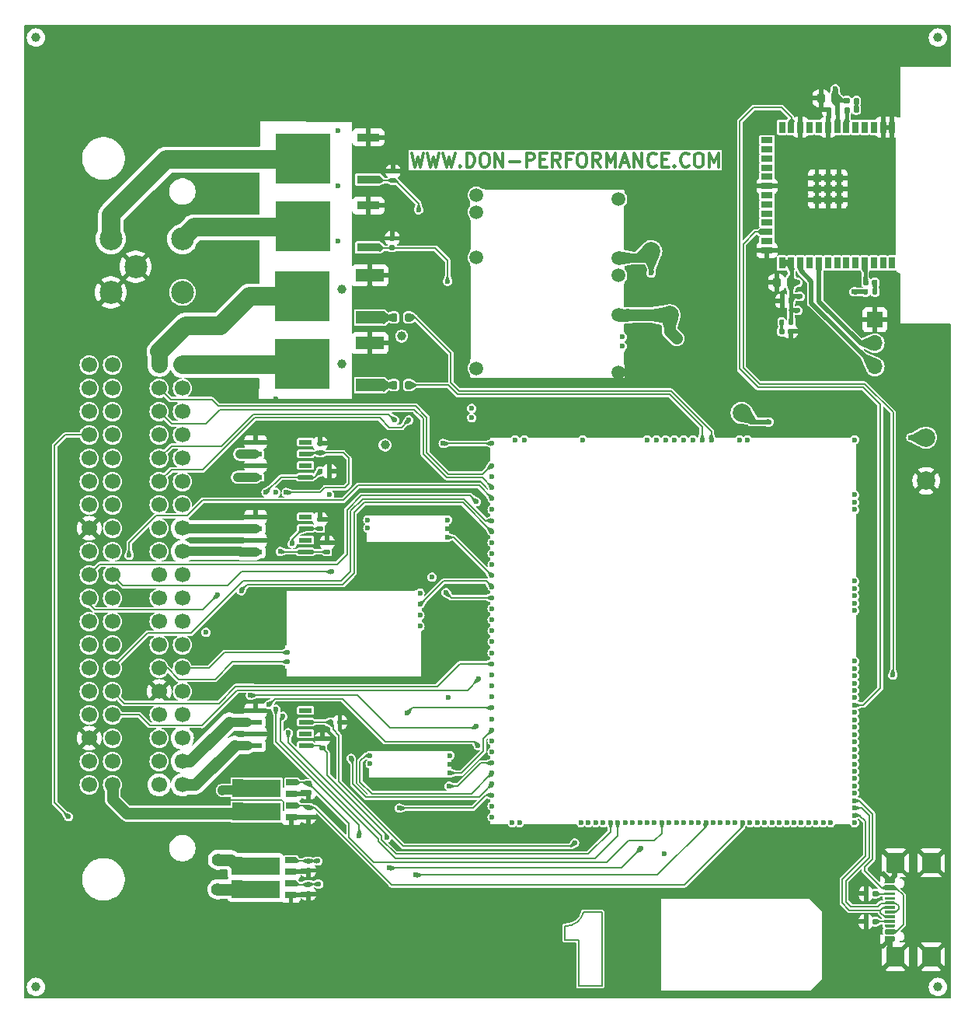
<source format=gtl>
G04 #@! TF.GenerationSoftware,KiCad,Pcbnew,8.0.7-8.0.7-0~ubuntu24.04.1*
G04 #@! TF.CreationDate,2025-01-02T20:04:47+00:00*
G04 #@! TF.ProjectId,hellenbremen,68656c6c-656e-4627-9265-6d656e2e6b69,rev?*
G04 #@! TF.SameCoordinates,Original*
G04 #@! TF.FileFunction,Copper,L1,Top*
G04 #@! TF.FilePolarity,Positive*
%FSLAX46Y46*%
G04 Gerber Fmt 4.6, Leading zero omitted, Abs format (unit mm)*
G04 Created by KiCad (PCBNEW 8.0.7-8.0.7-0~ubuntu24.04.1) date 2025-01-02 20:04:47*
%MOMM*%
%LPD*%
G01*
G04 APERTURE LIST*
%ADD10C,0.300000*%
G04 #@! TA.AperFunction,NonConductor*
%ADD11C,0.300000*%
G04 #@! TD*
G04 #@! TA.AperFunction,EtchedComponent*
%ADD12C,0.200000*%
G04 #@! TD*
G04 #@! TA.AperFunction,ComponentPad*
%ADD13C,0.600000*%
G04 #@! TD*
G04 #@! TA.AperFunction,SMDPad,CuDef*
%ADD14O,0.200000X1.225000*%
G04 #@! TD*
G04 #@! TA.AperFunction,SMDPad,CuDef*
%ADD15O,9.300000X0.200000*%
G04 #@! TD*
G04 #@! TA.AperFunction,SMDPad,CuDef*
%ADD16C,1.000000*%
G04 #@! TD*
G04 #@! TA.AperFunction,SMDPad,CuDef*
%ADD17R,0.250000X6.185000*%
G04 #@! TD*
G04 #@! TA.AperFunction,SMDPad,CuDef*
%ADD18R,0.250000X1.115000*%
G04 #@! TD*
G04 #@! TA.AperFunction,SMDPad,CuDef*
%ADD19R,14.275000X0.250000*%
G04 #@! TD*
G04 #@! TA.AperFunction,SMDPad,CuDef*
%ADD20R,15.100000X0.250000*%
G04 #@! TD*
G04 #@! TA.AperFunction,SMDPad,CuDef*
%ADD21R,0.250000X5.175000*%
G04 #@! TD*
G04 #@! TA.AperFunction,SMDPad,CuDef*
%ADD22R,1.460500X0.533400*%
G04 #@! TD*
G04 #@! TA.AperFunction,SMDPad,CuDef*
%ADD23C,2.000000*%
G04 #@! TD*
G04 #@! TA.AperFunction,SMDPad,CuDef*
%ADD24R,3.048000X1.397000*%
G04 #@! TD*
G04 #@! TA.AperFunction,SMDPad,CuDef*
%ADD25R,5.918200X5.511800*%
G04 #@! TD*
G04 #@! TA.AperFunction,ComponentPad*
%ADD26C,1.500000*%
G04 #@! TD*
G04 #@! TA.AperFunction,SMDPad,CuDef*
%ADD27O,0.200000X3.300000*%
G04 #@! TD*
G04 #@! TA.AperFunction,SMDPad,CuDef*
%ADD28O,0.200000X10.200000*%
G04 #@! TD*
G04 #@! TA.AperFunction,SMDPad,CuDef*
%ADD29O,0.200000X0.300000*%
G04 #@! TD*
G04 #@! TA.AperFunction,SMDPad,CuDef*
%ADD30O,17.000000X0.200000*%
G04 #@! TD*
G04 #@! TA.AperFunction,SMDPad,CuDef*
%ADD31O,15.400000X0.200000*%
G04 #@! TD*
G04 #@! TA.AperFunction,SMDPad,CuDef*
%ADD32O,0.200000X4.800000*%
G04 #@! TD*
G04 #@! TA.AperFunction,SMDPad,CuDef*
%ADD33O,0.200000X2.600000*%
G04 #@! TD*
G04 #@! TA.AperFunction,SMDPad,CuDef*
%ADD34O,0.200000X1.000000*%
G04 #@! TD*
G04 #@! TA.AperFunction,SMDPad,CuDef*
%ADD35O,0.200000X1.500000*%
G04 #@! TD*
G04 #@! TA.AperFunction,ComponentPad*
%ADD36R,1.700000X1.700000*%
G04 #@! TD*
G04 #@! TA.AperFunction,ComponentPad*
%ADD37O,1.700000X1.700000*%
G04 #@! TD*
G04 #@! TA.AperFunction,ComponentPad*
%ADD38C,2.500000*%
G04 #@! TD*
G04 #@! TA.AperFunction,ComponentPad*
%ADD39C,1.700000*%
G04 #@! TD*
G04 #@! TA.AperFunction,SMDPad,CuDef*
%ADD40R,0.711200X1.295400*%
G04 #@! TD*
G04 #@! TA.AperFunction,SMDPad,CuDef*
%ADD41R,1.295400X0.711200*%
G04 #@! TD*
G04 #@! TA.AperFunction,SMDPad,CuDef*
%ADD42R,0.889000X0.889000*%
G04 #@! TD*
G04 #@! TA.AperFunction,SMDPad,CuDef*
%ADD43R,1.150000X0.700000*%
G04 #@! TD*
G04 #@! TA.AperFunction,SMDPad,CuDef*
%ADD44R,1.200000X0.700000*%
G04 #@! TD*
G04 #@! TA.AperFunction,SMDPad,CuDef*
%ADD45R,4.100000X1.970000*%
G04 #@! TD*
G04 #@! TA.AperFunction,SMDPad,CuDef*
%ADD46R,2.489200X0.939800*%
G04 #@! TD*
G04 #@! TA.AperFunction,ViaPad*
%ADD47C,0.600000*%
G04 #@! TD*
G04 #@! TA.AperFunction,ViaPad*
%ADD48C,1.000000*%
G04 #@! TD*
G04 #@! TA.AperFunction,ViaPad*
%ADD49C,1.400000*%
G04 #@! TD*
G04 #@! TA.AperFunction,Conductor*
%ADD50C,0.200000*%
G04 #@! TD*
G04 #@! TA.AperFunction,Conductor*
%ADD51C,0.500000*%
G04 #@! TD*
G04 #@! TA.AperFunction,Conductor*
%ADD52C,1.300000*%
G04 #@! TD*
G04 #@! TA.AperFunction,Conductor*
%ADD53C,1.000000*%
G04 #@! TD*
G04 #@! TA.AperFunction,Conductor*
%ADD54C,0.400000*%
G04 #@! TD*
G04 #@! TA.AperFunction,Conductor*
%ADD55C,2.000000*%
G04 #@! TD*
G04 #@! TA.AperFunction,Conductor*
%ADD56C,1.800000*%
G04 #@! TD*
G04 APERTURE END LIST*
D10*
D11*
X42741845Y92589173D02*
X43098988Y91089173D01*
X43098988Y91089173D02*
X43384702Y92160601D01*
X43384702Y92160601D02*
X43670417Y91089173D01*
X43670417Y91089173D02*
X44027560Y92589173D01*
X44456131Y92589173D02*
X44813274Y91089173D01*
X44813274Y91089173D02*
X45098988Y92160601D01*
X45098988Y92160601D02*
X45384703Y91089173D01*
X45384703Y91089173D02*
X45741846Y92589173D01*
X46170417Y92589173D02*
X46527560Y91089173D01*
X46527560Y91089173D02*
X46813274Y92160601D01*
X46813274Y92160601D02*
X47098989Y91089173D01*
X47098989Y91089173D02*
X47456132Y92589173D01*
X48027560Y91232030D02*
X48098989Y91160601D01*
X48098989Y91160601D02*
X48027560Y91089173D01*
X48027560Y91089173D02*
X47956132Y91160601D01*
X47956132Y91160601D02*
X48027560Y91232030D01*
X48027560Y91232030D02*
X48027560Y91089173D01*
X48741846Y91089173D02*
X48741846Y92589173D01*
X48741846Y92589173D02*
X49098989Y92589173D01*
X49098989Y92589173D02*
X49313275Y92517744D01*
X49313275Y92517744D02*
X49456132Y92374887D01*
X49456132Y92374887D02*
X49527561Y92232030D01*
X49527561Y92232030D02*
X49598989Y91946316D01*
X49598989Y91946316D02*
X49598989Y91732030D01*
X49598989Y91732030D02*
X49527561Y91446316D01*
X49527561Y91446316D02*
X49456132Y91303459D01*
X49456132Y91303459D02*
X49313275Y91160601D01*
X49313275Y91160601D02*
X49098989Y91089173D01*
X49098989Y91089173D02*
X48741846Y91089173D01*
X50527561Y92589173D02*
X50813275Y92589173D01*
X50813275Y92589173D02*
X50956132Y92517744D01*
X50956132Y92517744D02*
X51098989Y92374887D01*
X51098989Y92374887D02*
X51170418Y92089173D01*
X51170418Y92089173D02*
X51170418Y91589173D01*
X51170418Y91589173D02*
X51098989Y91303459D01*
X51098989Y91303459D02*
X50956132Y91160601D01*
X50956132Y91160601D02*
X50813275Y91089173D01*
X50813275Y91089173D02*
X50527561Y91089173D01*
X50527561Y91089173D02*
X50384704Y91160601D01*
X50384704Y91160601D02*
X50241846Y91303459D01*
X50241846Y91303459D02*
X50170418Y91589173D01*
X50170418Y91589173D02*
X50170418Y92089173D01*
X50170418Y92089173D02*
X50241846Y92374887D01*
X50241846Y92374887D02*
X50384704Y92517744D01*
X50384704Y92517744D02*
X50527561Y92589173D01*
X51813275Y91089173D02*
X51813275Y92589173D01*
X51813275Y92589173D02*
X52670418Y91089173D01*
X52670418Y91089173D02*
X52670418Y92589173D01*
X53384704Y91660601D02*
X54527562Y91660601D01*
X55241847Y91089173D02*
X55241847Y92589173D01*
X55241847Y92589173D02*
X55813276Y92589173D01*
X55813276Y92589173D02*
X55956133Y92517744D01*
X55956133Y92517744D02*
X56027562Y92446316D01*
X56027562Y92446316D02*
X56098990Y92303459D01*
X56098990Y92303459D02*
X56098990Y92089173D01*
X56098990Y92089173D02*
X56027562Y91946316D01*
X56027562Y91946316D02*
X55956133Y91874887D01*
X55956133Y91874887D02*
X55813276Y91803459D01*
X55813276Y91803459D02*
X55241847Y91803459D01*
X56741847Y91874887D02*
X57241847Y91874887D01*
X57456133Y91089173D02*
X56741847Y91089173D01*
X56741847Y91089173D02*
X56741847Y92589173D01*
X56741847Y92589173D02*
X57456133Y92589173D01*
X58956133Y91089173D02*
X58456133Y91803459D01*
X58098990Y91089173D02*
X58098990Y92589173D01*
X58098990Y92589173D02*
X58670419Y92589173D01*
X58670419Y92589173D02*
X58813276Y92517744D01*
X58813276Y92517744D02*
X58884705Y92446316D01*
X58884705Y92446316D02*
X58956133Y92303459D01*
X58956133Y92303459D02*
X58956133Y92089173D01*
X58956133Y92089173D02*
X58884705Y91946316D01*
X58884705Y91946316D02*
X58813276Y91874887D01*
X58813276Y91874887D02*
X58670419Y91803459D01*
X58670419Y91803459D02*
X58098990Y91803459D01*
X60098990Y91874887D02*
X59598990Y91874887D01*
X59598990Y91089173D02*
X59598990Y92589173D01*
X59598990Y92589173D02*
X60313276Y92589173D01*
X61170419Y92589173D02*
X61456133Y92589173D01*
X61456133Y92589173D02*
X61598990Y92517744D01*
X61598990Y92517744D02*
X61741847Y92374887D01*
X61741847Y92374887D02*
X61813276Y92089173D01*
X61813276Y92089173D02*
X61813276Y91589173D01*
X61813276Y91589173D02*
X61741847Y91303459D01*
X61741847Y91303459D02*
X61598990Y91160601D01*
X61598990Y91160601D02*
X61456133Y91089173D01*
X61456133Y91089173D02*
X61170419Y91089173D01*
X61170419Y91089173D02*
X61027562Y91160601D01*
X61027562Y91160601D02*
X60884704Y91303459D01*
X60884704Y91303459D02*
X60813276Y91589173D01*
X60813276Y91589173D02*
X60813276Y92089173D01*
X60813276Y92089173D02*
X60884704Y92374887D01*
X60884704Y92374887D02*
X61027562Y92517744D01*
X61027562Y92517744D02*
X61170419Y92589173D01*
X63313276Y91089173D02*
X62813276Y91803459D01*
X62456133Y91089173D02*
X62456133Y92589173D01*
X62456133Y92589173D02*
X63027562Y92589173D01*
X63027562Y92589173D02*
X63170419Y92517744D01*
X63170419Y92517744D02*
X63241848Y92446316D01*
X63241848Y92446316D02*
X63313276Y92303459D01*
X63313276Y92303459D02*
X63313276Y92089173D01*
X63313276Y92089173D02*
X63241848Y91946316D01*
X63241848Y91946316D02*
X63170419Y91874887D01*
X63170419Y91874887D02*
X63027562Y91803459D01*
X63027562Y91803459D02*
X62456133Y91803459D01*
X63956133Y91089173D02*
X63956133Y92589173D01*
X63956133Y92589173D02*
X64456133Y91517744D01*
X64456133Y91517744D02*
X64956133Y92589173D01*
X64956133Y92589173D02*
X64956133Y91089173D01*
X65598991Y91517744D02*
X66313277Y91517744D01*
X65456134Y91089173D02*
X65956134Y92589173D01*
X65956134Y92589173D02*
X66456134Y91089173D01*
X66956133Y91089173D02*
X66956133Y92589173D01*
X66956133Y92589173D02*
X67813276Y91089173D01*
X67813276Y91089173D02*
X67813276Y92589173D01*
X69384705Y91232030D02*
X69313277Y91160601D01*
X69313277Y91160601D02*
X69098991Y91089173D01*
X69098991Y91089173D02*
X68956134Y91089173D01*
X68956134Y91089173D02*
X68741848Y91160601D01*
X68741848Y91160601D02*
X68598991Y91303459D01*
X68598991Y91303459D02*
X68527562Y91446316D01*
X68527562Y91446316D02*
X68456134Y91732030D01*
X68456134Y91732030D02*
X68456134Y91946316D01*
X68456134Y91946316D02*
X68527562Y92232030D01*
X68527562Y92232030D02*
X68598991Y92374887D01*
X68598991Y92374887D02*
X68741848Y92517744D01*
X68741848Y92517744D02*
X68956134Y92589173D01*
X68956134Y92589173D02*
X69098991Y92589173D01*
X69098991Y92589173D02*
X69313277Y92517744D01*
X69313277Y92517744D02*
X69384705Y92446316D01*
X70027562Y91874887D02*
X70527562Y91874887D01*
X70741848Y91089173D02*
X70027562Y91089173D01*
X70027562Y91089173D02*
X70027562Y92589173D01*
X70027562Y92589173D02*
X70741848Y92589173D01*
X71384705Y91232030D02*
X71456134Y91160601D01*
X71456134Y91160601D02*
X71384705Y91089173D01*
X71384705Y91089173D02*
X71313277Y91160601D01*
X71313277Y91160601D02*
X71384705Y91232030D01*
X71384705Y91232030D02*
X71384705Y91089173D01*
X72956134Y91232030D02*
X72884706Y91160601D01*
X72884706Y91160601D02*
X72670420Y91089173D01*
X72670420Y91089173D02*
X72527563Y91089173D01*
X72527563Y91089173D02*
X72313277Y91160601D01*
X72313277Y91160601D02*
X72170420Y91303459D01*
X72170420Y91303459D02*
X72098991Y91446316D01*
X72098991Y91446316D02*
X72027563Y91732030D01*
X72027563Y91732030D02*
X72027563Y91946316D01*
X72027563Y91946316D02*
X72098991Y92232030D01*
X72098991Y92232030D02*
X72170420Y92374887D01*
X72170420Y92374887D02*
X72313277Y92517744D01*
X72313277Y92517744D02*
X72527563Y92589173D01*
X72527563Y92589173D02*
X72670420Y92589173D01*
X72670420Y92589173D02*
X72884706Y92517744D01*
X72884706Y92517744D02*
X72956134Y92446316D01*
X73884706Y92589173D02*
X74170420Y92589173D01*
X74170420Y92589173D02*
X74313277Y92517744D01*
X74313277Y92517744D02*
X74456134Y92374887D01*
X74456134Y92374887D02*
X74527563Y92089173D01*
X74527563Y92089173D02*
X74527563Y91589173D01*
X74527563Y91589173D02*
X74456134Y91303459D01*
X74456134Y91303459D02*
X74313277Y91160601D01*
X74313277Y91160601D02*
X74170420Y91089173D01*
X74170420Y91089173D02*
X73884706Y91089173D01*
X73884706Y91089173D02*
X73741849Y91160601D01*
X73741849Y91160601D02*
X73598991Y91303459D01*
X73598991Y91303459D02*
X73527563Y91589173D01*
X73527563Y91589173D02*
X73527563Y92089173D01*
X73527563Y92089173D02*
X73598991Y92374887D01*
X73598991Y92374887D02*
X73741849Y92517744D01*
X73741849Y92517744D02*
X73884706Y92589173D01*
X75170420Y91089173D02*
X75170420Y92589173D01*
X75170420Y92589173D02*
X75670420Y91517744D01*
X75670420Y91517744D02*
X76170420Y92589173D01*
X76170420Y92589173D02*
X76170420Y91089173D01*
D12*
G04 #@! TO.C,G\u002A\u002A\u002A*
X59455350Y6907713D02*
X59455350Y8407713D01*
X59455350Y6907713D02*
X60955350Y6907713D01*
X60955350Y6907713D02*
X60955350Y1907713D01*
X60955350Y1907713D02*
X63455350Y1907713D01*
X63455350Y9907713D02*
X61455350Y9907713D01*
X63455350Y1907713D02*
X63455350Y9907713D01*
X61455350Y9907713D02*
G75*
G02*
X59455350Y8407713I-1921601J478801D01*
G01*
G04 #@! TD*
G04 #@! TO.P,R6,1*
G04 #@! TO.N,MCU_INJ2*
G04 #@! TA.AperFunction,SMDPad,CuDef*
G36*
G01*
X33620000Y30415000D02*
X33620000Y30785000D01*
G75*
G02*
X33755000Y30920000I135000J0D01*
G01*
X34025000Y30920000D01*
G75*
G02*
X34160000Y30785000I0J-135000D01*
G01*
X34160000Y30415000D01*
G75*
G02*
X34025000Y30280000I-135000J0D01*
G01*
X33755000Y30280000D01*
G75*
G02*
X33620000Y30415000I0J135000D01*
G01*
G37*
G04 #@! TD.AperFunction*
G04 #@! TO.P,R6,2*
G04 #@! TO.N,GND*
G04 #@! TA.AperFunction,SMDPad,CuDef*
G36*
G01*
X34640000Y30415000D02*
X34640000Y30785000D01*
G75*
G02*
X34775000Y30920000I135000J0D01*
G01*
X35045000Y30920000D01*
G75*
G02*
X35180000Y30785000I0J-135000D01*
G01*
X35180000Y30415000D01*
G75*
G02*
X35045000Y30280000I-135000J0D01*
G01*
X34775000Y30280000D01*
G75*
G02*
X34640000Y30415000I0J135000D01*
G01*
G37*
G04 #@! TD.AperFunction*
G04 #@! TD*
D13*
G04 #@! TO.P,M5,E1,V5A*
G04 #@! TO.N,+5VA*
X46639000Y52636998D03*
D14*
G04 #@! TO.P,M5,E2,GND*
G04 #@! TO.N,GND*
X37739000Y50661998D03*
D15*
X42289000Y53236998D03*
X42289000Y50136998D03*
D13*
X46639000Y51686998D03*
G04 #@! TO.P,M5,E3,OUT_KNOCK*
G04 #@! TO.N,MCU_KNOCK_F*
X46639000Y50737000D03*
G04 #@! TO.P,M5,W1,IN_KNOCK*
G04 #@! TO.N,RAW_KNOCK_F*
X37939000Y51736998D03*
G04 #@! TO.P,M5,W2,VREF*
G04 #@! TO.N,VREF1*
X37939000Y52636998D03*
G04 #@! TD*
G04 #@! TO.P,R11,1*
G04 #@! TO.N,MCUIGN_2*
G04 #@! TA.AperFunction,SMDPad,CuDef*
G36*
G01*
X42817998Y74951002D02*
X42817998Y74401002D01*
G75*
G02*
X42617998Y74201002I-200000J0D01*
G01*
X42217998Y74201002D01*
G75*
G02*
X42017998Y74401002I0J200000D01*
G01*
X42017998Y74951002D01*
G75*
G02*
X42217998Y75151002I200000J0D01*
G01*
X42617998Y75151002D01*
G75*
G02*
X42817998Y74951002I0J-200000D01*
G01*
G37*
G04 #@! TD.AperFunction*
G04 #@! TO.P,R11,2*
G04 #@! TO.N,Net-(Q2-Pad1)*
G04 #@! TA.AperFunction,SMDPad,CuDef*
G36*
G01*
X41167998Y74951002D02*
X41167998Y74401002D01*
G75*
G02*
X40967998Y74201002I-200000J0D01*
G01*
X40567998Y74201002D01*
G75*
G02*
X40367998Y74401002I0J200000D01*
G01*
X40367998Y74951002D01*
G75*
G02*
X40567998Y75151002I200000J0D01*
G01*
X40967998Y75151002D01*
G75*
G02*
X41167998Y74951002I0J-200000D01*
G01*
G37*
G04 #@! TD.AperFunction*
G04 #@! TD*
D16*
G04 #@! TO.P,FID3,*
G04 #@! TO.N,*
X100076000Y1778000D03*
G04 #@! TD*
G04 #@! TO.P,R16,1*
G04 #@! TO.N,MCU_CFC*
G04 #@! TA.AperFunction,SMDPad,CuDef*
G36*
G01*
X40885000Y89320000D02*
X40515000Y89320000D01*
G75*
G02*
X40380000Y89455000I0J135000D01*
G01*
X40380000Y89725000D01*
G75*
G02*
X40515000Y89860000I135000J0D01*
G01*
X40885000Y89860000D01*
G75*
G02*
X41020000Y89725000I0J-135000D01*
G01*
X41020000Y89455000D01*
G75*
G02*
X40885000Y89320000I-135000J0D01*
G01*
G37*
G04 #@! TD.AperFunction*
G04 #@! TO.P,R16,2*
G04 #@! TO.N,GND*
G04 #@! TA.AperFunction,SMDPad,CuDef*
G36*
G01*
X40885000Y90340000D02*
X40515000Y90340000D01*
G75*
G02*
X40380000Y90475000I0J135000D01*
G01*
X40380000Y90745000D01*
G75*
G02*
X40515000Y90880000I135000J0D01*
G01*
X40885000Y90880000D01*
G75*
G02*
X41020000Y90745000I0J-135000D01*
G01*
X41020000Y90475000D01*
G75*
G02*
X40885000Y90340000I-135000J0D01*
G01*
G37*
G04 #@! TD.AperFunction*
G04 #@! TD*
D13*
G04 #@! TO.P,M4,E1,HALL_EN*
G04 #@! TO.N,unconnected-(M4-HALL_EN-PadE1)*
X43647000Y42257000D03*
G04 #@! TO.P,M4,E2,NC*
G04 #@! TO.N,unconnected-(M4-NC-PadE2)*
X43647000Y41057000D03*
G04 #@! TO.P,M4,E3,OUT*
G04 #@! TO.N,IN_CRANK*
X43647000Y43457000D03*
G04 #@! TO.P,M4,E4,V5_IN*
G04 #@! TO.N,+5VA*
X43647000Y44657000D03*
D17*
G04 #@! TO.P,M4,G,GND*
G04 #@! TO.N,GND*
X28997000Y41989500D03*
D18*
X28997000Y35939500D03*
D19*
X36009500Y44957000D03*
D20*
X36422000Y35507000D03*
D21*
X43847000Y37969500D03*
D13*
G04 #@! TO.P,M4,W1,VR-/HALL*
G04 #@! TO.N,CRANK_LOW*
X29222000Y38197000D03*
G04 #@! TO.P,M4,W2,VR+*
G04 #@! TO.N,CRANK_HIGH*
X29222000Y37197000D03*
G04 #@! TD*
G04 #@! TO.P,C2,1*
G04 #@! TO.N,GND*
G04 #@! TA.AperFunction,SMDPad,CuDef*
G36*
G01*
X82834000Y76284000D02*
X82834000Y76624000D01*
G75*
G02*
X82974000Y76764000I140000J0D01*
G01*
X83254000Y76764000D01*
G75*
G02*
X83394000Y76624000I0J-140000D01*
G01*
X83394000Y76284000D01*
G75*
G02*
X83254000Y76144000I-140000J0D01*
G01*
X82974000Y76144000D01*
G75*
G02*
X82834000Y76284000I0J140000D01*
G01*
G37*
G04 #@! TD.AperFunction*
G04 #@! TO.P,C2,2*
G04 #@! TO.N,+3V3SW*
G04 #@! TA.AperFunction,SMDPad,CuDef*
G36*
G01*
X83794000Y76284000D02*
X83794000Y76624000D01*
G75*
G02*
X83934000Y76764000I140000J0D01*
G01*
X84214000Y76764000D01*
G75*
G02*
X84354000Y76624000I0J-140000D01*
G01*
X84354000Y76284000D01*
G75*
G02*
X84214000Y76144000I-140000J0D01*
G01*
X83934000Y76144000D01*
G75*
G02*
X83794000Y76284000I0J140000D01*
G01*
G37*
G04 #@! TD.AperFunction*
G04 #@! TD*
D22*
G04 #@! TO.P,U7,1,IN1/VSUPPLY1*
G04 #@! TO.N,MCU_RHO2H*
X31172150Y57277000D03*
G04 #@! TO.P,U7,2,STATUS*
G04 #@! TO.N,unconnected-(U7-STATUS-Pad2)*
X31172150Y58547000D03*
G04 #@! TO.P,U7,3,IN2/VSUPPLY2*
G04 #@! TO.N,MCU_PCHO2SHTR*
X31172150Y59817000D03*
G04 #@! TO.P,U7,4,STATUS2*
G04 #@! TO.N,unconnected-(U7-STATUS2-Pad4)*
X31172150Y61087000D03*
G04 #@! TO.P,U7,5,SOURCE2*
G04 #@! TO.N,GND*
X25723850Y61087000D03*
G04 #@! TO.P,U7,6,DRAIN2*
G04 #@! TO.N,PCHO2SHTR*
X25723850Y59817000D03*
G04 #@! TO.P,U7,7,SOURCE1*
G04 #@! TO.N,GND*
X25723850Y58547000D03*
G04 #@! TO.P,U7,8,DRAIN1*
G04 #@! TO.N,RHO2H*
X25723850Y57277000D03*
G04 #@! TD*
G04 #@! TO.P,D1,1,K*
G04 #@! TO.N,GND*
G04 #@! TA.AperFunction,SMDPad,CuDef*
G36*
G01*
X84325000Y73324500D02*
X84325000Y72979500D01*
G75*
G02*
X84177500Y72832000I-147500J0D01*
G01*
X83882500Y72832000D01*
G75*
G02*
X83735000Y72979500I0J147500D01*
G01*
X83735000Y73324500D01*
G75*
G02*
X83882500Y73472000I147500J0D01*
G01*
X84177500Y73472000D01*
G75*
G02*
X84325000Y73324500I0J-147500D01*
G01*
G37*
G04 #@! TD.AperFunction*
G04 #@! TO.P,D1,2,A*
G04 #@! TO.N,Net-(D1-A)*
G04 #@! TA.AperFunction,SMDPad,CuDef*
G36*
G01*
X83355000Y73324500D02*
X83355000Y72979500D01*
G75*
G02*
X83207500Y72832000I-147500J0D01*
G01*
X82912500Y72832000D01*
G75*
G02*
X82765000Y72979500I0J147500D01*
G01*
X82765000Y73324500D01*
G75*
G02*
X82912500Y73472000I147500J0D01*
G01*
X83207500Y73472000D01*
G75*
G02*
X83355000Y73324500I0J-147500D01*
G01*
G37*
G04 #@! TD.AperFunction*
G04 #@! TD*
G04 #@! TO.P,R12,1*
G04 #@! TO.N,MCU_PRGSEL*
G04 #@! TA.AperFunction,SMDPad,CuDef*
G36*
G01*
X33713000Y48877000D02*
X33343000Y48877000D01*
G75*
G02*
X33208000Y49012000I0J135000D01*
G01*
X33208000Y49282000D01*
G75*
G02*
X33343000Y49417000I135000J0D01*
G01*
X33713000Y49417000D01*
G75*
G02*
X33848000Y49282000I0J-135000D01*
G01*
X33848000Y49012000D01*
G75*
G02*
X33713000Y48877000I-135000J0D01*
G01*
G37*
G04 #@! TD.AperFunction*
G04 #@! TO.P,R12,2*
G04 #@! TO.N,GND*
G04 #@! TA.AperFunction,SMDPad,CuDef*
G36*
G01*
X33713000Y49897000D02*
X33343000Y49897000D01*
G75*
G02*
X33208000Y50032000I0J135000D01*
G01*
X33208000Y50302000D01*
G75*
G02*
X33343000Y50437000I135000J0D01*
G01*
X33713000Y50437000D01*
G75*
G02*
X33848000Y50302000I0J-135000D01*
G01*
X33848000Y50032000D01*
G75*
G02*
X33713000Y49897000I-135000J0D01*
G01*
G37*
G04 #@! TD.AperFunction*
G04 #@! TD*
D23*
G04 #@! TO.P,TP4,1,1*
G04 #@! TO.N,+12V*
X68850000Y81900000D03*
G04 #@! TD*
D24*
G04 #@! TO.P,Q1,1,1*
G04 #@! TO.N,Net-(Q1-Pad1)*
X38176200Y67306000D03*
D25*
G04 #@! TO.P,Q1,2,2*
G04 #@! TO.N,IGN_1*
X30822900Y69596000D03*
D24*
G04 #@! TO.P,Q1,3,3*
G04 #@! TO.N,GND*
X38176200Y71886000D03*
G04 #@! TD*
G04 #@! TO.P,R4,1*
G04 #@! TO.N,MCU_ACR2*
G04 #@! TA.AperFunction,SMDPad,CuDef*
G36*
G01*
X31290000Y15755000D02*
X31660000Y15755000D01*
G75*
G02*
X31795000Y15620000I0J-135000D01*
G01*
X31795000Y15350000D01*
G75*
G02*
X31660000Y15215000I-135000J0D01*
G01*
X31290000Y15215000D01*
G75*
G02*
X31155000Y15350000I0J135000D01*
G01*
X31155000Y15620000D01*
G75*
G02*
X31290000Y15755000I135000J0D01*
G01*
G37*
G04 #@! TD.AperFunction*
G04 #@! TO.P,R4,2*
G04 #@! TO.N,GND*
G04 #@! TA.AperFunction,SMDPad,CuDef*
G36*
G01*
X31290000Y14735000D02*
X31660000Y14735000D01*
G75*
G02*
X31795000Y14600000I0J-135000D01*
G01*
X31795000Y14330000D01*
G75*
G02*
X31660000Y14195000I-135000J0D01*
G01*
X31290000Y14195000D01*
G75*
G02*
X31155000Y14330000I0J135000D01*
G01*
X31155000Y14600000D01*
G75*
G02*
X31290000Y14735000I135000J0D01*
G01*
G37*
G04 #@! TD.AperFunction*
G04 #@! TD*
D16*
G04 #@! TO.P,FID2,*
G04 #@! TO.N,*
X100076000Y105156000D03*
G04 #@! TD*
D24*
G04 #@! TO.P,Q2,1,1*
G04 #@! TO.N,Net-(Q2-Pad1)*
X38176198Y74672002D03*
D25*
G04 #@! TO.P,Q2,2,2*
G04 #@! TO.N,IGN_2*
X30822898Y76962002D03*
D24*
G04 #@! TO.P,Q2,3,3*
G04 #@! TO.N,GND*
X38176198Y79252002D03*
G04 #@! TD*
G04 #@! TO.P,C4,1*
G04 #@! TO.N,GND*
G04 #@! TA.AperFunction,SMDPad,CuDef*
G36*
G01*
X87914000Y97112000D02*
X87914000Y97452000D01*
G75*
G02*
X88054000Y97592000I140000J0D01*
G01*
X88334000Y97592000D01*
G75*
G02*
X88474000Y97452000I0J-140000D01*
G01*
X88474000Y97112000D01*
G75*
G02*
X88334000Y96972000I-140000J0D01*
G01*
X88054000Y96972000D01*
G75*
G02*
X87914000Y97112000I0J140000D01*
G01*
G37*
G04 #@! TD.AperFunction*
G04 #@! TO.P,C4,2*
G04 #@! TO.N,+3V3SW*
G04 #@! TA.AperFunction,SMDPad,CuDef*
G36*
G01*
X88874000Y97112000D02*
X88874000Y97452000D01*
G75*
G02*
X89014000Y97592000I140000J0D01*
G01*
X89294000Y97592000D01*
G75*
G02*
X89434000Y97452000I0J-140000D01*
G01*
X89434000Y97112000D01*
G75*
G02*
X89294000Y96972000I-140000J0D01*
G01*
X89014000Y96972000D01*
G75*
G02*
X88874000Y97112000I0J140000D01*
G01*
G37*
G04 #@! TD.AperFunction*
G04 #@! TD*
G04 #@! TO.P,M1,G,GND*
G04 #@! TO.N,GND*
G04 #@! TA.AperFunction,SMDPad,CuDef*
G36*
G01*
X87473563Y2709143D02*
X87473563Y9999143D01*
G75*
G02*
X87573563Y10099143I100000J0D01*
G01*
X87573563Y10099143D01*
G75*
G02*
X87673563Y9999143I0J-100000D01*
G01*
X87673563Y2709143D01*
G75*
G02*
X87573563Y2609143I-100000J0D01*
G01*
X87573563Y2609143D01*
G75*
G02*
X87473563Y2709143I0J100000D01*
G01*
G37*
G04 #@! TD.AperFunction*
G04 #@! TA.AperFunction,SMDPad,CuDef*
G36*
G01*
X86088848Y1342834D02*
X87495990Y2749976D01*
G75*
G02*
X87637412Y2749976I70711J-70711D01*
G01*
X87637412Y2749976D01*
G75*
G02*
X87637412Y2608554I-70711J-70711D01*
G01*
X86230270Y1201412D01*
G75*
G02*
X86088848Y1201412I-70711J70711D01*
G01*
X86088848Y1201412D01*
G75*
G02*
X86088848Y1342834I70711J70711D01*
G01*
G37*
G04 #@! TD.AperFunction*
G04 #@! TA.AperFunction,SMDPad,CuDef*
G36*
G01*
X87501111Y9932675D02*
X86058613Y11375173D01*
G75*
G02*
X86058613Y11516595I70711J70711D01*
G01*
X86058613Y11516595D01*
G75*
G02*
X86200035Y11516595I70711J-70711D01*
G01*
X87642533Y10074097D01*
G75*
G02*
X87642533Y9932675I-70711J-70711D01*
G01*
X87642533Y9932675D01*
G75*
G02*
X87501111Y9932675I-70711J70711D01*
G01*
G37*
G04 #@! TD.AperFunction*
G04 #@! TA.AperFunction,SMDPad,CuDef*
G36*
G01*
X86153000Y1170000D02*
X69803000Y1170000D01*
G75*
G02*
X69703000Y1270000I0J100000D01*
G01*
X69703000Y1270000D01*
G75*
G02*
X69803000Y1370000I100000J0D01*
G01*
X86153000Y1370000D01*
G75*
G02*
X86253000Y1270000I0J-100000D01*
G01*
X86253000Y1270000D01*
G75*
G02*
X86153000Y1170000I-100000J0D01*
G01*
G37*
G04 #@! TD.AperFunction*
G04 #@! TA.AperFunction,SMDPad,CuDef*
G36*
G01*
X86074576Y11347626D02*
X69814576Y11347626D01*
G75*
G02*
X69714576Y11447626I0J100000D01*
G01*
X69714576Y11447626D01*
G75*
G02*
X69814576Y11547626I100000J0D01*
G01*
X86074576Y11547626D01*
G75*
G02*
X86174576Y11447626I0J-100000D01*
G01*
X86174576Y11447626D01*
G75*
G02*
X86074576Y11347626I-100000J0D01*
G01*
G37*
G04 #@! TD.AperFunction*
G04 #@! TA.AperFunction,SMDPad,CuDef*
G36*
G01*
X69881079Y11449809D02*
X69881079Y1279809D01*
G75*
G02*
X69781079Y1179809I-100000J0D01*
G01*
X69781079Y1179809D01*
G75*
G02*
X69681079Y1279809I0J100000D01*
G01*
X69681079Y11449809D01*
G75*
G02*
X69781079Y11549809I100000J0D01*
G01*
X69781079Y11549809D01*
G75*
G02*
X69881079Y11449809I0J-100000D01*
G01*
G37*
G04 #@! TD.AperFunction*
G04 #@! TD*
G04 #@! TO.P,R18,1*
G04 #@! TO.N,MCU_PCHO2SHTR*
G04 #@! TA.AperFunction,SMDPad,CuDef*
G36*
G01*
X32951000Y59674000D02*
X32581000Y59674000D01*
G75*
G02*
X32446000Y59809000I0J135000D01*
G01*
X32446000Y60079000D01*
G75*
G02*
X32581000Y60214000I135000J0D01*
G01*
X32951000Y60214000D01*
G75*
G02*
X33086000Y60079000I0J-135000D01*
G01*
X33086000Y59809000D01*
G75*
G02*
X32951000Y59674000I-135000J0D01*
G01*
G37*
G04 #@! TD.AperFunction*
G04 #@! TO.P,R18,2*
G04 #@! TO.N,GND*
G04 #@! TA.AperFunction,SMDPad,CuDef*
G36*
G01*
X32951000Y60694000D02*
X32581000Y60694000D01*
G75*
G02*
X32446000Y60829000I0J135000D01*
G01*
X32446000Y61099000D01*
G75*
G02*
X32581000Y61234000I135000J0D01*
G01*
X32951000Y61234000D01*
G75*
G02*
X33086000Y61099000I0J-135000D01*
G01*
X33086000Y60829000D01*
G75*
G02*
X32951000Y60694000I-135000J0D01*
G01*
G37*
G04 #@! TD.AperFunction*
G04 #@! TD*
G04 #@! TO.P,R17,1*
G04 #@! TO.N,MCU_RHO2H*
G04 #@! TA.AperFunction,SMDPad,CuDef*
G36*
G01*
X32494000Y57727000D02*
X32494000Y58097000D01*
G75*
G02*
X32629000Y58232000I135000J0D01*
G01*
X32899000Y58232000D01*
G75*
G02*
X33034000Y58097000I0J-135000D01*
G01*
X33034000Y57727000D01*
G75*
G02*
X32899000Y57592000I-135000J0D01*
G01*
X32629000Y57592000D01*
G75*
G02*
X32494000Y57727000I0J135000D01*
G01*
G37*
G04 #@! TD.AperFunction*
G04 #@! TO.P,R17,2*
G04 #@! TO.N,GND*
G04 #@! TA.AperFunction,SMDPad,CuDef*
G36*
G01*
X33514000Y57727000D02*
X33514000Y58097000D01*
G75*
G02*
X33649000Y58232000I135000J0D01*
G01*
X33919000Y58232000D01*
G75*
G02*
X34054000Y58097000I0J-135000D01*
G01*
X34054000Y57727000D01*
G75*
G02*
X33919000Y57592000I-135000J0D01*
G01*
X33649000Y57592000D01*
G75*
G02*
X33514000Y57727000I0J135000D01*
G01*
G37*
G04 #@! TD.AperFunction*
G04 #@! TD*
D26*
G04 #@! TO.P,M2,E1,VBAT*
G04 #@! TO.N,unconnected-(M2-VBAT-PadE1)*
X65278000Y87556999D03*
G04 #@! TO.P,M2,E2,V12*
G04 #@! TO.N,+12V*
X65278000Y81157002D03*
G04 #@! TO.P,M2,E3,VIGN*
G04 #@! TO.N,VIGN*
X65278000Y79256999D03*
G04 #@! TO.P,M2,E4,V5*
G04 #@! TO.N,+5V*
X65278000Y74956999D03*
D13*
G04 #@! TO.P,M2,E5,EN_5VP*
G04 #@! TO.N,PWR_EN*
X65727999Y72557002D03*
G04 #@! TO.P,M2,E6,PG_5VP*
G04 #@! TO.N,unconnected-(M2-PG_5VP-PadE6)*
X65727999Y71557001D03*
D27*
G04 #@! TO.P,M2,S1,GND*
G04 #@! TO.N,GND*
X49128004Y83706999D03*
D28*
X49128004Y75207001D03*
D29*
X49128004Y68106999D03*
D30*
X57528002Y68056999D03*
D31*
X58328003Y88656999D03*
D26*
X65278000Y68706999D03*
D29*
X65928001Y88606999D03*
D32*
X65928001Y84407001D03*
D33*
X65928001Y77056999D03*
D34*
X65928001Y73557002D03*
D35*
X65928001Y70257001D03*
D26*
G04 #@! TO.P,M2,V1,V12_PERM*
G04 #@! TO.N,unconnected-(M2-V12_PERM-PadV1)*
X49778003Y88007001D03*
G04 #@! TO.P,M2,V2,IN_VIGN*
G04 #@! TO.N,+12V_PSP*
X49778003Y86157002D03*
G04 #@! TO.P,M2,V3,V12_RAW*
X49778003Y81206999D03*
G04 #@! TO.P,M2,V4,5VP*
G04 #@! TO.N,+5VP*
X49778003Y69157001D03*
G04 #@! TD*
G04 #@! TO.P,R15,1*
G04 #@! TO.N,MCU_CPC*
G04 #@! TA.AperFunction,SMDPad,CuDef*
G36*
G01*
X40785000Y82010000D02*
X40415000Y82010000D01*
G75*
G02*
X40280000Y82145000I0J135000D01*
G01*
X40280000Y82415000D01*
G75*
G02*
X40415000Y82550000I135000J0D01*
G01*
X40785000Y82550000D01*
G75*
G02*
X40920000Y82415000I0J-135000D01*
G01*
X40920000Y82145000D01*
G75*
G02*
X40785000Y82010000I-135000J0D01*
G01*
G37*
G04 #@! TD.AperFunction*
G04 #@! TO.P,R15,2*
G04 #@! TO.N,GND*
G04 #@! TA.AperFunction,SMDPad,CuDef*
G36*
G01*
X40785000Y83030000D02*
X40415000Y83030000D01*
G75*
G02*
X40280000Y83165000I0J135000D01*
G01*
X40280000Y83435000D01*
G75*
G02*
X40415000Y83570000I135000J0D01*
G01*
X40785000Y83570000D01*
G75*
G02*
X40920000Y83435000I0J-135000D01*
G01*
X40920000Y83165000D01*
G75*
G02*
X40785000Y83030000I-135000J0D01*
G01*
G37*
G04 #@! TD.AperFunction*
G04 #@! TD*
D23*
G04 #@! TO.P,TP3,1,1*
G04 #@! TO.N,+5V*
X70866000Y74930000D03*
G04 #@! TD*
G04 #@! TO.P,R7,1*
G04 #@! TO.N,Net-(D1-A)*
G04 #@! TA.AperFunction,SMDPad,CuDef*
G36*
G01*
X82788000Y73983000D02*
X82788000Y74353000D01*
G75*
G02*
X82923000Y74488000I135000J0D01*
G01*
X83193000Y74488000D01*
G75*
G02*
X83328000Y74353000I0J-135000D01*
G01*
X83328000Y73983000D01*
G75*
G02*
X83193000Y73848000I-135000J0D01*
G01*
X82923000Y73848000D01*
G75*
G02*
X82788000Y73983000I0J135000D01*
G01*
G37*
G04 #@! TD.AperFunction*
G04 #@! TO.P,R7,2*
G04 #@! TO.N,+3V3SW*
G04 #@! TA.AperFunction,SMDPad,CuDef*
G36*
G01*
X83808000Y73983000D02*
X83808000Y74353000D01*
G75*
G02*
X83943000Y74488000I135000J0D01*
G01*
X84213000Y74488000D01*
G75*
G02*
X84348000Y74353000I0J-135000D01*
G01*
X84348000Y73983000D01*
G75*
G02*
X84213000Y73848000I-135000J0D01*
G01*
X83943000Y73848000D01*
G75*
G02*
X83808000Y73983000I0J135000D01*
G01*
G37*
G04 #@! TD.AperFunction*
G04 #@! TD*
G04 #@! TO.P,R3,1*
G04 #@! TO.N,MCU_INJ1*
G04 #@! TA.AperFunction,SMDPad,CuDef*
G36*
G01*
X33185000Y27520000D02*
X32815000Y27520000D01*
G75*
G02*
X32680000Y27655000I0J135000D01*
G01*
X32680000Y27925000D01*
G75*
G02*
X32815000Y28060000I135000J0D01*
G01*
X33185000Y28060000D01*
G75*
G02*
X33320000Y27925000I0J-135000D01*
G01*
X33320000Y27655000D01*
G75*
G02*
X33185000Y27520000I-135000J0D01*
G01*
G37*
G04 #@! TD.AperFunction*
G04 #@! TO.P,R3,2*
G04 #@! TO.N,GND*
G04 #@! TA.AperFunction,SMDPad,CuDef*
G36*
G01*
X33185000Y28540000D02*
X32815000Y28540000D01*
G75*
G02*
X32680000Y28675000I0J135000D01*
G01*
X32680000Y28945000D01*
G75*
G02*
X32815000Y29080000I135000J0D01*
G01*
X33185000Y29080000D01*
G75*
G02*
X33320000Y28945000I0J-135000D01*
G01*
X33320000Y28675000D01*
G75*
G02*
X33185000Y28540000I-135000J0D01*
G01*
G37*
G04 #@! TD.AperFunction*
G04 #@! TD*
G04 #@! TO.P,R10,1*
G04 #@! TO.N,+3V3SW*
G04 #@! TA.AperFunction,SMDPad,CuDef*
G36*
G01*
X91930000Y77285000D02*
X91930000Y77655000D01*
G75*
G02*
X92065000Y77790000I135000J0D01*
G01*
X92335000Y77790000D01*
G75*
G02*
X92470000Y77655000I0J-135000D01*
G01*
X92470000Y77285000D01*
G75*
G02*
X92335000Y77150000I-135000J0D01*
G01*
X92065000Y77150000D01*
G75*
G02*
X91930000Y77285000I0J135000D01*
G01*
G37*
G04 #@! TD.AperFunction*
G04 #@! TO.P,R10,2*
G04 #@! TO.N,Net-(D3-A)*
G04 #@! TA.AperFunction,SMDPad,CuDef*
G36*
G01*
X92950000Y77285000D02*
X92950000Y77655000D01*
G75*
G02*
X93085000Y77790000I135000J0D01*
G01*
X93355000Y77790000D01*
G75*
G02*
X93490000Y77655000I0J-135000D01*
G01*
X93490000Y77285000D01*
G75*
G02*
X93355000Y77150000I-135000J0D01*
G01*
X93085000Y77150000D01*
G75*
G02*
X92950000Y77285000I0J135000D01*
G01*
G37*
G04 #@! TD.AperFunction*
G04 #@! TD*
D16*
G04 #@! TO.P,FID4,*
G04 #@! TO.N,*
X1778000Y1778000D03*
G04 #@! TD*
G04 #@! TO.P,FID1,*
G04 #@! TO.N,*
X1778000Y105156000D03*
G04 #@! TD*
G04 #@! TO.P,R19,1*
G04 #@! TO.N,MCU_CCFC*
G04 #@! TA.AperFunction,SMDPad,CuDef*
G36*
G01*
X31315000Y21580000D02*
X31685000Y21580000D01*
G75*
G02*
X31820000Y21445000I0J-135000D01*
G01*
X31820000Y21175000D01*
G75*
G02*
X31685000Y21040000I-135000J0D01*
G01*
X31315000Y21040000D01*
G75*
G02*
X31180000Y21175000I0J135000D01*
G01*
X31180000Y21445000D01*
G75*
G02*
X31315000Y21580000I135000J0D01*
G01*
G37*
G04 #@! TD.AperFunction*
G04 #@! TO.P,R19,2*
G04 #@! TO.N,GND*
G04 #@! TA.AperFunction,SMDPad,CuDef*
G36*
G01*
X31315000Y20560000D02*
X31685000Y20560000D01*
G75*
G02*
X31820000Y20425000I0J-135000D01*
G01*
X31820000Y20155000D01*
G75*
G02*
X31685000Y20020000I-135000J0D01*
G01*
X31315000Y20020000D01*
G75*
G02*
X31180000Y20155000I0J135000D01*
G01*
X31180000Y20425000D01*
G75*
G02*
X31315000Y20560000I135000J0D01*
G01*
G37*
G04 #@! TD.AperFunction*
G04 #@! TD*
G04 #@! TO.P,R20,1*
G04 #@! TO.N,MCU_FHO2H*
G04 #@! TA.AperFunction,SMDPad,CuDef*
G36*
G01*
X31315000Y24230000D02*
X31685000Y24230000D01*
G75*
G02*
X31820000Y24095000I0J-135000D01*
G01*
X31820000Y23825000D01*
G75*
G02*
X31685000Y23690000I-135000J0D01*
G01*
X31315000Y23690000D01*
G75*
G02*
X31180000Y23825000I0J135000D01*
G01*
X31180000Y24095000D01*
G75*
G02*
X31315000Y24230000I135000J0D01*
G01*
G37*
G04 #@! TD.AperFunction*
G04 #@! TO.P,R20,2*
G04 #@! TO.N,GND*
G04 #@! TA.AperFunction,SMDPad,CuDef*
G36*
G01*
X31315000Y23210000D02*
X31685000Y23210000D01*
G75*
G02*
X31820000Y23075000I0J-135000D01*
G01*
X31820000Y22805000D01*
G75*
G02*
X31685000Y22670000I-135000J0D01*
G01*
X31315000Y22670000D01*
G75*
G02*
X31180000Y22805000I0J135000D01*
G01*
X31180000Y23075000D01*
G75*
G02*
X31315000Y23210000I135000J0D01*
G01*
G37*
G04 #@! TD.AperFunction*
G04 #@! TD*
G04 #@! TO.P,R9,1*
G04 #@! TO.N,+3V3SW*
G04 #@! TA.AperFunction,SMDPad,CuDef*
G36*
G01*
X89921000Y98113000D02*
X89921000Y98483000D01*
G75*
G02*
X90056000Y98618000I135000J0D01*
G01*
X90326000Y98618000D01*
G75*
G02*
X90461000Y98483000I0J-135000D01*
G01*
X90461000Y98113000D01*
G75*
G02*
X90326000Y97978000I-135000J0D01*
G01*
X90056000Y97978000D01*
G75*
G02*
X89921000Y98113000I0J135000D01*
G01*
G37*
G04 #@! TD.AperFunction*
G04 #@! TO.P,R9,2*
G04 #@! TO.N,Net-(D2-A)*
G04 #@! TA.AperFunction,SMDPad,CuDef*
G36*
G01*
X90941000Y98113000D02*
X90941000Y98483000D01*
G75*
G02*
X91076000Y98618000I135000J0D01*
G01*
X91346000Y98618000D01*
G75*
G02*
X91481000Y98483000I0J-135000D01*
G01*
X91481000Y98113000D01*
G75*
G02*
X91346000Y97978000I-135000J0D01*
G01*
X91076000Y97978000D01*
G75*
G02*
X90941000Y98113000I0J135000D01*
G01*
G37*
G04 #@! TD.AperFunction*
G04 #@! TD*
D23*
G04 #@! TO.P,TP2,1,1*
G04 #@! TO.N,+3V3*
X78700000Y64300000D03*
G04 #@! TD*
G04 #@! TO.P,C1,1*
G04 #@! TO.N,GND*
G04 #@! TA.AperFunction,SMDPad,CuDef*
G36*
G01*
X82074000Y78236000D02*
X82074000Y78736000D01*
G75*
G02*
X82299000Y78961000I225000J0D01*
G01*
X82749000Y78961000D01*
G75*
G02*
X82974000Y78736000I0J-225000D01*
G01*
X82974000Y78236000D01*
G75*
G02*
X82749000Y78011000I-225000J0D01*
G01*
X82299000Y78011000D01*
G75*
G02*
X82074000Y78236000I0J225000D01*
G01*
G37*
G04 #@! TD.AperFunction*
G04 #@! TO.P,C1,2*
G04 #@! TO.N,+3V3SW*
G04 #@! TA.AperFunction,SMDPad,CuDef*
G36*
G01*
X83624000Y78236000D02*
X83624000Y78736000D01*
G75*
G02*
X83849000Y78961000I225000J0D01*
G01*
X84299000Y78961000D01*
G75*
G02*
X84524000Y78736000I0J-225000D01*
G01*
X84524000Y78236000D01*
G75*
G02*
X84299000Y78011000I-225000J0D01*
G01*
X83849000Y78011000D01*
G75*
G02*
X83624000Y78236000I0J225000D01*
G01*
G37*
G04 #@! TD.AperFunction*
G04 #@! TD*
G04 #@! TO.P,C3,1*
G04 #@! TO.N,GND*
G04 #@! TA.AperFunction,SMDPad,CuDef*
G36*
G01*
X86900000Y98302000D02*
X86900000Y98802000D01*
G75*
G02*
X87125000Y99027000I225000J0D01*
G01*
X87575000Y99027000D01*
G75*
G02*
X87800000Y98802000I0J-225000D01*
G01*
X87800000Y98302000D01*
G75*
G02*
X87575000Y98077000I-225000J0D01*
G01*
X87125000Y98077000D01*
G75*
G02*
X86900000Y98302000I0J225000D01*
G01*
G37*
G04 #@! TD.AperFunction*
G04 #@! TO.P,C3,2*
G04 #@! TO.N,+3V3SW*
G04 #@! TA.AperFunction,SMDPad,CuDef*
G36*
G01*
X88450000Y98302000D02*
X88450000Y98802000D01*
G75*
G02*
X88675000Y99027000I225000J0D01*
G01*
X89125000Y99027000D01*
G75*
G02*
X89350000Y98802000I0J-225000D01*
G01*
X89350000Y98302000D01*
G75*
G02*
X89125000Y98077000I-225000J0D01*
G01*
X88675000Y98077000D01*
G75*
G02*
X88450000Y98302000I0J225000D01*
G01*
G37*
G04 #@! TD.AperFunction*
G04 #@! TD*
G04 #@! TO.P,D2,1,K*
G04 #@! TO.N,Net-(D2-K)*
G04 #@! TA.AperFunction,SMDPad,CuDef*
G36*
G01*
X89921000Y97109500D02*
X89921000Y97454500D01*
G75*
G02*
X90068500Y97602000I147500J0D01*
G01*
X90363500Y97602000D01*
G75*
G02*
X90511000Y97454500I0J-147500D01*
G01*
X90511000Y97109500D01*
G75*
G02*
X90363500Y96962000I-147500J0D01*
G01*
X90068500Y96962000D01*
G75*
G02*
X89921000Y97109500I0J147500D01*
G01*
G37*
G04 #@! TD.AperFunction*
G04 #@! TO.P,D2,2,A*
G04 #@! TO.N,Net-(D2-A)*
G04 #@! TA.AperFunction,SMDPad,CuDef*
G36*
G01*
X90891000Y97109500D02*
X90891000Y97454500D01*
G75*
G02*
X91038500Y97602000I147500J0D01*
G01*
X91333500Y97602000D01*
G75*
G02*
X91481000Y97454500I0J-147500D01*
G01*
X91481000Y97109500D01*
G75*
G02*
X91333500Y96962000I-147500J0D01*
G01*
X91038500Y96962000D01*
G75*
G02*
X90891000Y97109500I0J147500D01*
G01*
G37*
G04 #@! TD.AperFunction*
G04 #@! TD*
D22*
G04 #@! TO.P,U4,1,IN1/VSUPPLY1*
G04 #@! TO.N,MCU_PRGSEL*
X31172150Y49149000D03*
G04 #@! TO.P,U4,2,STATUS*
G04 #@! TO.N,unconnected-(U4-STATUS-Pad2)*
X31172150Y50419000D03*
G04 #@! TO.P,U4,3,IN2/VSUPPLY2*
G04 #@! TO.N,MCU_FIVVTC*
X31172150Y51689000D03*
G04 #@! TO.P,U4,4,STATUS2*
G04 #@! TO.N,unconnected-(U4-STATUS2-Pad4)*
X31172150Y52959000D03*
G04 #@! TO.P,U4,5,SOURCE2*
G04 #@! TO.N,GND*
X25723850Y52959000D03*
G04 #@! TO.P,U4,6,DRAIN2*
G04 #@! TO.N,FIVVTC*
X25723850Y51689000D03*
G04 #@! TO.P,U4,7,SOURCE1*
G04 #@! TO.N,GND*
X25723850Y50419000D03*
G04 #@! TO.P,U4,8,DRAIN1*
G04 #@! TO.N,PRGSEL*
X25723850Y49149000D03*
G04 #@! TD*
G04 #@! TO.P,U2,1,IN1/VSUPPLY1*
G04 #@! TO.N,MCU_INJ1*
X31172150Y28067000D03*
G04 #@! TO.P,U2,2,STATUS*
G04 #@! TO.N,unconnected-(U2-STATUS-Pad2)*
X31172150Y29337000D03*
G04 #@! TO.P,U2,3,IN2/VSUPPLY2*
G04 #@! TO.N,MCU_INJ2*
X31172150Y30607000D03*
G04 #@! TO.P,U2,4,STATUS2*
G04 #@! TO.N,unconnected-(U2-STATUS2-Pad4)*
X31172150Y31877000D03*
G04 #@! TO.P,U2,5,SOURCE2*
G04 #@! TO.N,GND*
X25723850Y31877000D03*
G04 #@! TO.P,U2,6,DRAIN2*
G04 #@! TO.N,INJ_2*
X25723850Y30607000D03*
G04 #@! TO.P,U2,7,SOURCE1*
G04 #@! TO.N,GND*
X25723850Y29337000D03*
G04 #@! TO.P,U2,8,DRAIN1*
G04 #@! TO.N,INJ_1*
X25723850Y28067000D03*
G04 #@! TD*
G04 #@! TO.P,J3,A1,GND*
G04 #@! TO.N,GND*
G04 #@! TA.AperFunction,SMDPad,CuDef*
G36*
G01*
X95282528Y6685819D02*
X94432528Y6685819D01*
G75*
G02*
X94282528Y6835819I0J150000D01*
G01*
X94282528Y7135819D01*
G75*
G02*
X94432528Y7285819I150000J0D01*
G01*
X95282528Y7285819D01*
G75*
G02*
X95432528Y7135819I0J-150000D01*
G01*
X95432528Y6835819D01*
G75*
G02*
X95282528Y6685819I-150000J0D01*
G01*
G37*
G04 #@! TD.AperFunction*
G04 #@! TO.P,J3,A4,VBUS*
G04 #@! TO.N,Net-(M3-VBUS)*
G04 #@! TA.AperFunction,SMDPad,CuDef*
G36*
G01*
X95282528Y7485819D02*
X94432528Y7485819D01*
G75*
G02*
X94282528Y7635819I0J150000D01*
G01*
X94282528Y7935819D01*
G75*
G02*
X94432528Y8085819I150000J0D01*
G01*
X95282528Y8085819D01*
G75*
G02*
X95432528Y7935819I0J-150000D01*
G01*
X95432528Y7635819D01*
G75*
G02*
X95282528Y7485819I-150000J0D01*
G01*
G37*
G04 #@! TD.AperFunction*
G04 #@! TO.P,J3,A5,CC1*
G04 #@! TO.N,Net-(J3-CC1)*
G04 #@! TA.AperFunction,SMDPad,CuDef*
G36*
G01*
X95357528Y8785819D02*
X94357528Y8785819D01*
G75*
G02*
X94282528Y8860819I0J75000D01*
G01*
X94282528Y9010819D01*
G75*
G02*
X94357528Y9085819I75000J0D01*
G01*
X95357528Y9085819D01*
G75*
G02*
X95432528Y9010819I0J-75000D01*
G01*
X95432528Y8860819D01*
G75*
G02*
X95357528Y8785819I-75000J0D01*
G01*
G37*
G04 #@! TD.AperFunction*
G04 #@! TO.P,J3,A6,D+*
G04 #@! TO.N,Net-(M3-USBP)*
G04 #@! TA.AperFunction,SMDPad,CuDef*
G36*
G01*
X95357528Y9785819D02*
X94357528Y9785819D01*
G75*
G02*
X94282528Y9860819I0J75000D01*
G01*
X94282528Y10010819D01*
G75*
G02*
X94357528Y10085819I75000J0D01*
G01*
X95357528Y10085819D01*
G75*
G02*
X95432528Y10010819I0J-75000D01*
G01*
X95432528Y9860819D01*
G75*
G02*
X95357528Y9785819I-75000J0D01*
G01*
G37*
G04 #@! TD.AperFunction*
G04 #@! TO.P,J3,A7,D-*
G04 #@! TO.N,Net-(M3-USBM)*
G04 #@! TA.AperFunction,SMDPad,CuDef*
G36*
G01*
X95357528Y10285819D02*
X94357528Y10285819D01*
G75*
G02*
X94282528Y10360819I0J75000D01*
G01*
X94282528Y10510819D01*
G75*
G02*
X94357528Y10585819I75000J0D01*
G01*
X95357528Y10585819D01*
G75*
G02*
X95432528Y10510819I0J-75000D01*
G01*
X95432528Y10360819D01*
G75*
G02*
X95357528Y10285819I-75000J0D01*
G01*
G37*
G04 #@! TD.AperFunction*
G04 #@! TO.P,J3,A8,SBU1*
G04 #@! TO.N,unconnected-(J3-SBU1-PadA8)*
G04 #@! TA.AperFunction,SMDPad,CuDef*
G36*
G01*
X95357528Y11285819D02*
X94357528Y11285819D01*
G75*
G02*
X94282528Y11360819I0J75000D01*
G01*
X94282528Y11510819D01*
G75*
G02*
X94357528Y11585819I75000J0D01*
G01*
X95357528Y11585819D01*
G75*
G02*
X95432528Y11510819I0J-75000D01*
G01*
X95432528Y11360819D01*
G75*
G02*
X95357528Y11285819I-75000J0D01*
G01*
G37*
G04 #@! TD.AperFunction*
G04 #@! TO.P,J3,A9,VBUS*
G04 #@! TO.N,Net-(M3-VBUS)*
G04 #@! TA.AperFunction,SMDPad,CuDef*
G36*
G01*
X95282528Y12285819D02*
X94432528Y12285819D01*
G75*
G02*
X94282528Y12435819I0J150000D01*
G01*
X94282528Y12735819D01*
G75*
G02*
X94432528Y12885819I150000J0D01*
G01*
X95282528Y12885819D01*
G75*
G02*
X95432528Y12735819I0J-150000D01*
G01*
X95432528Y12435819D01*
G75*
G02*
X95282528Y12285819I-150000J0D01*
G01*
G37*
G04 #@! TD.AperFunction*
G04 #@! TO.P,J3,A12,GND*
G04 #@! TO.N,GND*
G04 #@! TA.AperFunction,SMDPad,CuDef*
G36*
G01*
X95282528Y13085819D02*
X94432528Y13085819D01*
G75*
G02*
X94282528Y13235819I0J150000D01*
G01*
X94282528Y13535819D01*
G75*
G02*
X94432528Y13685819I150000J0D01*
G01*
X95282528Y13685819D01*
G75*
G02*
X95432528Y13535819I0J-150000D01*
G01*
X95432528Y13235819D01*
G75*
G02*
X95282528Y13085819I-150000J0D01*
G01*
G37*
G04 #@! TD.AperFunction*
G04 #@! TO.P,J3,B1,GND*
G04 #@! TA.AperFunction,SMDPad,CuDef*
G36*
G01*
X95282528Y13085819D02*
X94432528Y13085819D01*
G75*
G02*
X94282528Y13235819I0J150000D01*
G01*
X94282528Y13535819D01*
G75*
G02*
X94432528Y13685819I150000J0D01*
G01*
X95282528Y13685819D01*
G75*
G02*
X95432528Y13535819I0J-150000D01*
G01*
X95432528Y13235819D01*
G75*
G02*
X95282528Y13085819I-150000J0D01*
G01*
G37*
G04 #@! TD.AperFunction*
G04 #@! TO.P,J3,B4,VBUS*
G04 #@! TO.N,Net-(M3-VBUS)*
G04 #@! TA.AperFunction,SMDPad,CuDef*
G36*
G01*
X95282528Y12285819D02*
X94432528Y12285819D01*
G75*
G02*
X94282528Y12435819I0J150000D01*
G01*
X94282528Y12735819D01*
G75*
G02*
X94432528Y12885819I150000J0D01*
G01*
X95282528Y12885819D01*
G75*
G02*
X95432528Y12735819I0J-150000D01*
G01*
X95432528Y12435819D01*
G75*
G02*
X95282528Y12285819I-150000J0D01*
G01*
G37*
G04 #@! TD.AperFunction*
G04 #@! TO.P,J3,B5,CC2*
G04 #@! TO.N,Net-(J3-CC2)*
G04 #@! TA.AperFunction,SMDPad,CuDef*
G36*
G01*
X95357528Y11785819D02*
X94357528Y11785819D01*
G75*
G02*
X94282528Y11860819I0J75000D01*
G01*
X94282528Y12010819D01*
G75*
G02*
X94357528Y12085819I75000J0D01*
G01*
X95357528Y12085819D01*
G75*
G02*
X95432528Y12010819I0J-75000D01*
G01*
X95432528Y11860819D01*
G75*
G02*
X95357528Y11785819I-75000J0D01*
G01*
G37*
G04 #@! TD.AperFunction*
G04 #@! TO.P,J3,B6,D+*
G04 #@! TO.N,Net-(M3-USBP)*
G04 #@! TA.AperFunction,SMDPad,CuDef*
G36*
G01*
X95357528Y10785819D02*
X94357528Y10785819D01*
G75*
G02*
X94282528Y10860819I0J75000D01*
G01*
X94282528Y11010819D01*
G75*
G02*
X94357528Y11085819I75000J0D01*
G01*
X95357528Y11085819D01*
G75*
G02*
X95432528Y11010819I0J-75000D01*
G01*
X95432528Y10860819D01*
G75*
G02*
X95357528Y10785819I-75000J0D01*
G01*
G37*
G04 #@! TD.AperFunction*
G04 #@! TO.P,J3,B7,D-*
G04 #@! TO.N,Net-(M3-USBM)*
G04 #@! TA.AperFunction,SMDPad,CuDef*
G36*
G01*
X95357528Y9285819D02*
X94357528Y9285819D01*
G75*
G02*
X94282528Y9360819I0J75000D01*
G01*
X94282528Y9510819D01*
G75*
G02*
X94357528Y9585819I75000J0D01*
G01*
X95357528Y9585819D01*
G75*
G02*
X95432528Y9510819I0J-75000D01*
G01*
X95432528Y9360819D01*
G75*
G02*
X95357528Y9285819I-75000J0D01*
G01*
G37*
G04 #@! TD.AperFunction*
G04 #@! TO.P,J3,B8,SBU2*
G04 #@! TO.N,unconnected-(J3-SBU2-PadB8)*
G04 #@! TA.AperFunction,SMDPad,CuDef*
G36*
G01*
X95357528Y8285819D02*
X94357528Y8285819D01*
G75*
G02*
X94282528Y8360819I0J75000D01*
G01*
X94282528Y8510819D01*
G75*
G02*
X94357528Y8585819I75000J0D01*
G01*
X95357528Y8585819D01*
G75*
G02*
X95432528Y8510819I0J-75000D01*
G01*
X95432528Y8360819D01*
G75*
G02*
X95357528Y8285819I-75000J0D01*
G01*
G37*
G04 #@! TD.AperFunction*
G04 #@! TO.P,J3,B9,VBUS*
G04 #@! TO.N,Net-(M3-VBUS)*
G04 #@! TA.AperFunction,SMDPad,CuDef*
G36*
G01*
X95282528Y7485819D02*
X94432528Y7485819D01*
G75*
G02*
X94282528Y7635819I0J150000D01*
G01*
X94282528Y7935819D01*
G75*
G02*
X94432528Y8085819I150000J0D01*
G01*
X95282528Y8085819D01*
G75*
G02*
X95432528Y7935819I0J-150000D01*
G01*
X95432528Y7635819D01*
G75*
G02*
X95282528Y7485819I-150000J0D01*
G01*
G37*
G04 #@! TD.AperFunction*
G04 #@! TO.P,J3,B12,GND*
G04 #@! TO.N,GND*
G04 #@! TA.AperFunction,SMDPad,CuDef*
G36*
G01*
X95282528Y6685819D02*
X94432528Y6685819D01*
G75*
G02*
X94282528Y6835819I0J150000D01*
G01*
X94282528Y7135819D01*
G75*
G02*
X94432528Y7285819I150000J0D01*
G01*
X95282528Y7285819D01*
G75*
G02*
X95432528Y7135819I0J-150000D01*
G01*
X95432528Y6835819D01*
G75*
G02*
X95282528Y6685819I-150000J0D01*
G01*
G37*
G04 #@! TD.AperFunction*
G04 #@! TO.P,J3,S1,SHIELD*
G04 #@! TA.AperFunction,SMDPad,CuDef*
G36*
G01*
X96182528Y3985819D02*
X94682528Y3985819D01*
G75*
G02*
X94432528Y4235819I0J250000D01*
G01*
X94432528Y5915819D01*
G75*
G02*
X94682528Y6165819I250000J0D01*
G01*
X96182528Y6165819D01*
G75*
G02*
X96432528Y5915819I0J-250000D01*
G01*
X96432528Y4235819D01*
G75*
G02*
X96182528Y3985819I-250000J0D01*
G01*
G37*
G04 #@! TD.AperFunction*
G04 #@! TA.AperFunction,SMDPad,CuDef*
G36*
G01*
X100112528Y3985819D02*
X98612528Y3985819D01*
G75*
G02*
X98362528Y4235819I0J250000D01*
G01*
X98362528Y5915819D01*
G75*
G02*
X98612528Y6165819I250000J0D01*
G01*
X100112528Y6165819D01*
G75*
G02*
X100362528Y5915819I0J-250000D01*
G01*
X100362528Y4235819D01*
G75*
G02*
X100112528Y3985819I-250000J0D01*
G01*
G37*
G04 #@! TD.AperFunction*
G04 #@! TA.AperFunction,SMDPad,CuDef*
G36*
G01*
X96182528Y14205819D02*
X94682528Y14205819D01*
G75*
G02*
X94432528Y14455819I0J250000D01*
G01*
X94432528Y16135819D01*
G75*
G02*
X94682528Y16385819I250000J0D01*
G01*
X96182528Y16385819D01*
G75*
G02*
X96432528Y16135819I0J-250000D01*
G01*
X96432528Y14455819D01*
G75*
G02*
X96182528Y14205819I-250000J0D01*
G01*
G37*
G04 #@! TD.AperFunction*
G04 #@! TA.AperFunction,SMDPad,CuDef*
G36*
G01*
X100112528Y14205819D02*
X98612528Y14205819D01*
G75*
G02*
X98362528Y14455819I0J250000D01*
G01*
X98362528Y16135819D01*
G75*
G02*
X98612528Y16385819I250000J0D01*
G01*
X100112528Y16385819D01*
G75*
G02*
X100362528Y16135819I0J-250000D01*
G01*
X100362528Y14455819D01*
G75*
G02*
X100112528Y14205819I-250000J0D01*
G01*
G37*
G04 #@! TD.AperFunction*
G04 #@! TD*
G04 #@! TO.P,R2,1*
G04 #@! TO.N,Net-(J3-CC1)*
G04 #@! TA.AperFunction,SMDPad,CuDef*
G36*
G01*
X93525528Y9070819D02*
X93525528Y8700819D01*
G75*
G02*
X93390528Y8565819I-135000J0D01*
G01*
X93120528Y8565819D01*
G75*
G02*
X92985528Y8700819I0J135000D01*
G01*
X92985528Y9070819D01*
G75*
G02*
X93120528Y9205819I135000J0D01*
G01*
X93390528Y9205819D01*
G75*
G02*
X93525528Y9070819I0J-135000D01*
G01*
G37*
G04 #@! TD.AperFunction*
G04 #@! TO.P,R2,2*
G04 #@! TO.N,GND*
G04 #@! TA.AperFunction,SMDPad,CuDef*
G36*
G01*
X92505528Y9070819D02*
X92505528Y8700819D01*
G75*
G02*
X92370528Y8565819I-135000J0D01*
G01*
X92100528Y8565819D01*
G75*
G02*
X91965528Y8700819I0J135000D01*
G01*
X91965528Y9070819D01*
G75*
G02*
X92100528Y9205819I135000J0D01*
G01*
X92370528Y9205819D01*
G75*
G02*
X92505528Y9070819I0J-135000D01*
G01*
G37*
G04 #@! TD.AperFunction*
G04 #@! TD*
G04 #@! TO.P,D3,1,K*
G04 #@! TO.N,Net-(D3-K)*
G04 #@! TA.AperFunction,SMDPad,CuDef*
G36*
G01*
X91928000Y78313500D02*
X91928000Y78658500D01*
G75*
G02*
X92075500Y78806000I147500J0D01*
G01*
X92370500Y78806000D01*
G75*
G02*
X92518000Y78658500I0J-147500D01*
G01*
X92518000Y78313500D01*
G75*
G02*
X92370500Y78166000I-147500J0D01*
G01*
X92075500Y78166000D01*
G75*
G02*
X91928000Y78313500I0J147500D01*
G01*
G37*
G04 #@! TD.AperFunction*
G04 #@! TO.P,D3,2,A*
G04 #@! TO.N,Net-(D3-A)*
G04 #@! TA.AperFunction,SMDPad,CuDef*
G36*
G01*
X92898000Y78313500D02*
X92898000Y78658500D01*
G75*
G02*
X93045500Y78806000I147500J0D01*
G01*
X93340500Y78806000D01*
G75*
G02*
X93488000Y78658500I0J-147500D01*
G01*
X93488000Y78313500D01*
G75*
G02*
X93340500Y78166000I-147500J0D01*
G01*
X93045500Y78166000D01*
G75*
G02*
X92898000Y78313500I0J147500D01*
G01*
G37*
G04 #@! TD.AperFunction*
G04 #@! TD*
D13*
G04 #@! TO.P,M3,E1,SPI2_SCK/CAN2_TX*
G04 #@! TO.N,unconnected-(M3-SPI2_SCK{slash}CAN2_TX-PadE1)*
X88394996Y19664999D03*
G04 #@! TO.P,M3,E2,SPI2_MISO*
G04 #@! TO.N,ETC_DIS*
X87594995Y19664999D03*
G04 #@! TO.P,M3,E3,SPI2_MOSI*
G04 #@! TO.N,unconnected-(M3-SPI2_MOSI-PadE3)*
X86794997Y19664999D03*
G04 #@! TO.P,M3,E4,SPI2_CS/CAN2_RX*
G04 #@! TO.N,unconnected-(M3-SPI2_CS{slash}CAN2_RX-PadE4)*
X85994996Y19664999D03*
G04 #@! TO.P,M3,E6,OUT_IO3*
G04 #@! TO.N,unconnected-(M3-OUT_IO3-PadE6)*
X85194995Y19664999D03*
G04 #@! TO.P,M3,E7,OUT_IO5*
G04 #@! TO.N,unconnected-(M3-OUT_IO5-PadE7)*
X84394997Y19665002D03*
G04 #@! TO.P,M3,E8,OUT_IO1*
G04 #@! TO.N,unconnected-(M3-OUT_IO1-PadE8)*
X83594996Y19665002D03*
G04 #@! TO.P,M3,E9,OUT_IO6*
G04 #@! TO.N,unconnected-(M3-OUT_IO6-PadE9)*
X82794992Y19664999D03*
G04 #@! TO.P,M3,E10,OUT_IO10*
G04 #@! TO.N,unconnected-(M3-OUT_IO10-PadE10)*
X81994996Y19664999D03*
G04 #@! TO.P,M3,E11,OUT_IO9*
G04 #@! TO.N,unconnected-(M3-OUT_IO9-PadE11)*
X81194996Y19664999D03*
G04 #@! TO.P,M3,E12,OUT_IO2*
G04 #@! TO.N,unconnected-(M3-OUT_IO2-PadE12)*
X80394995Y19664999D03*
G04 #@! TO.P,M3,E13,OUT_IO12*
G04 #@! TO.N,unconnected-(M3-OUT_IO12-PadE13)*
X79594996Y19665002D03*
G04 #@! TO.P,M3,E14,OUT_PWM5*
G04 #@! TO.N,MCU_CCFC*
X78794995Y19665002D03*
G04 #@! TO.P,M3,E15,OUT_PWM4*
G04 #@! TO.N,ETC_DIR*
X77994994Y19665002D03*
G04 #@! TO.P,M3,E16,OUT_PWM3*
G04 #@! TO.N,ETC_PWM*
X77194996Y19664999D03*
G04 #@! TO.P,M3,E17,OUT_PWM2*
G04 #@! TO.N,MCU_CFC*
X76394995Y19664999D03*
G04 #@! TO.P,M3,E18,OUT_INJ2*
G04 #@! TO.N,MCU_INJ2*
X75594997Y19664999D03*
G04 #@! TO.P,M3,E19,OUT_INJ1*
G04 #@! TO.N,MCU_INJ1*
X74794996Y19665002D03*
G04 #@! TO.P,M3,E20,OUT_IO13*
G04 #@! TO.N,unconnected-(M3-OUT_IO13-PadE20)*
X73994995Y19665002D03*
G04 #@! TO.P,M3,E21,OUT_IO4*
G04 #@! TO.N,unconnected-(M3-OUT_IO4-PadE21)*
X73194996Y19664999D03*
G04 #@! TO.P,M3,E22,OUT_IO8*
G04 #@! TO.N,unconnected-(M3-OUT_IO8-PadE22)*
X72394995Y19664999D03*
G04 #@! TO.P,M3,E23,OUT_IO7*
G04 #@! TO.N,unconnected-(M3-OUT_IO7-PadE23)*
X71594994Y19664999D03*
G04 #@! TO.P,M3,E24,OUT_IO11*
G04 #@! TO.N,unconnected-(M3-OUT_IO11-PadE24)*
X70794996Y19664999D03*
G04 #@! TO.P,M3,E25,OUT_PWM7*
G04 #@! TO.N,MCU_FHO2H*
X69994995Y19664999D03*
G04 #@! TO.P,M3,E26,OUT_PWM6*
G04 #@! TO.N,MCU_PCHO2SHTR*
X69194997Y19664999D03*
G04 #@! TO.P,M3,E27,OUT_PWM1*
G04 #@! TO.N,MCU_CPC*
X68394996Y19664999D03*
G04 #@! TO.P,M3,E28,OUT_PWM8*
G04 #@! TO.N,MCU_RHO2H*
X67594995Y19664999D03*
G04 #@! TO.P,M3,E29,OUT_INJ3*
G04 #@! TO.N,unconnected-(M3-OUT_INJ3-PadE29)*
X66794996Y19664999D03*
G04 #@! TO.P,M3,E30,OUT_INJ4*
G04 #@! TO.N,unconnected-(M3-OUT_INJ4-PadE30)*
X65994995Y19664999D03*
G04 #@! TO.P,M3,E31,OUT_INJ5*
G04 #@! TO.N,MCU_PRGSEL*
X65194997Y19665002D03*
G04 #@! TO.P,M3,E32,OUT_INJ6*
G04 #@! TO.N,MCU_FIVVTC*
X64394994Y19664999D03*
G04 #@! TO.P,M3,E33,OUT_INJ7*
G04 #@! TO.N,MCU_ACR1*
X63594995Y19664999D03*
G04 #@! TO.P,M3,E34,OUT_INJ8*
G04 #@! TO.N,MCU_ACR2*
X62794997Y19664999D03*
G04 #@! TO.P,M3,E35,IO6*
G04 #@! TO.N,unconnected-(M3-IO6-PadE35)*
X61994996Y19664999D03*
G04 #@! TO.P,M3,E36,IO7*
G04 #@! TO.N,unconnected-(M3-IO7-PadE36)*
X61194995Y19664999D03*
G04 #@! TO.P,M3,E38,V5A_SWITCHABLE*
G04 #@! TO.N,+5VA*
X54495001Y19665002D03*
G04 #@! TO.P,M3,E39,GNDA*
G04 #@! TO.N,unconnected-(M3-GNDA-PadE39)*
X53695000Y19664999D03*
G04 #@! TO.P,M3,N1,USBID*
G04 #@! TO.N,unconnected-(M3-USBID-PadN1)*
X90994999Y19664999D03*
G04 #@! TO.P,M3,N2,USBM*
G04 #@! TO.N,Net-(M3-USBM)*
X90995001Y20464997D03*
G04 #@! TO.P,M3,N3,USBP*
G04 #@! TO.N,Net-(M3-USBP)*
X90995001Y21264998D03*
G04 #@! TO.P,M3,N4,VBUS*
G04 #@! TO.N,Net-(M3-VBUS)*
X90994999Y22064997D03*
G04 #@! TO.P,M3,N5,BOOT0*
G04 #@! TO.N,unconnected-(M3-BOOT0-PadN5)*
X90994999Y22864998D03*
G04 #@! TO.P,M3,N6,SWO*
G04 #@! TO.N,Net-(M1-SWO)*
X90994999Y23664999D03*
G04 #@! TO.P,M3,N7,SWDIO*
G04 #@! TO.N,Net-(M1-SWDIO)*
X90994999Y24464997D03*
G04 #@! TO.P,M3,N8,SWCLK*
G04 #@! TO.N,Net-(M1-SWCLK)*
X90995001Y25264998D03*
G04 #@! TO.P,M3,N9,nReset*
G04 #@! TO.N,Net-(M1-nReset)*
X90994999Y26064996D03*
G04 #@! TO.P,M3,N10,SPI3_CS*
G04 #@! TO.N,unconnected-(M3-SPI3_CS-PadN10)*
X90994999Y26864997D03*
G04 #@! TO.P,M3,N11,SPI3_SCK*
G04 #@! TO.N,unconnected-(M3-SPI3_SCK-PadN11)*
X90994999Y27664998D03*
G04 #@! TO.P,M3,N12,SPI3_MISO*
G04 #@! TO.N,unconnected-(M3-SPI3_MISO-PadN12)*
X90994999Y28464999D03*
G04 #@! TO.P,M3,N13,SPI3_MOSI*
G04 #@! TO.N,unconnected-(M3-SPI3_MOSI-PadN13)*
X90994999Y29264998D03*
G04 #@! TO.P,M3,N14,I2C_SCL*
G04 #@! TO.N,unconnected-(M3-I2C_SCL-PadN14)*
X90994999Y30064999D03*
G04 #@! TO.P,M3,N15,I2C_SDA*
G04 #@! TO.N,unconnected-(M3-I2C_SDA-PadN15)*
X90995001Y30865000D03*
G04 #@! TO.P,M3,N16,IO1*
G04 #@! TO.N,unconnected-(M3-IO1-PadN16)*
X90995001Y31665000D03*
G04 #@! TO.P,M3,N17,UART2_TX*
G04 #@! TO.N,UART_BT_TX*
X90994999Y32464999D03*
G04 #@! TO.P,M3,N18,UART2_RX*
G04 #@! TO.N,UART_BT_RX*
X90994999Y33265000D03*
G04 #@! TO.P,M3,N19,IO2*
G04 #@! TO.N,unconnected-(M3-IO2-PadN19)*
X90994999Y34064998D03*
G04 #@! TO.P,M3,N20,IO4*
G04 #@! TO.N,unconnected-(M3-IO4-PadN20)*
X90994999Y34864999D03*
G04 #@! TO.P,M3,N21,IO3*
G04 #@! TO.N,unconnected-(M3-IO3-PadN21)*
X90995001Y35664998D03*
G04 #@! TO.P,M3,N22,V33*
G04 #@! TO.N,unconnected-(M3-V33-PadN22)*
X90994999Y36464999D03*
G04 #@! TO.P,M3,N23,IO5*
G04 #@! TO.N,unconnected-(M3-IO5-PadN23)*
X90994999Y37264999D03*
G04 #@! TO.P,M3,N24,UART8_RX*
G04 #@! TO.N,unconnected-(M3-UART8_RX-PadN24)*
X90994999Y42764999D03*
G04 #@! TO.P,M3,N25,UART8_TX*
G04 #@! TO.N,unconnected-(M3-UART8_TX-PadN25)*
X90994999Y43565000D03*
G04 #@! TO.P,M3,N26,IN_VIGN*
G04 #@! TO.N,VIGN*
X90994999Y44364998D03*
G04 #@! TO.P,M3,N27,VBAT*
G04 #@! TO.N,unconnected-(M3-VBAT-PadN27)*
X90994999Y45164996D03*
G04 #@! TO.P,M3,N28,V33_SWITCHABLE*
G04 #@! TO.N,+3V3SW*
X90994999Y45964995D03*
G04 #@! TO.P,M3,N29,OUT_PWR_EN*
G04 #@! TO.N,PWR_EN*
X90994999Y53764999D03*
G04 #@! TO.P,M3,N30,V5A_SWITCHABLE*
G04 #@! TO.N,unconnected-(M3-V5A_SWITCHABLE-PadN30)*
X90994999Y54564998D03*
G04 #@! TO.P,M3,N31,VCC*
G04 #@! TO.N,+5V*
X90994999Y55364996D03*
G04 #@! TO.P,M3,N32,V33*
G04 #@! TO.N,+3V3*
X90994999Y61365000D03*
G04 #@! TO.P,M3,S1,IN_D4*
G04 #@! TO.N,unconnected-(M3-IN_D4-PadS1)*
X51494994Y20265000D03*
G04 #@! TO.P,M3,S2,IN_D3*
G04 #@! TO.N,unconnected-(M3-IN_D3-PadS2)*
X51494996Y21465001D03*
G04 #@! TO.P,M3,S3,IN_D2*
G04 #@! TO.N,IN_CAM_HALL*
X51494996Y22664998D03*
G04 #@! TO.P,M3,S4,IN_D1*
G04 #@! TO.N,IN_JSS*
X51494994Y23864998D03*
G04 #@! TO.P,M3,S5,VREF2*
G04 #@! TO.N,VREF2*
X51494996Y25064998D03*
G04 #@! TO.P,M3,S6,IN_SENS4*
G04 #@! TO.N,GEAR_POS_SENS*
X51494996Y26164986D03*
G04 #@! TO.P,M3,S7,IN_SENS3*
G04 #@! TO.N,FLS*
X51494996Y27364986D03*
G04 #@! TO.P,M3,S8,IN_SENS2*
G04 #@! TO.N,ETS*
X51494994Y28564984D03*
G04 #@! TO.P,M3,S9,IN_SENS1*
G04 #@! TO.N,MCU_KNOCK_R*
X51494996Y29764984D03*
G04 #@! TO.P,M3,S10,IN_AUX4*
G04 #@! TO.N,unconnected-(M3-IN_AUX4-PadS10)*
X51494996Y30964987D03*
G04 #@! TO.P,M3,S11,IN_AUX3*
G04 #@! TO.N,H2OSPC*
X51494994Y32164989D03*
G04 #@! TO.P,M3,S12,IN_AUX2*
G04 #@! TO.N,unconnected-(M3-IN_AUX2-PadS12)*
X51494996Y33364987D03*
G04 #@! TO.P,M3,S13,IN_AUX1*
G04 #@! TO.N,unconnected-(M3-IN_AUX1-PadS13)*
X51494996Y34564985D03*
G04 #@! TO.P,M3,S14,IN_RES2*
G04 #@! TO.N,unconnected-(M3-IN_RES2-PadS14)*
X51494996Y35764992D03*
G04 #@! TO.P,M3,S15,IN_O2S2*
G04 #@! TO.N,H2OS2*
X51494996Y36964992D03*
G04 #@! TO.P,M3,S16,IN_O2S*
G04 #@! TO.N,H2OS1*
X51494996Y38164990D03*
G04 #@! TO.P,M3,S17,IN_RES1*
G04 #@! TO.N,unconnected-(M3-IN_RES1-PadS17)*
X51494996Y39364990D03*
G04 #@! TO.P,M3,S18,IN_RES3*
G04 #@! TO.N,unconnected-(M3-IN_RES3-PadS18)*
X51494996Y40564995D03*
G04 #@! TO.P,M3,S19,IN_MAP3*
G04 #@! TO.N,unconnected-(M3-IN_MAP3-PadS19)*
X51494996Y41764996D03*
G04 #@! TO.P,M3,S20,IN_MAP2*
G04 #@! TO.N,unconnected-(M3-IN_MAP2-PadS20)*
X51494994Y42964993D03*
G04 #@! TO.P,M3,S21,IN_MAP1*
G04 #@! TO.N,IN_MAP*
X51494996Y44164993D03*
G04 #@! TO.P,M3,S22,IN_CRANK*
G04 #@! TO.N,IN_CRANK*
X51494994Y45364996D03*
G04 #@! TO.P,M3,S23,IN_KNOCK*
G04 #@! TO.N,MCU_KNOCK_F*
X51494996Y46564996D03*
G04 #@! TO.P,M3,S24,IN_CAM*
G04 #@! TO.N,unconnected-(M3-IN_CAM-PadS24)*
X51494996Y47764991D03*
G04 #@! TO.P,M3,S25,IN_VSS*
G04 #@! TO.N,unconnected-(M3-IN_VSS-PadS25)*
X51494994Y48964994D03*
G04 #@! TO.P,M3,S26,IN_IAT*
G04 #@! TO.N,IN_IAT*
X51494996Y50164999D03*
G04 #@! TO.P,M3,S27,IN_AT1*
G04 #@! TO.N,IN_AAT*
X51494994Y51364999D03*
G04 #@! TO.P,M3,S28,IN_CLT*
G04 #@! TO.N,IN_CLT*
X51494996Y52564997D03*
G04 #@! TO.P,M3,S29,IN_AT2*
G04 #@! TO.N,unconnected-(M3-IN_AT2-PadS29)*
X51494996Y53764997D03*
G04 #@! TO.P,M3,S30,IN_TPS*
G04 #@! TO.N,IN_TPS*
X51494996Y54965002D03*
G04 #@! TO.P,M3,S31,IN_PPS*
G04 #@! TO.N,IN_PPS*
X51494996Y56165002D03*
G04 #@! TO.P,M3,S32,IN_TPS2*
G04 #@! TO.N,IN_TPS2*
X51494996Y57365000D03*
G04 #@! TO.P,M3,S33,IN_PPS2*
G04 #@! TO.N,IN_PPS2*
X51494996Y58565000D03*
G04 #@! TO.P,M3,S35,VREF1*
G04 #@! TO.N,VREF1*
X51494996Y60965000D03*
G04 #@! TO.P,M3,W1,GNDA*
G04 #@! TO.N,GNDA*
X53994999Y61365002D03*
G04 #@! TO.P,M3,W2,V5A_SWITCHABLE*
G04 #@! TO.N,+5VA*
X54995000Y61365002D03*
G04 #@! TO.P,M3,W3,V33_REF*
G04 #@! TO.N,unconnected-(M3-V33_REF-PadW3)*
X61395002Y61365000D03*
G04 #@! TO.P,M3,W4,IGN8*
G04 #@! TO.N,unconnected-(M3-IGN8-PadW4)*
X68394998Y61365000D03*
G04 #@! TO.P,M3,W5,IGN7*
G04 #@! TO.N,unconnected-(M3-IGN7-PadW5)*
X69394999Y61365000D03*
G04 #@! TO.P,M3,W6,IGN6*
G04 #@! TO.N,unconnected-(M3-IGN6-PadW6)*
X70394997Y61365000D03*
G04 #@! TO.P,M3,W7,IGN5*
G04 #@! TO.N,unconnected-(M3-IGN5-PadW7)*
X71394997Y61365000D03*
G04 #@! TO.P,M3,W8,IGN4*
G04 #@! TO.N,unconnected-(M3-IGN4-PadW8)*
X72394998Y61365000D03*
G04 #@! TO.P,M3,W9,IGN3*
G04 #@! TO.N,unconnected-(M3-IGN3-PadW9)*
X73394996Y61365000D03*
G04 #@! TO.P,M3,W10,IGN2*
G04 #@! TO.N,MCUIGN_1*
X74394996Y61365000D03*
G04 #@! TO.P,M3,W11,IGN1*
G04 #@! TO.N,MCUIGN_2*
X75394994Y61365000D03*
G04 #@! TO.P,M3,W12,CANH*
G04 #@! TO.N,CAN_H*
X78494998Y61365000D03*
G04 #@! TO.P,M3,W13,CANL*
G04 #@! TO.N,CAN_L*
X79294999Y61365000D03*
G04 #@! TD*
D23*
G04 #@! TO.P,TP5,1,1*
G04 #@! TO.N,+3V3SW*
X98800000Y61600000D03*
G04 #@! TD*
G04 #@! TO.P,TP1,1,1*
G04 #@! TO.N,GND*
X98806000Y56896000D03*
G04 #@! TD*
G04 #@! TO.P,R8,1*
G04 #@! TO.N,MCUIGN_1*
G04 #@! TA.AperFunction,SMDPad,CuDef*
G36*
G01*
X42818000Y67585000D02*
X42818000Y67035000D01*
G75*
G02*
X42618000Y66835000I-200000J0D01*
G01*
X42218000Y66835000D01*
G75*
G02*
X42018000Y67035000I0J200000D01*
G01*
X42018000Y67585000D01*
G75*
G02*
X42218000Y67785000I200000J0D01*
G01*
X42618000Y67785000D01*
G75*
G02*
X42818000Y67585000I0J-200000D01*
G01*
G37*
G04 #@! TD.AperFunction*
G04 #@! TO.P,R8,2*
G04 #@! TO.N,Net-(Q1-Pad1)*
G04 #@! TA.AperFunction,SMDPad,CuDef*
G36*
G01*
X41168000Y67585000D02*
X41168000Y67035000D01*
G75*
G02*
X40968000Y66835000I-200000J0D01*
G01*
X40568000Y66835000D01*
G75*
G02*
X40368000Y67035000I0J200000D01*
G01*
X40368000Y67585000D01*
G75*
G02*
X40568000Y67785000I200000J0D01*
G01*
X40968000Y67785000D01*
G75*
G02*
X41168000Y67585000I0J-200000D01*
G01*
G37*
G04 #@! TD.AperFunction*
G04 #@! TD*
G04 #@! TO.P,R1,1*
G04 #@! TO.N,Net-(J3-CC2)*
G04 #@! TA.AperFunction,SMDPad,CuDef*
G36*
G01*
X93527528Y12118819D02*
X93527528Y11748819D01*
G75*
G02*
X93392528Y11613819I-135000J0D01*
G01*
X93122528Y11613819D01*
G75*
G02*
X92987528Y11748819I0J135000D01*
G01*
X92987528Y12118819D01*
G75*
G02*
X93122528Y12253819I135000J0D01*
G01*
X93392528Y12253819D01*
G75*
G02*
X93527528Y12118819I0J-135000D01*
G01*
G37*
G04 #@! TD.AperFunction*
G04 #@! TO.P,R1,2*
G04 #@! TO.N,GND*
G04 #@! TA.AperFunction,SMDPad,CuDef*
G36*
G01*
X92507528Y12118819D02*
X92507528Y11748819D01*
G75*
G02*
X92372528Y11613819I-135000J0D01*
G01*
X92102528Y11613819D01*
G75*
G02*
X91967528Y11748819I0J135000D01*
G01*
X91967528Y12118819D01*
G75*
G02*
X92102528Y12253819I135000J0D01*
G01*
X92372528Y12253819D01*
G75*
G02*
X92507528Y12118819I0J-135000D01*
G01*
G37*
G04 #@! TD.AperFunction*
G04 #@! TD*
D36*
G04 #@! TO.P,J2,1,Pin_1*
G04 #@! TO.N,GND*
X93218000Y74422000D03*
D37*
G04 #@! TO.P,J2,2,Pin_2*
G04 #@! TO.N,DEBUG_RX*
X93218000Y71882000D03*
G04 #@! TO.P,J2,3,Pin_3*
G04 #@! TO.N,DEBUG_TX*
X93218000Y69342000D03*
G04 #@! TD*
D38*
G04 #@! TO.P,J1,1,CFC*
G04 #@! TO.N,CFC*
X9950000Y83220000D03*
G04 #@! TO.P,J1,2,GND*
G04 #@! TO.N,GND*
X9950000Y77410000D03*
G04 #@! TO.P,J1,3,GND*
X12650000Y80220000D03*
G04 #@! TO.P,J1,4,CPC*
G04 #@! TO.N,CPC*
X17750000Y83220000D03*
G04 #@! TO.P,J1,5,PSP1*
G04 #@! TO.N,+12V_PSP*
X17750000Y77410000D03*
D39*
G04 #@! TO.P,J1,6,FFI*
G04 #@! TO.N,INJ_1*
X17750000Y23790000D03*
G04 #@! TO.P,J1,7,RFI*
G04 #@! TO.N,INJ_2*
X17750000Y26330000D03*
G04 #@! TO.P,J1,8,RACRE*
G04 #@! TO.N,ACR_2*
X17750000Y28870000D03*
G04 #@! TO.P,J1,9,9*
G04 #@! TO.N,unconnected-(J1-Pad9)*
X17750000Y31410000D03*
G04 #@! TO.P,J1,10,10*
G04 #@! TO.N,unconnected-(J1-Pad10)*
X17750000Y33950000D03*
G04 #@! TO.P,J1,11,CKPSL*
G04 #@! TO.N,CRANK_LOW*
X17750000Y36490000D03*
G04 #@! TO.P,J1,12,12*
G04 #@! TO.N,unconnected-(J1-Pad12)*
X17750000Y39030000D03*
G04 #@! TO.P,J1,13,13*
G04 #@! TO.N,unconnected-(J1-Pad13)*
X17750000Y41570000D03*
G04 #@! TO.P,J1,14,FHO2HG*
G04 #@! TO.N,FHO2H*
X17750000Y44110000D03*
G04 #@! TO.P,J1,15,15*
G04 #@! TO.N,unconnected-(J1-Pad15)*
X17750000Y46650000D03*
G04 #@! TO.P,J1,16,PRGSEL*
G04 #@! TO.N,PRGSEL*
X17750000Y49190000D03*
G04 #@! TO.P,J1,17,FIVVTC*
G04 #@! TO.N,FIVVTC*
X17750000Y51730000D03*
G04 #@! TO.P,J1,18,18*
G04 #@! TO.N,unconnected-(J1-Pad18)*
X17750000Y54270000D03*
G04 #@! TO.P,J1,19,19*
G04 #@! TO.N,unconnected-(J1-Pad19)*
X17750000Y56810000D03*
G04 #@! TO.P,J1,20,ETCL*
G04 #@! TO.N,ETC_OUT_M*
X17750000Y59350000D03*
G04 #@! TO.P,J1,21,ETCH*
G04 #@! TO.N,ETC_OUT_P*
X17750000Y61890000D03*
G04 #@! TO.P,J1,22,22*
G04 #@! TO.N,unconnected-(J1-Pad22)*
X17750000Y64430000D03*
G04 #@! TO.P,J1,23,RHO2HG*
G04 #@! TO.N,RHO2H*
X17750000Y66970000D03*
G04 #@! TO.P,J1,24,FIC*
G04 #@! TO.N,IGN_1*
X17750000Y69510000D03*
G04 #@! TO.P,J1,25,FACRE*
G04 #@! TO.N,ACR_1*
X15210000Y23790000D03*
G04 #@! TO.P,J1,26,PCHO2SB1*
G04 #@! TO.N,H2OSPC*
X15210000Y26330000D03*
G04 #@! TO.P,J1,27,TPS2*
G04 #@! TO.N,IN_TPS2*
X15210000Y28870000D03*
G04 #@! TO.P,J1,28,PSP2*
G04 #@! TO.N,unconnected-(J1-PSP2-Pad28)*
X15210000Y31410000D03*
G04 #@! TO.P,J1,29,5VSNSGND1*
G04 #@! TO.N,GND*
X15210000Y33950000D03*
G04 #@! TO.P,J1,30,CKPSH*
G04 #@! TO.N,CRANK_HIGH*
X15210000Y36490000D03*
G04 #@! TO.P,J1,31,FLS*
G04 #@! TO.N,FLS*
X15210000Y39030000D03*
G04 #@! TO.P,J1,32,OPS*
G04 #@! TO.N,unconnected-(J1-OPS-Pad32)*
X15210000Y41570000D03*
G04 #@! TO.P,J1,33,33*
G04 #@! TO.N,unconnected-(J1-Pad33)*
X15210000Y44110000D03*
G04 #@! TO.P,J1,34,JSS*
G04 #@! TO.N,IN_JSS*
X15210000Y46650000D03*
G04 #@! TO.P,J1,35,35*
G04 #@! TO.N,unconnected-(J1-Pad35)*
X15210000Y49190000D03*
G04 #@! TO.P,J1,36,FKSH*
G04 #@! TO.N,RAW_KNOCK_F*
X15210000Y51730000D03*
G04 #@! TO.P,J1,37,FKSL*
G04 #@! TO.N,unconnected-(J1-FKSL-Pad37)*
X15210000Y54270000D03*
G04 #@! TO.P,J1,38,CANL1*
G04 #@! TO.N,CAN_L*
X15210000Y56810000D03*
G04 #@! TO.P,J1,39,CANH1*
G04 #@! TO.N,CAN_H*
X15210000Y59350000D03*
G04 #@! TO.P,J1,40,40*
G04 #@! TO.N,unconnected-(J1-Pad40)*
X15210000Y61890000D03*
G04 #@! TO.P,J1,41,TGS1*
G04 #@! TO.N,IN_PPS*
X15210000Y64430000D03*
G04 #@! TO.P,J1,42,TGS2*
G04 #@! TO.N,IN_PPS2*
X15210000Y66970000D03*
G04 #@! TO.P,J1,43,RIC*
G04 #@! TO.N,IGN_2*
X15210000Y69510000D03*
G04 #@! TO.P,J1,44,CFFC*
G04 #@! TO.N,CCFC*
X10130000Y23790000D03*
G04 #@! TO.P,J1,45,RKSH*
G04 #@! TO.N,RAW_KNOCK_R*
X10130000Y26330000D03*
G04 #@! TO.P,J1,46,RKSL*
G04 #@! TO.N,unconnected-(J1-RKSL-Pad46)*
X10130000Y28870000D03*
G04 #@! TO.P,J1,47,FHO2SB1*
G04 #@! TO.N,H2OS1*
X10130000Y31410000D03*
G04 #@! TO.P,J1,48,RHO2SB2*
G04 #@! TO.N,H2OS2*
X10130000Y33950000D03*
G04 #@! TO.P,J1,49,CLT*
G04 #@! TO.N,IN_CLT*
X10130000Y36490000D03*
G04 #@! TO.P,J1,50,50*
G04 #@! TO.N,unconnected-(J1-Pad50)*
X10130000Y39030000D03*
G04 #@! TO.P,J1,51,51*
G04 #@! TO.N,unconnected-(J1-Pad51)*
X10130000Y41570000D03*
G04 #@! TO.P,J1,52,TPS1*
G04 #@! TO.N,IN_TPS*
X10130000Y44110000D03*
G04 #@! TO.P,J1,53,MAP*
G04 #@! TO.N,IN_MAP*
X10130000Y46650000D03*
G04 #@! TO.P,J1,54,54*
G04 #@! TO.N,unconnected-(J1-Pad54)*
X10130000Y49190000D03*
G04 #@! TO.P,J1,55,ETS*
G04 #@! TO.N,ETS*
X10130000Y51730000D03*
G04 #@! TO.P,J1,56,56*
G04 #@! TO.N,unconnected-(J1-Pad56)*
X10130000Y54270000D03*
G04 #@! TO.P,J1,57,57*
G04 #@! TO.N,unconnected-(J1-Pad57)*
X10130000Y56810000D03*
G04 #@! TO.P,J1,58,58*
G04 #@! TO.N,unconnected-(J1-Pad58)*
X10130000Y59350000D03*
G04 #@! TO.P,J1,59,59*
G04 #@! TO.N,unconnected-(J1-Pad59)*
X10130000Y61890000D03*
G04 #@! TO.P,J1,60,60*
G04 #@! TO.N,unconnected-(J1-Pad60)*
X10130000Y64430000D03*
G04 #@! TO.P,J1,61,61*
G04 #@! TO.N,unconnected-(J1-Pad61)*
X10130000Y66970000D03*
G04 #@! TO.P,J1,62,62*
G04 #@! TO.N,unconnected-(J1-Pad62)*
X10130000Y69510000D03*
G04 #@! TO.P,J1,63,63*
G04 #@! TO.N,unconnected-(J1-Pad63)*
X7590000Y23790000D03*
G04 #@! TO.P,J1,64,64*
G04 #@! TO.N,unconnected-(J1-Pad64)*
X7590000Y26330000D03*
G04 #@! TO.P,J1,65,PCH2OSG*
G04 #@! TO.N,GND*
X7590000Y28870000D03*
G04 #@! TO.P,J1,66,66*
G04 #@! TO.N,unconnected-(J1-Pad66)*
X7590000Y31410000D03*
G04 #@! TO.P,J1,67,BATFU*
G04 #@! TO.N,unconnected-(J1-BATFU-Pad67)*
X7590000Y33950000D03*
G04 #@! TO.P,J1,68,68*
G04 #@! TO.N,unconnected-(J1-Pad68)*
X7590000Y36490000D03*
G04 #@! TO.P,J1,69,69*
G04 #@! TO.N,unconnected-(J1-Pad69)*
X7590000Y39030000D03*
G04 #@! TO.P,J1,70,5VPS1*
G04 #@! TO.N,+5VP*
X7590000Y41570000D03*
G04 #@! TO.P,J1,71,AAT*
G04 #@! TO.N,IN_AAT*
X7590000Y44110000D03*
G04 #@! TO.P,J1,72,IAT*
G04 #@! TO.N,IN_IAT*
X7590000Y46650000D03*
G04 #@! TO.P,J1,73,73*
G04 #@! TO.N,unconnected-(J1-Pad73)*
X7590000Y49190000D03*
G04 #@! TO.P,J1,74,5VSNSGND2*
G04 #@! TO.N,GND*
X7590000Y51730000D03*
G04 #@! TO.P,J1,75,75*
G04 #@! TO.N,unconnected-(J1-Pad75)*
X7590000Y54270000D03*
G04 #@! TO.P,J1,76,76*
G04 #@! TO.N,unconnected-(J1-Pad76)*
X7590000Y56810000D03*
G04 #@! TO.P,J1,77,FICMPSNS*
G04 #@! TO.N,IN_CAM_HALL*
X7590000Y59350000D03*
G04 #@! TO.P,J1,78,GEARSENS*
G04 #@! TO.N,GEAR_POS_SENS*
X7590000Y61890000D03*
G04 #@! TO.P,J1,79,79*
G04 #@! TO.N,unconnected-(J1-Pad79)*
X7590000Y64430000D03*
G04 #@! TO.P,J1,80,PCHO2SHTR*
G04 #@! TO.N,PCHO2SHTR*
X7590000Y66970000D03*
G04 #@! TO.P,J1,81,81*
G04 #@! TO.N,unconnected-(J1-Pad81)*
X7590000Y69510000D03*
G04 #@! TD*
D40*
G04 #@! TO.P,U1,1,GND*
G04 #@! TO.N,GND*
X95100000Y95400000D03*
G04 #@! TO.P,U1,2,GND*
X94099999Y95400000D03*
G04 #@! TO.P,U1,3,NMCLR*
G04 #@! TO.N,unconnected-(U1-NMCLR-Pad3)*
X93099999Y95400000D03*
G04 #@! TO.P,U1,4,PB0*
G04 #@! TO.N,unconnected-(U1-PB0-Pad4)*
X92099998Y95400000D03*
G04 #@! TO.P,U1,5,PB3*
G04 #@! TO.N,unconnected-(U1-PB3-Pad5)*
X91100000Y95400000D03*
G04 #@! TO.P,U1,6,PB5*
G04 #@! TO.N,Net-(D2-K)*
X90100000Y95400000D03*
G04 #@! TO.P,U1,7,VDD_A*
G04 #@! TO.N,+3V3SW*
X89099999Y95400000D03*
G04 #@! TO.P,U1,8,GND*
G04 #@! TO.N,GND*
X88099998Y95400000D03*
G04 #@! TO.P,U1,9,PA11*
G04 #@! TO.N,unconnected-(U1-PA11-Pad9)*
X87099998Y95400000D03*
G04 #@! TO.P,U1,10,PA12*
G04 #@! TO.N,unconnected-(U1-PA12-Pad10)*
X86100000Y95400000D03*
G04 #@! TO.P,U1,11,GND*
G04 #@! TO.N,GND*
X85099999Y95400000D03*
G04 #@! TO.P,U1,12,PB6*
G04 #@! TO.N,UART_BT_TX*
X84099999Y95400000D03*
G04 #@! TO.P,U1,13,PB7*
G04 #@! TO.N,unconnected-(U1-PB7-Pad13)*
X83099998Y95400000D03*
D41*
G04 #@! TO.P,U1,14,PB8*
G04 #@! TO.N,unconnected-(U1-PB8-Pad14)*
X81449999Y94000001D03*
G04 #@! TO.P,U1,15,PB9*
G04 #@! TO.N,unconnected-(U1-PB9-Pad15)*
X81449999Y93000000D03*
G04 #@! TO.P,U1,16,PA4*
G04 #@! TO.N,unconnected-(U1-PA4-Pad16)*
X81449999Y92000000D03*
G04 #@! TO.P,U1,17,PB10*
G04 #@! TO.N,unconnected-(U1-PB10-Pad17)*
X81449999Y90999999D03*
G04 #@! TO.P,U1,18,PB11*
G04 #@! TO.N,unconnected-(U1-PB11-Pad18)*
X81449999Y90000001D03*
G04 #@! TO.P,U1,19,GND*
G04 #@! TO.N,GND*
X81449999Y89000001D03*
G04 #@! TO.P,U1,20,PA0*
G04 #@! TO.N,unconnected-(U1-PA0-Pad20)*
X81449999Y88000000D03*
G04 #@! TO.P,U1,21,PA1*
G04 #@! TO.N,unconnected-(U1-PA1-Pad21)*
X81449999Y86999999D03*
G04 #@! TO.P,U1,22,PB12*
G04 #@! TO.N,unconnected-(U1-PB12-Pad22)*
X81449999Y85999999D03*
G04 #@! TO.P,U1,23,PB13*
G04 #@! TO.N,unconnected-(U1-PB13-Pad23)*
X81449999Y85000001D03*
G04 #@! TO.P,U1,24,PA5*
G04 #@! TO.N,UART_BT_RX*
X81449999Y84000000D03*
G04 #@! TO.P,U1,25,PA6*
G04 #@! TO.N,unconnected-(U1-PA6-Pad25)*
X81449999Y83000000D03*
G04 #@! TO.P,U1,26,GND*
G04 #@! TO.N,GND*
X81449999Y81999999D03*
D40*
G04 #@! TO.P,U1,27,VDD*
G04 #@! TO.N,+3V3SW*
X83099998Y80600000D03*
G04 #@! TO.P,U1,28,VDD*
X84099999Y80600000D03*
G04 #@! TO.P,U1,29,PA8*
G04 #@! TO.N,DEBUG_TX*
X85099999Y80600000D03*
G04 #@! TO.P,U1,30,PA9*
G04 #@! TO.N,unconnected-(U1-PA9-Pad30)*
X86100000Y80600000D03*
G04 #@! TO.P,U1,31,PA7*
G04 #@! TO.N,DEBUG_RX*
X87099998Y80600000D03*
G04 #@! TO.P,U1,32,PA10*
G04 #@! TO.N,unconnected-(U1-PA10-Pad32)*
X88099998Y80600000D03*
G04 #@! TO.P,U1,33,PA13*
G04 #@! TO.N,unconnected-(U1-PA13-Pad33)*
X89099999Y80600000D03*
G04 #@! TO.P,U1,34,PA14*
G04 #@! TO.N,unconnected-(U1-PA14-Pad34)*
X90100000Y80600000D03*
G04 #@! TO.P,U1,35,PA2*
G04 #@! TO.N,unconnected-(U1-PA2-Pad35)*
X91100000Y80600000D03*
G04 #@! TO.P,U1,36,PA3*
G04 #@! TO.N,Net-(D3-K)*
X92099998Y80600000D03*
G04 #@! TO.P,U1,37,PB2*
G04 #@! TO.N,unconnected-(U1-PB2-Pad37)*
X93099999Y80600000D03*
G04 #@! TO.P,U1,38,PB1*
G04 #@! TO.N,unconnected-(U1-PB1-Pad38)*
X94099999Y80600000D03*
G04 #@! TO.P,U1,39,PB4*
G04 #@! TO.N,unconnected-(U1-PB4-Pad39)*
X95100000Y80600000D03*
D42*
G04 #@! TO.P,U1,40,TPAD_GND*
G04 #@! TO.N,GND*
X89299999Y89880000D03*
G04 #@! TO.P,U1,41,TPAD_GND*
X89299999Y88680000D03*
G04 #@! TO.P,U1,42,TPAD_GND*
X89299999Y87480000D03*
G04 #@! TO.P,U1,43,TPAD_GND*
X88099999Y89880000D03*
G04 #@! TO.P,U1,44,TPAD_GND*
X88099999Y88680000D03*
G04 #@! TO.P,U1,45,TPAD_GND*
X88099999Y87480000D03*
G04 #@! TO.P,U1,46,TPAD_GND*
X86899999Y89880000D03*
G04 #@! TO.P,U1,47,TPAD_GND*
X86899999Y88680000D03*
G04 #@! TO.P,U1,48,TPAD_GND*
X86899999Y87480000D03*
G04 #@! TD*
D43*
G04 #@! TO.P,Q5,1,S1*
G04 #@! TO.N,GND*
X29575000Y11775000D03*
G04 #@! TO.P,Q5,2,G1*
G04 #@! TO.N,MCU_ACR1*
X29575000Y13045000D03*
G04 #@! TO.P,Q5,3,S2*
G04 #@! TO.N,GND*
X29575000Y14315000D03*
G04 #@! TO.P,Q5,4,G2*
G04 #@! TO.N,MCU_ACR2*
X29575000Y15585000D03*
D44*
G04 #@! TO.P,Q5,5,D2_1*
G04 #@! TO.N,ACR_2*
X23700000Y15585000D03*
G04 #@! TO.P,Q5,6,D2_2*
X23700000Y14315000D03*
G04 #@! TO.P,Q5,7,D1_1*
G04 #@! TO.N,ACR_1*
X23700000Y13045000D03*
G04 #@! TO.P,Q5,8,D1_2*
X23700000Y11775000D03*
D45*
G04 #@! TO.P,Q5,9,D1_3*
X26350000Y12410000D03*
G04 #@! TO.P,Q5,10,D2_3*
G04 #@! TO.N,ACR_2*
X26350000Y14950000D03*
G04 #@! TD*
D46*
G04 #@! TO.P,Q4,1,G*
G04 #@! TO.N,MCU_CFC*
X38000000Y89728000D03*
G04 #@! TO.P,Q4,2,S*
G04 #@! TO.N,GND*
X38000000Y94300000D03*
D25*
G04 #@! TO.P,Q4,3,D*
G04 #@! TO.N,CFC*
X30900700Y92014000D03*
G04 #@! TD*
G04 #@! TO.P,R13,1*
G04 #@! TO.N,MCU_FIVVTC*
G04 #@! TA.AperFunction,SMDPad,CuDef*
G36*
G01*
X32951000Y51415000D02*
X32581000Y51415000D01*
G75*
G02*
X32446000Y51550000I0J135000D01*
G01*
X32446000Y51820000D01*
G75*
G02*
X32581000Y51955000I135000J0D01*
G01*
X32951000Y51955000D01*
G75*
G02*
X33086000Y51820000I0J-135000D01*
G01*
X33086000Y51550000D01*
G75*
G02*
X32951000Y51415000I-135000J0D01*
G01*
G37*
G04 #@! TD.AperFunction*
G04 #@! TO.P,R13,2*
G04 #@! TO.N,GND*
G04 #@! TA.AperFunction,SMDPad,CuDef*
G36*
G01*
X32951000Y52435000D02*
X32581000Y52435000D01*
G75*
G02*
X32446000Y52570000I0J135000D01*
G01*
X32446000Y52840000D01*
G75*
G02*
X32581000Y52975000I135000J0D01*
G01*
X32951000Y52975000D01*
G75*
G02*
X33086000Y52840000I0J-135000D01*
G01*
X33086000Y52570000D01*
G75*
G02*
X32951000Y52435000I-135000J0D01*
G01*
G37*
G04 #@! TD.AperFunction*
G04 #@! TD*
G04 #@! TO.P,R5,1*
G04 #@! TO.N,MCU_ACR1*
G04 #@! TA.AperFunction,SMDPad,CuDef*
G36*
G01*
X31290000Y13205000D02*
X31660000Y13205000D01*
G75*
G02*
X31795000Y13070000I0J-135000D01*
G01*
X31795000Y12800000D01*
G75*
G02*
X31660000Y12665000I-135000J0D01*
G01*
X31290000Y12665000D01*
G75*
G02*
X31155000Y12800000I0J135000D01*
G01*
X31155000Y13070000D01*
G75*
G02*
X31290000Y13205000I135000J0D01*
G01*
G37*
G04 #@! TD.AperFunction*
G04 #@! TO.P,R5,2*
G04 #@! TO.N,GND*
G04 #@! TA.AperFunction,SMDPad,CuDef*
G36*
G01*
X31290000Y12185000D02*
X31660000Y12185000D01*
G75*
G02*
X31795000Y12050000I0J-135000D01*
G01*
X31795000Y11780000D01*
G75*
G02*
X31660000Y11645000I-135000J0D01*
G01*
X31290000Y11645000D01*
G75*
G02*
X31155000Y11780000I0J135000D01*
G01*
X31155000Y12050000D01*
G75*
G02*
X31290000Y12185000I135000J0D01*
G01*
G37*
G04 #@! TD.AperFunction*
G04 #@! TD*
D13*
G04 #@! TO.P,M6,E1,V5A*
G04 #@! TO.N,+5VA*
X46893000Y26982998D03*
D14*
G04 #@! TO.P,M6,E2,GND*
G04 #@! TO.N,GND*
X37993000Y25007998D03*
D15*
X42543000Y27582998D03*
X42543000Y24482998D03*
D13*
X46893000Y26032998D03*
G04 #@! TO.P,M6,E3,OUT_KNOCK*
G04 #@! TO.N,MCU_KNOCK_R*
X46893000Y25083000D03*
G04 #@! TO.P,M6,W1,IN_KNOCK*
G04 #@! TO.N,RAW_KNOCK_R*
X38193000Y26082998D03*
G04 #@! TO.P,M6,W2,VREF*
G04 #@! TO.N,VREF2*
X38193000Y26982998D03*
G04 #@! TD*
D43*
G04 #@! TO.P,Q6,1,S1*
G04 #@! TO.N,GND*
X29650000Y20240000D03*
G04 #@! TO.P,Q6,2,G1*
G04 #@! TO.N,MCU_CCFC*
X29650000Y21510000D03*
G04 #@! TO.P,Q6,3,S2*
G04 #@! TO.N,GND*
X29650000Y22780000D03*
G04 #@! TO.P,Q6,4,G2*
G04 #@! TO.N,MCU_FHO2H*
X29650000Y24050000D03*
D44*
G04 #@! TO.P,Q6,5,D2_1*
G04 #@! TO.N,FHO2H*
X23775000Y24050000D03*
G04 #@! TO.P,Q6,6,D2_2*
X23775000Y22780000D03*
G04 #@! TO.P,Q6,7,D1_1*
G04 #@! TO.N,CCFC*
X23775000Y21510000D03*
G04 #@! TO.P,Q6,8,D1_2*
X23775000Y20240000D03*
D45*
G04 #@! TO.P,Q6,9,D1_3*
X26425000Y20875000D03*
G04 #@! TO.P,Q6,10,D2_3*
G04 #@! TO.N,FHO2H*
X26425000Y23415000D03*
G04 #@! TD*
D46*
G04 #@! TO.P,Q3,1,G*
G04 #@! TO.N,MCU_CPC*
X38000000Y82300000D03*
G04 #@! TO.P,Q3,2,S*
G04 #@! TO.N,GND*
X38000000Y86872000D03*
D25*
G04 #@! TO.P,Q3,3,D*
G04 #@! TO.N,CPC*
X30900700Y84586000D03*
G04 #@! TD*
D47*
G04 #@! TO.N,IN_IAT*
X49784000Y54610000D03*
G04 #@! TO.N,IN_TPS2*
X20320000Y40386000D03*
X44950000Y46400000D03*
G04 #@! TO.N,MCU_INJ2*
X60500000Y17470000D03*
G04 #@! TO.N,IN_MAP*
X34036000Y46990000D03*
X46482000Y44704000D03*
G04 #@! TO.N,ETS*
X46736000Y33274000D03*
G04 #@! TO.N,IN_TPS*
X11938000Y48768000D03*
G04 #@! TO.N,GND*
X70700619Y83025000D03*
X34700619Y101025000D03*
X19750000Y50450000D03*
D48*
X94100000Y97300000D03*
D47*
X29000000Y62150000D03*
D48*
X34200000Y53350000D03*
D47*
X22700619Y5025000D03*
D48*
X5500000Y30300000D03*
D47*
X100700619Y53025000D03*
X35800000Y28750000D03*
X46700619Y41025000D03*
X95385855Y13914145D03*
X46700619Y59025000D03*
X76600000Y62200000D03*
X28500000Y40000000D03*
X46700619Y101025000D03*
X100700619Y23025000D03*
X88700619Y17025000D03*
D48*
X35100000Y77750000D03*
D47*
X16700619Y5025000D03*
X4700619Y95025000D03*
X44350000Y23850000D03*
X58700619Y5025000D03*
X66500000Y73600000D03*
X50150000Y41100000D03*
X16700619Y101025000D03*
X16700619Y11025000D03*
X28700619Y17025000D03*
X88700619Y5025000D03*
X4700619Y11025000D03*
D48*
X38000000Y85250000D03*
D47*
X34686454Y50163271D03*
X4700619Y5025000D03*
X25700000Y62050000D03*
X24350000Y55950000D03*
X94700619Y77025000D03*
X10700619Y17025000D03*
D48*
X11500000Y35150000D03*
D47*
X46700619Y5025000D03*
X40700619Y77025000D03*
X4700619Y17025000D03*
X100700619Y47025000D03*
X4700619Y41025000D03*
X34895188Y58754812D03*
X40700619Y71025000D03*
X30700000Y20250000D03*
X40700619Y5025000D03*
X40700619Y59025000D03*
X28700619Y5025000D03*
X10700619Y101025000D03*
X30750000Y22780000D03*
X91800000Y60200000D03*
X27950000Y65800000D03*
X31475000Y10935000D03*
X91800000Y56800000D03*
X100700619Y35025000D03*
D48*
X95150000Y97300000D03*
D47*
X10700619Y5025000D03*
X94857528Y6400000D03*
X48450000Y83650000D03*
D48*
X40600000Y79250000D03*
X38150000Y70000000D03*
D47*
X76700619Y101025000D03*
X4700619Y23025000D03*
X34900000Y57250000D03*
D48*
X35100000Y69600000D03*
D47*
X88700619Y71025000D03*
X58700619Y95025000D03*
X29250000Y51850000D03*
X50700000Y59700000D03*
X24450000Y53900000D03*
X82700619Y71025000D03*
X92200000Y47900000D03*
X52700619Y95025000D03*
X4700619Y35025000D03*
X34000000Y60900000D03*
X94700619Y101025000D03*
X100700619Y29025000D03*
X22700619Y95025000D03*
X64700619Y101025000D03*
X92100000Y52400000D03*
X33950000Y28800000D03*
X28700619Y101025000D03*
D48*
X38150000Y77750000D03*
D47*
X34700619Y83025000D03*
X52700619Y5025000D03*
X34700619Y95025000D03*
X70700619Y101025000D03*
X52200000Y18900000D03*
X39700000Y23850000D03*
X28500000Y43900000D03*
X64700619Y11025000D03*
X70700619Y95025000D03*
X52700619Y101025000D03*
X27950000Y62150000D03*
X64700619Y5025000D03*
X46700619Y89025000D03*
X33000000Y29650000D03*
X52700619Y11025000D03*
X91100000Y11600000D03*
X100700619Y17025000D03*
D48*
X5500000Y27700000D03*
D47*
X22700619Y89025000D03*
X37200000Y50300000D03*
X100700619Y11025000D03*
X30525000Y14335000D03*
D48*
X13750000Y35200000D03*
D47*
X88700619Y11025000D03*
X58700619Y101025000D03*
X40700619Y11025000D03*
X32750000Y61950000D03*
X34700619Y11025000D03*
X52550000Y62100000D03*
X94700619Y71025000D03*
X16700619Y95025000D03*
X23200000Y50450000D03*
X33150000Y31850000D03*
D48*
X38000000Y95800000D03*
D47*
X23950000Y32258000D03*
X16450000Y35100000D03*
X32825000Y14335000D03*
X10700619Y71025000D03*
X4700619Y89025000D03*
X100700619Y65025000D03*
D48*
X40250000Y86850000D03*
D47*
X4700619Y101025000D03*
X22700619Y101025000D03*
X34700619Y5025000D03*
X94700619Y29025000D03*
X58700619Y11025000D03*
X42100000Y53800000D03*
X27050000Y29350000D03*
X100700619Y41025000D03*
X29700000Y18650000D03*
X4700619Y83025000D03*
X46700619Y11025000D03*
X70700619Y89025000D03*
X34700619Y89025000D03*
D48*
X40250000Y94300000D03*
D47*
X4700619Y77025000D03*
X100700619Y71025000D03*
X64700619Y95025000D03*
X57900000Y18900000D03*
X29575000Y10635000D03*
X40700619Y101025000D03*
X100700619Y59025000D03*
X46700619Y95025000D03*
G04 #@! TO.N,+5V*
X71628000Y72390000D03*
G04 #@! TO.N,+12V*
X68834000Y79502000D03*
D48*
X41650000Y72650000D03*
D47*
X27948001Y55626000D03*
G04 #@! TO.N,ETC_DIS*
X70300000Y16250000D03*
G04 #@! TO.N,VREF1*
X46150000Y60965000D03*
G04 #@! TO.N,MCU_INJ1*
X40053878Y18053878D03*
X43180000Y13970000D03*
G04 #@! TO.N,+3V3SW*
X97135303Y61608259D03*
X90932000Y77470000D03*
X84836000Y78486000D03*
X88900000Y99568000D03*
X84836000Y75438000D03*
X85090000Y76962000D03*
D48*
G04 #@! TO.N,RHO2H*
X23741812Y57287288D03*
G04 #@! TO.N,FHO2H*
X22100000Y23200000D03*
D47*
G04 #@! TO.N,CAN_H*
X49276000Y63754000D03*
X40894000Y63500000D03*
G04 #@! TO.N,CAN_L*
X42418000Y63500000D03*
X49276000Y64770000D03*
G04 #@! TO.N,UART_BT_RX*
X95167000Y35733000D03*
G04 #@! TO.N,MCU_PRGSEL*
X28702000Y31242000D03*
X28400000Y49200000D03*
D49*
G04 #@! TO.N,ACR_2*
X21625000Y15635000D03*
G04 #@! TO.N,ACR_1*
X21595024Y12413805D03*
D47*
G04 #@! TO.N,MCU_ACR1*
X32625000Y12985000D03*
G04 #@! TO.N,MCU_ACR2*
X32525000Y15485000D03*
G04 #@! TO.N,MCU_CFC*
X43500000Y86400000D03*
G04 #@! TO.N,MCU_CPC*
X46650000Y78600000D03*
G04 #@! TO.N,IN_JSS*
X36140000Y26670000D03*
G04 #@! TO.N,IN_AAT*
X21590000Y44450000D03*
X24159122Y44928878D03*
G04 #@! TO.N,H2OSPC*
X42250000Y31600000D03*
G04 #@! TO.N,H2OS1*
X50050000Y35350000D03*
D48*
G04 #@! TO.N,+3V3*
X39830000Y60780000D03*
D47*
X81700000Y63300000D03*
X33782000Y55372000D03*
G04 #@! TO.N,MCU_FIVVTC*
X29718000Y50038000D03*
X29282000Y29464000D03*
G04 #@! TO.N,IN_CAM_HALL*
X41400000Y21250000D03*
G04 #@! TO.N,MCU_RHO2H*
X49966000Y28050000D03*
X27178000Y32512000D03*
X26850896Y55648368D03*
G04 #@! TO.N,GEAR_POS_SENS*
X46800000Y23650000D03*
X5328616Y20309232D03*
G04 #@! TO.N,FLS*
X25146000Y33528000D03*
X49800000Y30150000D03*
D48*
G04 #@! TO.N,PCHO2SHTR*
X23994614Y59808728D03*
D47*
G04 #@! TO.N,MCU_PCHO2SHTR*
X67700000Y16850000D03*
X37021176Y18271176D03*
X29050000Y55626000D03*
X27940000Y32004000D03*
X40300000Y14732000D03*
G04 #@! TD*
D50*
G04 #@! TO.N,IN_IAT*
X49094000Y55300000D02*
X49784000Y54610000D01*
X34582000Y47790000D02*
X35688000Y48896000D01*
X7590000Y46650000D02*
X8730000Y47790000D01*
X35688000Y53751402D02*
X37236598Y55300000D01*
X35688000Y48896000D02*
X35688000Y53751402D01*
X8730000Y47790000D02*
X34582000Y47790000D01*
X37236598Y55300000D02*
X49094000Y55300000D01*
G04 #@! TO.N,IN_CLT*
X35052000Y45974000D02*
X24384000Y45974000D01*
X18719655Y40309655D02*
X13949655Y40309655D01*
X13949655Y40309655D02*
X10130000Y36490000D01*
X36068000Y53594000D02*
X36068000Y46990000D01*
X37394000Y54920000D02*
X36068000Y53594000D01*
X50813003Y52564997D02*
X48458000Y54920000D01*
X48458000Y54920000D02*
X37394000Y54920000D01*
X36068000Y46990000D02*
X35052000Y45974000D01*
X51494996Y52564997D02*
X50813003Y52564997D01*
X24384000Y45974000D02*
X18719655Y40309655D01*
G04 #@! TO.N,MCU_INJ2*
X32643000Y30607000D02*
X31172150Y30607000D01*
X60500000Y17470000D02*
X60130000Y17100000D01*
X60130000Y17100000D02*
X41828000Y17100000D01*
X34800000Y29150000D02*
X34150000Y29800000D01*
X32650000Y30600000D02*
X33790000Y30600000D01*
X34800000Y24128001D02*
X34800000Y29150000D01*
X41828000Y17100000D02*
X38670599Y20257402D01*
X32643000Y30607000D02*
X32650000Y30600000D01*
X34150000Y30340000D02*
X33890000Y30600000D01*
X38670599Y20257402D02*
X34800000Y24128001D01*
X34150000Y29800000D02*
X34150000Y30340000D01*
G04 #@! TO.N,CRANK_LOW*
X17780000Y36480000D02*
X20604555Y36480000D01*
X20604555Y36480000D02*
X22321555Y38197000D01*
X22321555Y38197000D02*
X29222000Y38197000D01*
G04 #@! TO.N,IN_PPS2*
X44380000Y59957402D02*
X44380000Y63817400D01*
X51494996Y58565000D02*
X51415000Y58565000D01*
X43173400Y65024000D02*
X21681643Y65024000D01*
X50480000Y57630000D02*
X46707402Y57630000D01*
X16462000Y65738000D02*
X15240000Y66960000D01*
X20967643Y65738000D02*
X16462000Y65738000D01*
X46707402Y57630000D02*
X44380000Y59957402D01*
X21681643Y65024000D02*
X20967643Y65738000D01*
X51415000Y58565000D02*
X50480000Y57630000D01*
X44380000Y63817400D02*
X43173400Y65024000D01*
G04 #@! TO.N,CRANK_HIGH*
X15240000Y36480000D02*
X16120000Y36480000D01*
X21281759Y35258852D02*
X23219907Y37197000D01*
X23219907Y37197000D02*
X29222000Y37197000D01*
X16120000Y36480000D02*
X17341148Y35258852D01*
X17341148Y35258852D02*
X21281759Y35258852D01*
G04 #@! TO.N,IN_MAP*
X10160000Y46620000D02*
X11280000Y45500000D01*
X11280000Y45500000D02*
X22709949Y45500000D01*
X24199949Y46990000D02*
X34036000Y46990000D01*
X22709949Y45500000D02*
X24199949Y46990000D01*
X10160000Y46640000D02*
X10160000Y46620000D01*
X47021007Y44164993D02*
X51494996Y44164993D01*
X46482000Y44704000D02*
X47021007Y44164993D01*
G04 #@! TO.N,IN_PPS*
X21839045Y64644000D02*
X43015998Y64644000D01*
X46550000Y57250000D02*
X50409998Y57250000D01*
X20302453Y63107408D02*
X21839045Y64644000D01*
X50409998Y57250000D02*
X51494996Y56165002D01*
X44000000Y59800000D02*
X46550000Y57250000D01*
X15240000Y64420000D02*
X16552592Y63107408D01*
X16552592Y63107408D02*
X20302453Y63107408D01*
X44000000Y63659998D02*
X44000000Y59800000D01*
X43015998Y64644000D02*
X44000000Y63659998D01*
G04 #@! TO.N,IN_TPS*
X11938000Y50132000D02*
X14906000Y53100000D01*
X18302000Y53100000D02*
X19994000Y54792000D01*
X11938000Y48768000D02*
X11938000Y50132000D01*
X35292000Y54792000D02*
X36888000Y56388000D01*
X14906000Y53100000D02*
X18302000Y53100000D01*
X36888000Y56388000D02*
X50071998Y56388000D01*
X19994000Y54792000D02*
X35292000Y54792000D01*
X50071998Y56388000D02*
X51494996Y54965002D01*
D51*
G04 #@! TO.N,GND*
X31450000Y20240000D02*
X31500000Y20290000D01*
X29650000Y22780000D02*
X31340000Y22780000D01*
X95385854Y13914145D02*
X95385855Y13914145D01*
X95432528Y13960819D02*
X95432528Y15295819D01*
X94857528Y13385819D02*
X95385854Y13914145D01*
X94857528Y6400000D02*
X94857528Y5650819D01*
X94857528Y6985819D02*
X94857528Y6400000D01*
X95385855Y13914145D02*
X95385855Y13914146D01*
X31325000Y14315000D02*
X31475000Y14465000D01*
X29575000Y14315000D02*
X31325000Y14315000D01*
X31335000Y11775000D02*
X31475000Y11915000D01*
X31340000Y22780000D02*
X31500000Y22940000D01*
D50*
X94857528Y14720819D02*
X95432528Y15295819D01*
D51*
X95385855Y13914146D02*
X95432528Y13960819D01*
X94857528Y5650819D02*
X95432528Y5075819D01*
X29575000Y11775000D02*
X31335000Y11775000D01*
X29650000Y20240000D02*
X31450000Y20240000D01*
D52*
G04 #@! TO.N,+5V*
X65278000Y74956999D02*
X65308000Y74926999D01*
X65308000Y74926999D02*
X70862999Y74926999D01*
X70866000Y74930000D02*
X70866000Y73152000D01*
X70862999Y74926999D02*
X70866000Y74930000D01*
X70866000Y73152000D02*
X71628000Y72390000D01*
D53*
G04 #@! TO.N,+12V*
X65278000Y81157002D02*
X68815479Y81157002D01*
X68815479Y81157002D02*
X68838389Y81179912D01*
D51*
X68834000Y79502000D02*
X68834000Y81175523D01*
X68834000Y81175523D02*
X68838389Y81179912D01*
D50*
G04 #@! TO.N,Net-(M3-VBUS)*
X93940000Y12560000D02*
X94872000Y12560000D01*
X91531807Y22064997D02*
X92962000Y20634804D01*
X94909528Y7755819D02*
X95484527Y7755819D01*
X92100000Y14825196D02*
X92100000Y14400000D01*
X92962000Y15687196D02*
X92100000Y14825196D01*
X92100000Y14400000D02*
X93940000Y12560000D01*
X90994999Y22064997D02*
X91531807Y22064997D01*
X95484527Y7755819D02*
X96301528Y8572820D01*
X96301528Y8572820D02*
X96301528Y11775819D01*
X95521528Y12555819D02*
X94909528Y12555819D01*
X96301528Y11775819D02*
X95521528Y12555819D01*
X92962000Y20634804D02*
X92962000Y15687196D01*
G04 #@! TO.N,Net-(M3-USBP)*
X90042000Y11079402D02*
X90042000Y13304598D01*
X91794404Y21264998D02*
X90995001Y21264998D01*
X92582000Y15844598D02*
X92582000Y20477402D01*
X94872000Y9910000D02*
X95451124Y9910000D01*
X95800000Y10258876D02*
X95800000Y10600000D01*
X93514124Y10514124D02*
X90607278Y10514124D01*
X90042000Y13304598D02*
X92582000Y15844598D01*
X90607278Y10514124D02*
X90042000Y11079402D01*
X92582000Y20477402D02*
X91794404Y21264998D01*
X93910000Y10910000D02*
X93514124Y10514124D01*
X95451124Y9910000D02*
X95800000Y10258876D01*
X95490000Y10910000D02*
X93910000Y10910000D01*
X95800000Y10600000D02*
X95490000Y10910000D01*
G04 #@! TO.N,Net-(M3-USBM)*
X94278404Y9435819D02*
X93834124Y9880099D01*
X90995001Y20464997D02*
X91549003Y20464997D01*
X94857528Y9435819D02*
X94278404Y9435819D01*
X92202000Y19812000D02*
X92202000Y16002000D01*
X94330404Y9405819D02*
X94909528Y9405819D01*
X89662000Y10922000D02*
X90449876Y10134124D01*
X92202000Y16002000D02*
X89662000Y13462000D01*
X89662000Y13462000D02*
X89662000Y10922000D01*
X93834124Y9880099D02*
X93834124Y10134124D01*
X94110000Y10410000D02*
X94872000Y10410000D01*
X90449876Y10134124D02*
X93834124Y10134124D01*
X93834124Y10134124D02*
X94110000Y10410000D01*
X91549003Y20464997D02*
X92202000Y19812000D01*
G04 #@! TO.N,VREF1*
X51494996Y60965000D02*
X46150000Y60965000D01*
G04 #@! TO.N,MCU_INJ1*
X33520000Y27270000D02*
X32723000Y28067000D01*
X69524258Y13970000D02*
X74794996Y19240738D01*
X43180000Y13970000D02*
X69524258Y13970000D01*
X40053878Y18053878D02*
X40053878Y18336721D01*
X32723000Y28067000D02*
X31172150Y28067000D01*
X40053878Y18336721D02*
X33520000Y24870599D01*
X33520000Y24870599D02*
X33520000Y27270000D01*
X74794996Y19240738D02*
X74794996Y19665002D01*
D54*
G04 #@! TO.N,+3V3SW*
X84150000Y78562000D02*
X84074000Y78486000D01*
D51*
X85090000Y76962000D02*
X84328000Y76962000D01*
D54*
X90191000Y98298000D02*
X89154000Y98298000D01*
X89154000Y97282000D02*
X89154000Y98298000D01*
D51*
X84328000Y76962000D02*
X84074000Y76708000D01*
D54*
X84078000Y75438000D02*
X84078000Y74168000D01*
D51*
X88900000Y99568000D02*
X88900000Y98552000D01*
D54*
X84150000Y80600000D02*
X84150000Y78562000D01*
D51*
X84099999Y80600000D02*
X83099998Y80600000D01*
D54*
X84078000Y75438000D02*
X84078000Y77212000D01*
X89150000Y97278000D02*
X89154000Y97282000D01*
X89150000Y95400000D02*
X89150000Y97278000D01*
D51*
X90932000Y77470000D02*
X92200000Y77470000D01*
D54*
X84074000Y77216000D02*
X84074000Y78486000D01*
D51*
X84836000Y75438000D02*
X84078000Y75438000D01*
D54*
X89154000Y98298000D02*
X88900000Y98552000D01*
X84078000Y77212000D02*
X84074000Y77216000D01*
D51*
X97135303Y61608259D02*
X98791741Y61608259D01*
X84836000Y78486000D02*
X84074000Y78486000D01*
D53*
G04 #@! TO.N,RHO2H*
X25713562Y57287288D02*
X25723850Y57277000D01*
X23741812Y57287288D02*
X25713562Y57287288D01*
G04 #@! TO.N,FHO2H*
X22100000Y23200000D02*
X24100000Y23200000D01*
X22100000Y23200000D02*
X22120000Y23180000D01*
X24100000Y23200000D02*
X24200000Y23300000D01*
D50*
G04 #@! TO.N,Net-(J3-CC2)*
X94909528Y11905819D02*
X93285528Y11905819D01*
X93285528Y11905819D02*
X93257528Y11933819D01*
G04 #@! TO.N,Net-(J3-CC1)*
X93275528Y8905819D02*
X93255528Y8885819D01*
X94909528Y8905819D02*
X93275528Y8905819D01*
G04 #@! TO.N,CAN_H*
X40244000Y64150000D02*
X40894000Y63500000D01*
X25512598Y64150000D02*
X40244000Y64150000D01*
X15240000Y59340000D02*
X16578036Y60678036D01*
X22040634Y60678036D02*
X25512598Y64150000D01*
X16578036Y60678036D02*
X22040634Y60678036D01*
G04 #@! TO.N,CAN_L*
X16540000Y58100000D02*
X20000000Y58100000D01*
X20000000Y58100000D02*
X25650000Y63750000D01*
X25650000Y63750000D02*
X39250000Y63750000D01*
X41618000Y62700000D02*
X42418000Y63500000D01*
X40300000Y62700000D02*
X41618000Y62700000D01*
X39250000Y63750000D02*
X40300000Y62700000D01*
X15240000Y56800000D02*
X16540000Y58100000D01*
D53*
G04 #@! TO.N,PRGSEL*
X25723850Y49149000D02*
X24100000Y49149000D01*
X17780000Y49180000D02*
X24069000Y49180000D01*
D50*
G04 #@! TO.N,IN_CRANK*
X43688000Y43434000D02*
X43665000Y43457000D01*
X51494994Y45364996D02*
X50885990Y45974000D01*
X50885990Y45974000D02*
X46228000Y45974000D01*
X46228000Y45974000D02*
X43688000Y43434000D01*
D55*
G04 #@! TO.N,IGN_1*
X30726900Y69500000D02*
X30822900Y69596000D01*
X17780000Y69500000D02*
X30726900Y69500000D01*
D56*
G04 #@! TO.N,IGN_2*
X15240000Y69500000D02*
X15240000Y70950000D01*
D55*
X15240000Y70950000D02*
X18090000Y73800000D01*
X25062002Y76962002D02*
X30822898Y76962002D01*
X18090000Y73800000D02*
X21900000Y73800000D01*
X21900000Y73800000D02*
X25062002Y76962002D01*
D50*
G04 #@! TO.N,UART_BT_RX*
X80675402Y67436000D02*
X78866000Y69245402D01*
X95200000Y64341402D02*
X92105402Y67436000D01*
X80190000Y84000000D02*
X81500000Y84000000D01*
X78866000Y82676000D02*
X80190000Y84000000D01*
X92105402Y67436000D02*
X80675402Y67436000D01*
X95200000Y35766000D02*
X95200000Y64341402D01*
X95167000Y35733000D02*
X95200000Y35766000D01*
X78866000Y69245402D02*
X78866000Y82676000D01*
G04 #@! TO.N,UART_BT_TX*
X78486000Y69088000D02*
X80518000Y67056000D01*
X80010000Y97536000D02*
X78486000Y96012000D01*
X84150000Y95400000D02*
X84150000Y96444000D01*
X93800000Y34300000D02*
X91964999Y32464999D01*
X93800000Y65204000D02*
X93800000Y34300000D01*
X80518000Y67056000D02*
X91948000Y67056000D01*
X83058000Y97536000D02*
X80010000Y97536000D01*
X91964999Y32464999D02*
X90994999Y32464999D01*
X84150000Y96444000D02*
X83058000Y97536000D01*
X78486000Y96012000D02*
X78486000Y69088000D01*
X91948000Y67056000D02*
X93800000Y65204000D01*
D54*
G04 #@! TO.N,Net-(D3-A)*
X93220000Y78459000D02*
X93193000Y78486000D01*
X93220000Y77470000D02*
X93220000Y78459000D01*
D51*
G04 #@! TO.N,DEBUG_TX*
X85150000Y80600000D02*
X85150000Y79750000D01*
X86300000Y76260000D02*
X93218000Y69342000D01*
X86300000Y78600000D02*
X86300000Y76260000D01*
X85150000Y79750000D02*
X86300000Y78600000D01*
D50*
G04 #@! TO.N,Net-(D1-A)*
X83058000Y74168000D02*
X83058000Y73154000D01*
X83058000Y73916000D02*
X83060000Y73914000D01*
D51*
G04 #@! TO.N,DEBUG_RX*
X91639666Y71882000D02*
X93218000Y71882000D01*
X87149999Y80600000D02*
X87149999Y76371667D01*
X87149999Y76371667D02*
X91639666Y71882000D01*
D50*
G04 #@! TO.N,MCU_PRGSEL*
X28448000Y30988000D02*
X28448000Y28552000D01*
X28448000Y28552000D02*
X39093878Y17906122D01*
X31172150Y49149000D02*
X32764000Y49149000D01*
X28400000Y49200000D02*
X28451000Y49149000D01*
X39093878Y17906122D02*
X39093878Y17656232D01*
X32766000Y49147000D02*
X33528000Y49147000D01*
X65194997Y18204997D02*
X65194997Y19665002D01*
X39093878Y17656232D02*
X41002110Y15748000D01*
X28451000Y49149000D02*
X31172150Y49149000D01*
X62738000Y15748000D02*
X65194997Y18204997D01*
X28702000Y31242000D02*
X28448000Y30988000D01*
X41002110Y15748000D02*
X62738000Y15748000D01*
X32764000Y49149000D02*
X32766000Y49147000D01*
G04 #@! TO.N,MCU_KNOCK_F*
X46639000Y50737000D02*
X47322992Y50737000D01*
X47322992Y50737000D02*
X51494996Y46564996D01*
G04 #@! TO.N,MCU_KNOCK_R*
X48197000Y25083000D02*
X50546000Y27432000D01*
X46893000Y25083000D02*
X48197000Y25083000D01*
X50546000Y28815988D02*
X51494996Y29764984D01*
X50546000Y27432000D02*
X50546000Y28815988D01*
D51*
G04 #@! TO.N,INJ_1*
X25723850Y28067000D02*
X24117000Y28067000D01*
D52*
X19130000Y23780000D02*
X17780000Y23780000D01*
X23417000Y28067000D02*
X19130000Y23780000D01*
D53*
X23417000Y28067000D02*
X24900000Y28067000D01*
D52*
G04 #@! TO.N,INJ_2*
X17780000Y26320000D02*
X18570000Y26320000D01*
D53*
X22857000Y30607000D02*
X24800000Y30607000D01*
D51*
X25723850Y30607000D02*
X24057000Y30607000D01*
D52*
X18570000Y26320000D02*
X22857000Y30607000D01*
G04 #@! TO.N,ACR_2*
X21625000Y15635000D02*
X23025000Y15635000D01*
X23025000Y15635000D02*
X23825000Y14835000D01*
G04 #@! TO.N,ACR_1*
X23803805Y12413805D02*
X23875000Y12485000D01*
X21595024Y12413805D02*
X23803805Y12413805D01*
D50*
G04 #@! TO.N,MCU_ACR1*
X31475000Y12935000D02*
X29685000Y12935000D01*
X29685000Y12935000D02*
X29575000Y13045000D01*
X31525000Y12985000D02*
X31475000Y12935000D01*
X32625000Y12985000D02*
X31525000Y12985000D01*
G04 #@! TO.N,MCU_ACR2*
X32525000Y15485000D02*
X31475000Y15485000D01*
X31475000Y15485000D02*
X29675000Y15485000D01*
X29675000Y15485000D02*
X29575000Y15585000D01*
D54*
G04 #@! TO.N,Net-(D2-A)*
X91211000Y97307000D02*
X91186000Y97282000D01*
X91211000Y98298000D02*
X91211000Y97307000D01*
G04 #@! TO.N,Net-(D2-K)*
X90150001Y95400000D02*
X90150001Y97216001D01*
X90150001Y97216001D02*
X90216000Y97282000D01*
G04 #@! TO.N,Net-(D3-K)*
X92149999Y80600000D02*
X92149999Y78559001D01*
X92149999Y78559001D02*
X92223000Y78486000D01*
D50*
G04 #@! TO.N,MCUIGN_2*
X75394994Y62273006D02*
X75394994Y61365000D01*
X47880000Y66674000D02*
X70994000Y66674000D01*
X70994000Y66674000D02*
X75394994Y62273006D01*
X46990000Y67564000D02*
X47880000Y66674000D01*
X46990000Y70810000D02*
X46990000Y67564000D01*
X42417998Y74676002D02*
X43123998Y74676002D01*
X43123998Y74676002D02*
X46990000Y70810000D01*
G04 #@! TO.N,MCUIGN_1*
X42418000Y67310000D02*
X46706598Y67310000D01*
X70836598Y66294000D02*
X74394996Y62735602D01*
X74394996Y62735602D02*
X74394996Y61365000D01*
X47722598Y66294000D02*
X70836598Y66294000D01*
X46706598Y67310000D02*
X47722598Y66294000D01*
D54*
G04 #@! TO.N,Net-(Q1-Pad1)*
X40768000Y67310000D02*
X38180200Y67310000D01*
G04 #@! TO.N,Net-(Q2-Pad1)*
X40767998Y74676002D02*
X38180198Y74676002D01*
D55*
G04 #@! TO.N,CFC*
X9950000Y85850000D02*
X15986000Y91886000D01*
X9950000Y83220000D02*
X9950000Y85850000D01*
X15986000Y91886000D02*
X30900700Y91886000D01*
G04 #@! TO.N,CPC*
X30900700Y84520000D02*
X19050000Y84520000D01*
X19050000Y84520000D02*
X17750000Y83220000D01*
D50*
G04 #@! TO.N,MCU_CFC*
X41000000Y89600000D02*
X38000000Y89600000D01*
X43500000Y87100000D02*
X41000000Y89600000D01*
X43500000Y86400000D02*
X43500000Y87100000D01*
G04 #@! TO.N,MCU_CPC*
X46650000Y78600000D02*
X46650000Y80900000D01*
X46650000Y80900000D02*
X45316000Y82234000D01*
X45316000Y82234000D02*
X38000000Y82234000D01*
G04 #@! TO.N,IN_JSS*
X36140000Y26598000D02*
X36322000Y26416000D01*
X50674994Y23044998D02*
X51494994Y23864998D01*
X36322000Y23876000D02*
X37748000Y22450000D01*
X36322000Y26416000D02*
X36322000Y23876000D01*
X36140000Y26670000D02*
X36140000Y26598000D01*
X50075097Y22450000D02*
X50670095Y23044998D01*
X37748000Y22450000D02*
X50075097Y22450000D01*
X50670095Y23044998D02*
X50674994Y23044998D01*
G04 #@! TO.N,H2OS2*
X23566000Y34488000D02*
X21728000Y32650000D01*
X25551645Y34480000D02*
X25543645Y34488000D01*
X51494996Y36964992D02*
X47999035Y36964992D01*
X25543645Y34488000D02*
X23566000Y34488000D01*
X21728000Y32650000D02*
X11430000Y32650000D01*
X47999035Y36964992D02*
X45514043Y34480000D01*
X45514043Y34480000D02*
X25551645Y34480000D01*
X11430000Y32650000D02*
X10130000Y33950000D01*
G04 #@! TO.N,IN_AAT*
X8200000Y42850000D02*
X8212087Y42862087D01*
X24159122Y44928878D02*
X24159122Y44957720D01*
X36448000Y53436598D02*
X37551402Y54540000D01*
X24795402Y45594000D02*
X35209402Y45594000D01*
X51475599Y51364999D02*
X51494994Y51364999D01*
X35209402Y45594000D02*
X35700000Y46084599D01*
X48300598Y54540000D02*
X51475599Y51364999D01*
X37551402Y54540000D02*
X48300598Y54540000D01*
X8212087Y42862087D02*
X20002087Y42862087D01*
X7590000Y43460000D02*
X8200000Y42850000D01*
X21590000Y44450000D02*
X20002087Y42862087D01*
X35700000Y46084599D02*
X36448000Y46832598D01*
X36448000Y46832598D02*
X36448000Y53436598D01*
X24159122Y44957720D02*
X24795402Y45594000D01*
X7590000Y44110000D02*
X7590000Y43460000D01*
G04 #@! TO.N,H2OSPC*
X42250000Y31600000D02*
X42814989Y32164989D01*
X42814989Y32164989D02*
X51494994Y32164989D01*
G04 #@! TO.N,H2OS1*
X48800000Y34100000D02*
X50050000Y35350000D01*
X25394244Y34100000D02*
X48800000Y34100000D01*
X14203926Y30270000D02*
X19861476Y30270000D01*
X19861476Y30270000D02*
X19873439Y30258037D01*
X13063926Y31410000D02*
X14203926Y30270000D01*
X23723402Y34108000D02*
X25386244Y34108000D01*
X25386244Y34108000D02*
X25394244Y34100000D01*
X10130000Y31410000D02*
X13063926Y31410000D01*
X19873439Y30258037D02*
X23723402Y34108000D01*
D51*
G04 #@! TO.N,+3V3*
X81700000Y63300000D02*
X79700000Y63300000D01*
X79700000Y63300000D02*
X78700000Y64300000D01*
D50*
G04 #@! TO.N,MCU_FIVVTC*
X39473878Y18208322D02*
X29282000Y28400200D01*
X29282000Y28400200D02*
X29282000Y29464000D01*
X64394994Y18674994D02*
X61976000Y16256000D01*
X29718000Y50038000D02*
X29718000Y50521800D01*
X39473878Y17813634D02*
X39473878Y18208322D01*
X29718000Y50521800D02*
X30885200Y51689000D01*
X41031512Y16256000D02*
X39473878Y17813634D01*
X64394994Y19664999D02*
X64394994Y18674994D01*
X30885200Y51689000D02*
X31172150Y51689000D01*
X31172150Y51689000D02*
X32762000Y51689000D01*
X61976000Y16256000D02*
X41031512Y16256000D01*
X32762000Y51689000D02*
X32766000Y51685000D01*
D53*
G04 #@! TO.N,FIVVTC*
X17750000Y51730000D02*
X17709000Y51689000D01*
X17709000Y51689000D02*
X25723850Y51689000D01*
D50*
G04 #@! TO.N,IN_CAM_HALL*
X49412499Y21250000D02*
X50827497Y22664998D01*
X41400000Y21250000D02*
X49412499Y21250000D01*
X50827497Y22664998D02*
X51494996Y22664998D01*
G04 #@! TO.N,MCU_RHO2H*
X35178000Y33148000D02*
X27814000Y33148000D01*
X27814000Y33148000D02*
X27178000Y32512000D01*
X49513263Y28502737D02*
X39823263Y28502737D01*
X32129000Y57277000D02*
X32764000Y57912000D01*
X31172150Y57277000D02*
X32129000Y57277000D01*
X26850896Y55648368D02*
X28479528Y57277000D01*
X49966000Y28050000D02*
X49513263Y28502737D01*
X28479528Y57277000D02*
X31172150Y57277000D01*
X39823263Y28502737D02*
X35178000Y33148000D01*
G04 #@! TO.N,MCU_FHO2H*
X69994995Y19664999D02*
X69994995Y18494995D01*
X69994995Y18494995D02*
X69200000Y17700000D01*
X69200000Y17700000D02*
X66350000Y17700000D01*
X66350000Y17700000D02*
X64015000Y15365000D01*
X31410000Y24050000D02*
X29650000Y24050000D01*
X35900000Y18100000D02*
X35900000Y19560000D01*
X35900000Y19560000D02*
X31410000Y24050000D01*
X38635000Y15365000D02*
X35900000Y18100000D01*
X64015000Y15365000D02*
X38635000Y15365000D01*
G04 #@! TO.N,GEAR_POS_SENS*
X47780000Y23650000D02*
X50294986Y26164986D01*
X5328616Y20309232D02*
X5334000Y20314616D01*
X4984000Y61880000D02*
X7580000Y61880000D01*
X3810000Y21844000D02*
X3810000Y60706000D01*
X50294986Y26164986D02*
X51494996Y26164986D01*
X7580000Y61880000D02*
X7590000Y61890000D01*
X3810000Y60706000D02*
X4984000Y61880000D01*
X5334000Y20314616D02*
X5334000Y20320000D01*
X5334000Y20320000D02*
X3810000Y21844000D01*
X46800000Y23650000D02*
X47780000Y23650000D01*
G04 #@! TO.N,FLS*
X40386000Y29972000D02*
X36830000Y33528000D01*
X49800000Y30150000D02*
X49622000Y29972000D01*
X36830000Y33528000D02*
X25146000Y33528000D01*
X49622000Y29972000D02*
X40386000Y29972000D01*
D52*
G04 #@! TO.N,CCFC*
X23550000Y20650000D02*
X11700000Y20650000D01*
X10130000Y22220000D02*
X10130000Y23790000D01*
X23900000Y21000000D02*
X23550000Y20650000D01*
X11700000Y20650000D02*
X10130000Y22220000D01*
D53*
G04 #@! TO.N,PCHO2SHTR*
X23994614Y59808728D02*
X24030594Y59772748D01*
X24030594Y59772748D02*
X25679598Y59772748D01*
D50*
G04 #@! TO.N,MCU_CCFC*
X31300000Y21510000D02*
X31500000Y21310000D01*
X78794995Y19240738D02*
X72452129Y12897871D01*
X78794995Y19665002D02*
X78794995Y19240738D01*
X29650000Y21510000D02*
X31300000Y21510000D01*
X72452129Y12897871D02*
X40564727Y12897871D01*
X32152598Y21310000D02*
X31500000Y21310000D01*
X40564727Y12897871D02*
X32152598Y21310000D01*
G04 #@! TO.N,MCU_PCHO2SHTR*
X35484000Y56134000D02*
X35900000Y56550000D01*
X35306000Y59944000D02*
X32766000Y59944000D01*
X37021176Y18271176D02*
X37021176Y19428824D01*
X35900000Y59350000D02*
X35306000Y59944000D01*
X31299150Y59944000D02*
X31172150Y59817000D01*
X67700000Y16850000D02*
X65582000Y14732000D01*
X32766000Y59944000D02*
X31299150Y59944000D01*
X29050000Y55626000D02*
X32736878Y55626000D01*
X27940000Y28510000D02*
X27940000Y32004000D01*
X35900000Y56550000D02*
X35900000Y59350000D01*
X33244878Y56134000D02*
X35484000Y56134000D01*
X37021176Y19428824D02*
X27940000Y28510000D01*
X65582000Y14732000D02*
X40300000Y14732000D01*
X32736878Y55626000D02*
X33244878Y56134000D01*
G04 #@! TO.N,VREF2*
X37106000Y24108000D02*
X38384000Y22830000D01*
X38384000Y22830000D02*
X49259998Y22830000D01*
X49259998Y22830000D02*
X51494996Y25064998D01*
X38193000Y26982998D02*
X37707464Y26982998D01*
X37707464Y26982998D02*
X37106000Y26381534D01*
X37106000Y26381534D02*
X37106000Y24108000D01*
G04 #@! TD*
G04 #@! TA.AperFunction,Conductor*
G04 #@! TO.N,GEAR_POS_SENS*
G36*
X51378637Y26437936D02*
G01*
X51384499Y26431838D01*
X51494111Y26169497D01*
X51494138Y26160542D01*
X51494111Y26160475D01*
X51384499Y25898135D01*
X51378147Y25891823D01*
X51369690Y25891657D01*
X51235943Y25940493D01*
X50902683Y26062180D01*
X50896087Y26068236D01*
X50894996Y26073170D01*
X50894996Y26256803D01*
X50898423Y26265076D01*
X50902683Y26267793D01*
X51369693Y26438317D01*
X51378637Y26437936D01*
G37*
G04 #@! TD.AperFunction*
G04 #@! TD*
G04 #@! TA.AperFunction,Conductor*
G04 #@! TO.N,IN_TPS*
G36*
X51148860Y55456527D02*
G01*
X51599667Y55246879D01*
X51605722Y55240284D01*
X51605555Y55231827D01*
X51497559Y54968818D01*
X51491247Y54962466D01*
X51491180Y54962439D01*
X51228171Y54854443D01*
X51219216Y54854470D01*
X51213119Y54860331D01*
X51003471Y55311137D01*
X51003091Y55320082D01*
X51005806Y55324340D01*
X51135657Y55454191D01*
X51143929Y55457617D01*
X51148860Y55456527D01*
G37*
G04 #@! TD.AperFunction*
G04 #@! TD*
G04 #@! TA.AperFunction,Conductor*
G04 #@! TO.N,MCU_ACR2*
G36*
X30155890Y15869956D02*
G01*
X30495762Y15588510D01*
X30499949Y15580594D01*
X30500000Y15579499D01*
X30500000Y15392715D01*
X30496573Y15384442D01*
X30492909Y15381961D01*
X30155537Y15237374D01*
X30146583Y15237265D01*
X30144852Y15238129D01*
X29592039Y15574039D01*
X29586749Y15581264D01*
X29588116Y15590114D01*
X29592853Y15594487D01*
X30143169Y15871397D01*
X30152099Y15872054D01*
X30155890Y15869956D01*
G37*
G04 #@! TD.AperFunction*
G04 #@! TD*
G04 #@! TA.AperFunction,Conductor*
G04 #@! TO.N,MCU_KNOCK_F*
G36*
X51148860Y47056521D02*
G01*
X51599667Y46846873D01*
X51605722Y46840278D01*
X51605555Y46831821D01*
X51497559Y46568812D01*
X51491247Y46562460D01*
X51491180Y46562433D01*
X51228171Y46454437D01*
X51219216Y46454464D01*
X51213119Y46460325D01*
X51003471Y46911131D01*
X51003091Y46920076D01*
X51005806Y46924334D01*
X51135657Y47054185D01*
X51143929Y47057611D01*
X51148860Y47056521D01*
G37*
G04 #@! TD.AperFunction*
G04 #@! TD*
G04 #@! TA.AperFunction,Conductor*
G04 #@! TO.N,MCU_PRGSEL*
G36*
X28525360Y49472078D02*
G01*
X28525895Y49471838D01*
X28983221Y49252187D01*
X28989195Y49245516D01*
X28989856Y49241640D01*
X28989856Y49057999D01*
X28986429Y49049726D01*
X28981159Y49046691D01*
X28524669Y48925456D01*
X28515794Y48926644D01*
X28510870Y48932253D01*
X28400883Y49195491D01*
X28400857Y49204444D01*
X28400862Y49204458D01*
X28510054Y49465795D01*
X28516405Y49472105D01*
X28525360Y49472078D01*
G37*
G04 #@! TD.AperFunction*
G04 #@! TD*
G04 #@! TA.AperFunction,Conductor*
G04 #@! TO.N,+3V3SW*
G36*
X89349542Y96399873D02*
G01*
X89352485Y96394931D01*
X89454210Y96052378D01*
X89453280Y96043471D01*
X89453254Y96043423D01*
X89110745Y95418604D01*
X89103763Y95412997D01*
X89094861Y95413968D01*
X89090016Y95419003D01*
X88778833Y96042533D01*
X88778206Y96051464D01*
X88778786Y96052882D01*
X88946793Y96396736D01*
X88953504Y96402665D01*
X88957305Y96403300D01*
X89341269Y96403300D01*
X89349542Y96399873D01*
G37*
G04 #@! TD.AperFunction*
G04 #@! TD*
G04 #@! TA.AperFunction,Conductor*
G04 #@! TO.N,+3V3SW*
G36*
X84405622Y78932022D02*
G01*
X84829150Y78739120D01*
X84835258Y78732572D01*
X84836000Y78728472D01*
X84836000Y78243529D01*
X84832573Y78235256D01*
X84829150Y78232881D01*
X84405624Y78039980D01*
X84396674Y78039670D01*
X84391278Y78043793D01*
X84077919Y78479165D01*
X84075867Y78487882D01*
X84077919Y78492835D01*
X84391279Y78928209D01*
X84398892Y78932921D01*
X84405622Y78932022D01*
G37*
G04 #@! TD.AperFunction*
G04 #@! TD*
G04 #@! TA.AperFunction,Conductor*
G04 #@! TO.N,Net-(J3-CC2)*
G36*
X94815347Y11945724D02*
G01*
X94822643Y11940535D01*
X94824134Y11931705D01*
X94818944Y11924408D01*
X94816086Y11923113D01*
X94359682Y11786464D01*
X94355290Y11786018D01*
X94143192Y11804872D01*
X94135255Y11809018D01*
X94132528Y11816526D01*
X94132528Y11997390D01*
X94135955Y12005663D01*
X94140523Y12008488D01*
X94300829Y12061992D01*
X94307145Y12062297D01*
X94815347Y11945724D01*
G37*
G04 #@! TD.AperFunction*
G04 #@! TD*
G04 #@! TA.AperFunction,Conductor*
G04 #@! TO.N,MCU_INJ1*
G36*
X39906067Y18625247D02*
G01*
X40257411Y18273903D01*
X40260838Y18265630D01*
X40257439Y18257384D01*
X40058027Y18056637D01*
X40049765Y18053183D01*
X40049698Y18053183D01*
X39766050Y18053850D01*
X39757785Y18057296D01*
X39754378Y18065550D01*
X39754378Y18130875D01*
X39756694Y18487654D01*
X39760120Y18495847D01*
X39889521Y18625247D01*
X39897794Y18628674D01*
X39906067Y18625247D01*
G37*
G04 #@! TD.AperFunction*
G04 #@! TD*
G04 #@! TA.AperFunction,Conductor*
G04 #@! TO.N,MCU_KNOCK_F*
G36*
X47231313Y50839807D02*
G01*
X47237909Y50833751D01*
X47239000Y50828817D01*
X47239000Y50645184D01*
X47235573Y50636911D01*
X47231313Y50634194D01*
X46764305Y50463670D01*
X46755358Y50464051D01*
X46749496Y50470149D01*
X46639883Y50732491D01*
X46639857Y50741444D01*
X46639862Y50741458D01*
X46749496Y51003853D01*
X46755848Y51010164D01*
X46764302Y51010331D01*
X47231313Y50839807D01*
G37*
G04 #@! TD.AperFunction*
G04 #@! TD*
G04 #@! TA.AperFunction,Conductor*
G04 #@! TO.N,Net-(Q2-Pad1)*
G36*
X39705699Y75366608D02*
G01*
X40393758Y74879499D01*
X40398531Y74871923D01*
X40398698Y74869951D01*
X40398698Y74482017D01*
X40395271Y74473744D01*
X40393806Y74472502D01*
X39705704Y73980185D01*
X39696982Y73978158D01*
X39694040Y73979055D01*
X38198483Y74661379D01*
X38192378Y74667931D01*
X38192694Y74676880D01*
X38198465Y74682660D01*
X39694069Y75367696D01*
X39703017Y75368025D01*
X39705699Y75366608D01*
G37*
G04 #@! TD.AperFunction*
G04 #@! TD*
G04 #@! TA.AperFunction,Conductor*
G04 #@! TO.N,FLS*
G36*
X25738313Y33630807D02*
G01*
X25744909Y33624751D01*
X25746000Y33619817D01*
X25746000Y33436184D01*
X25742573Y33427911D01*
X25738313Y33425194D01*
X25271305Y33254670D01*
X25262358Y33255051D01*
X25256496Y33261149D01*
X25146883Y33523491D01*
X25146857Y33532444D01*
X25146862Y33532458D01*
X25256496Y33794853D01*
X25262848Y33801164D01*
X25271302Y33801331D01*
X25738313Y33630807D01*
G37*
G04 #@! TD.AperFunction*
G04 #@! TD*
G04 #@! TA.AperFunction,Conductor*
G04 #@! TO.N,MCU_ACR2*
G36*
X31719386Y15741233D02*
G01*
X32058119Y15588111D01*
X32064246Y15581581D01*
X32065000Y15577450D01*
X32065000Y15392551D01*
X32061573Y15384278D01*
X32058119Y15381890D01*
X31719388Y15228769D01*
X31710438Y15228484D01*
X31705937Y15231532D01*
X31565505Y15385000D01*
X31481226Y15477103D01*
X31478170Y15485518D01*
X31481227Y15492898D01*
X31705939Y15738471D01*
X31714051Y15742260D01*
X31719386Y15741233D01*
G37*
G04 #@! TD.AperFunction*
G04 #@! TD*
G04 #@! TA.AperFunction,Conductor*
G04 #@! TO.N,MCU_FHO2H*
G36*
X70261846Y19554503D02*
G01*
X70268158Y19548151D01*
X70268325Y19539694D01*
X70097802Y19072686D01*
X70091746Y19066090D01*
X70086812Y19064999D01*
X69903178Y19064999D01*
X69894905Y19068426D01*
X69892188Y19072686D01*
X69721664Y19539697D01*
X69722045Y19548641D01*
X69728142Y19554503D01*
X69990485Y19664116D01*
X69999439Y19664142D01*
X70261846Y19554503D01*
G37*
G04 #@! TD.AperFunction*
G04 #@! TD*
G04 #@! TA.AperFunction,Conductor*
G04 #@! TO.N,MCU_CCFC*
G36*
X30231275Y21855518D02*
G01*
X30570101Y21613499D01*
X30574841Y21605902D01*
X30575000Y21603979D01*
X30575000Y21416021D01*
X30571573Y21407748D01*
X30570100Y21406500D01*
X30231280Y21164486D01*
X30222557Y21162466D01*
X30218404Y21164008D01*
X29819331Y21406500D01*
X29665454Y21500002D01*
X29660165Y21507226D01*
X29661532Y21516076D01*
X29665455Y21519999D01*
X30218406Y21855994D01*
X30227254Y21857360D01*
X30231275Y21855518D01*
G37*
G04 #@! TD.AperFunction*
G04 #@! TD*
G04 #@! TA.AperFunction,Conductor*
G04 #@! TO.N,IN_TPS*
G36*
X12038090Y49364573D02*
G01*
X12040807Y49360313D01*
X12211330Y48893306D01*
X12210949Y48884359D01*
X12204851Y48878497D01*
X11942511Y48768885D01*
X11933556Y48768858D01*
X11933489Y48768885D01*
X11671148Y48878497D01*
X11664836Y48884849D01*
X11664669Y48893303D01*
X11835193Y49360314D01*
X11841249Y49366909D01*
X11846183Y49368000D01*
X12029817Y49368000D01*
X12038090Y49364573D01*
G37*
G04 #@! TD.AperFunction*
G04 #@! TD*
G04 #@! TA.AperFunction,Conductor*
G04 #@! TO.N,+3V3SW*
G36*
X83746637Y80952690D02*
G01*
X83749323Y80950689D01*
X84092690Y80608285D01*
X84096128Y80600016D01*
X84092713Y80591738D01*
X84092690Y80591715D01*
X83749323Y80249312D01*
X83741045Y80245897D01*
X83737730Y80246381D01*
X83397168Y80347515D01*
X83390213Y80353155D01*
X83388799Y80358731D01*
X83388799Y80841270D01*
X83392226Y80849543D01*
X83397165Y80852485D01*
X83737731Y80953620D01*
X83746637Y80952690D01*
G37*
G04 #@! TD.AperFunction*
G04 #@! TD*
G04 #@! TA.AperFunction,Conductor*
G04 #@! TO.N,+3V3SW*
G36*
X84276422Y74754573D02*
G01*
X84279678Y74748293D01*
X84346724Y74360380D01*
X84344756Y74351644D01*
X84341832Y74348752D01*
X84084637Y74171573D01*
X84075880Y74169702D01*
X84071363Y74171573D01*
X83814167Y74348752D01*
X83809298Y74356267D01*
X83809275Y74360377D01*
X83876322Y74748294D01*
X83881108Y74755861D01*
X83887851Y74758000D01*
X84268149Y74758000D01*
X84276422Y74754573D01*
G37*
G04 #@! TD.AperFunction*
G04 #@! TD*
G04 #@! TA.AperFunction,Conductor*
G04 #@! TO.N,H2OS1*
G36*
X49783174Y35460561D02*
G01*
X49946804Y35393371D01*
X50046184Y35352564D01*
X50052536Y35346252D01*
X50052563Y35346185D01*
X50160559Y35083176D01*
X50160532Y35074221D01*
X50154670Y35068123D01*
X49703867Y34858477D01*
X49694920Y34858096D01*
X49690660Y34860813D01*
X49560812Y34990661D01*
X49557385Y34998934D01*
X49558474Y35003864D01*
X49768124Y35454673D01*
X49774718Y35460727D01*
X49783174Y35460561D01*
G37*
G04 #@! TD.AperFunction*
G04 #@! TD*
G04 #@! TA.AperFunction,Conductor*
G04 #@! TO.N,Net-(M3-VBUS)*
G36*
X95428584Y12765107D02*
G01*
X95431142Y12763316D01*
X95732476Y12485590D01*
X95736237Y12477464D01*
X95733150Y12469058D01*
X95732820Y12468714D01*
X95602706Y12338600D01*
X95596256Y12335316D01*
X95287220Y12286560D01*
X95278647Y12288561D01*
X94876026Y12572961D01*
X94871245Y12580533D01*
X94873220Y12589267D01*
X94879221Y12593664D01*
X95419662Y12765861D01*
X95428584Y12765107D01*
G37*
G04 #@! TD.AperFunction*
G04 #@! TD*
G04 #@! TA.AperFunction,Conductor*
G04 #@! TO.N,MCU_CCFC*
G36*
X31744386Y21566233D02*
G01*
X32083119Y21413111D01*
X32089246Y21406581D01*
X32090000Y21402450D01*
X32090000Y21217551D01*
X32086573Y21209278D01*
X32083119Y21206890D01*
X31744388Y21053769D01*
X31735438Y21053484D01*
X31730937Y21056532D01*
X31590505Y21210000D01*
X31506226Y21302103D01*
X31503170Y21310518D01*
X31506227Y21317898D01*
X31730939Y21563471D01*
X31739051Y21567260D01*
X31744386Y21566233D01*
G37*
G04 #@! TD.AperFunction*
G04 #@! TD*
G04 #@! TA.AperFunction,Conductor*
G04 #@! TO.N,+5V*
G36*
X71780031Y74551401D02*
G01*
X71780287Y74551295D01*
X71786616Y74544960D01*
X71787068Y74537320D01*
X71483424Y73457585D01*
X71480434Y73452479D01*
X70577084Y72549129D01*
X70568811Y72545702D01*
X70560538Y72549129D01*
X70557632Y72553950D01*
X70280184Y73452479D01*
X69945261Y74537145D01*
X69946094Y74546060D01*
X69951952Y74551401D01*
X70860809Y74928846D01*
X70869762Y74928854D01*
X71780031Y74551401D01*
G37*
G04 #@! TD.AperFunction*
G04 #@! TD*
G04 #@! TA.AperFunction,Conductor*
G04 #@! TO.N,IN_AAT*
G36*
X24501391Y45429400D02*
G01*
X24631260Y45299531D01*
X24634687Y45291258D01*
X24633783Y45286747D01*
X24440768Y44824803D01*
X24434416Y44818491D01*
X24425528Y44818491D01*
X24162937Y44926315D01*
X24156585Y44932627D01*
X24156558Y44932694D01*
X24048415Y45196061D01*
X24048442Y45205016D01*
X24053932Y45210932D01*
X24487816Y45431557D01*
X24496743Y45432251D01*
X24501391Y45429400D01*
G37*
G04 #@! TD.AperFunction*
G04 #@! TD*
G04 #@! TA.AperFunction,Conductor*
G04 #@! TO.N,MCU_FIVVTC*
G36*
X29548851Y29353504D02*
G01*
X29555163Y29347152D01*
X29555330Y29338695D01*
X29384807Y28871687D01*
X29378751Y28865091D01*
X29373817Y28864000D01*
X29190183Y28864000D01*
X29181910Y28867427D01*
X29179193Y28871687D01*
X29008669Y29338698D01*
X29009050Y29347642D01*
X29015147Y29353504D01*
X29277490Y29463117D01*
X29286444Y29463143D01*
X29548851Y29353504D01*
G37*
G04 #@! TD.AperFunction*
G04 #@! TD*
G04 #@! TA.AperFunction,Conductor*
G04 #@! TO.N,MCU_INJ1*
G36*
X43772313Y14072807D02*
G01*
X43778909Y14066751D01*
X43780000Y14061817D01*
X43780000Y13878184D01*
X43776573Y13869911D01*
X43772313Y13867194D01*
X43305305Y13696670D01*
X43296358Y13697051D01*
X43290496Y13703149D01*
X43180883Y13965491D01*
X43180857Y13974444D01*
X43180862Y13974458D01*
X43290496Y14236853D01*
X43296848Y14243164D01*
X43305302Y14243331D01*
X43772313Y14072807D01*
G37*
G04 #@! TD.AperFunction*
G04 #@! TD*
G04 #@! TA.AperFunction,Conductor*
G04 #@! TO.N,IN_AAT*
G36*
X51140969Y51845187D02*
G01*
X51599264Y51646725D01*
X51605494Y51640292D01*
X51605438Y51631544D01*
X51497557Y51368815D01*
X51491245Y51362463D01*
X51491178Y51362436D01*
X51227929Y51254341D01*
X51218974Y51254368D01*
X51212995Y51259983D01*
X51162380Y51362463D01*
X51029482Y51631544D01*
X50995966Y51699405D01*
X50995375Y51708340D01*
X50998181Y51712857D01*
X51128048Y51842724D01*
X51136320Y51846150D01*
X51140969Y51845187D01*
G37*
G04 #@! TD.AperFunction*
G04 #@! TD*
G04 #@! TA.AperFunction,Conductor*
G04 #@! TO.N,MCU_ACR1*
G36*
X31718748Y13192524D02*
G01*
X32056770Y13087556D01*
X32063654Y13081829D01*
X32065000Y13076382D01*
X32065000Y12891681D01*
X32061573Y12883408D01*
X32059247Y12881605D01*
X31734610Y12690006D01*
X31725743Y12688752D01*
X31720444Y12691755D01*
X31482018Y12927087D01*
X31478537Y12935338D01*
X31481604Y12943311D01*
X31706651Y13189249D01*
X31714763Y13193038D01*
X31718748Y13192524D01*
G37*
G04 #@! TD.AperFunction*
G04 #@! TD*
G04 #@! TA.AperFunction,Conductor*
G04 #@! TO.N,MCU_CFC*
G36*
X43600090Y86996573D02*
G01*
X43602807Y86992313D01*
X43773330Y86525306D01*
X43772949Y86516359D01*
X43766851Y86510497D01*
X43504511Y86400885D01*
X43495556Y86400858D01*
X43495489Y86400885D01*
X43233148Y86510497D01*
X43226836Y86516849D01*
X43226669Y86525303D01*
X43397193Y86992314D01*
X43403249Y86998909D01*
X43408183Y87000000D01*
X43591817Y87000000D01*
X43600090Y86996573D01*
G37*
G04 #@! TD.AperFunction*
G04 #@! TD*
G04 #@! TA.AperFunction,Conductor*
G04 #@! TO.N,MCU_CCFC*
G36*
X30941420Y21609406D02*
G01*
X31533681Y21580640D01*
X31541778Y21576816D01*
X31544799Y21568386D01*
X31544648Y21566995D01*
X31501932Y21315490D01*
X31497168Y21307907D01*
X31496152Y21307262D01*
X31196295Y21137863D01*
X31187406Y21136778D01*
X31182000Y21140052D01*
X30932348Y21406626D01*
X30929188Y21414624D01*
X30929188Y21597719D01*
X30932615Y21605992D01*
X30940888Y21609419D01*
X30941420Y21609406D01*
G37*
G04 #@! TD.AperFunction*
G04 #@! TD*
G04 #@! TA.AperFunction,Conductor*
G04 #@! TO.N,MCU_INJ1*
G36*
X75059162Y19555628D02*
G01*
X75065474Y19549276D01*
X75065447Y19540321D01*
X75064436Y19538417D01*
X74749329Y19057794D01*
X74741927Y19052754D01*
X74733129Y19054424D01*
X74731271Y19055936D01*
X74602413Y19184794D01*
X74599275Y19190483D01*
X74520007Y19540590D01*
X74521522Y19549416D01*
X74526927Y19553978D01*
X74791202Y19663839D01*
X74800155Y19663849D01*
X75059162Y19555628D01*
G37*
G04 #@! TD.AperFunction*
G04 #@! TD*
G04 #@! TA.AperFunction,Conductor*
G04 #@! TO.N,MCU_FHO2H*
G36*
X30231275Y24395518D02*
G01*
X30570101Y24153499D01*
X30574841Y24145902D01*
X30575000Y24143979D01*
X30575000Y23956021D01*
X30571573Y23947748D01*
X30570100Y23946500D01*
X30231280Y23704486D01*
X30222557Y23702466D01*
X30218404Y23704008D01*
X29819331Y23946500D01*
X29665454Y24040002D01*
X29660165Y24047226D01*
X29661532Y24056076D01*
X29665455Y24059999D01*
X30218406Y24395994D01*
X30227254Y24397360D01*
X30231275Y24395518D01*
G37*
G04 #@! TD.AperFunction*
G04 #@! TD*
G04 #@! TA.AperFunction,Conductor*
G04 #@! TO.N,Net-(Q1-Pad1)*
G36*
X40421298Y67703558D02*
G01*
X40762155Y67317747D01*
X40765065Y67309278D01*
X40762155Y67302253D01*
X40421298Y66916443D01*
X40413252Y66912512D01*
X40407757Y66913508D01*
X39974927Y67106905D01*
X39968772Y67113409D01*
X39968000Y67117587D01*
X39968000Y67502414D01*
X39971427Y67510687D01*
X39974923Y67513094D01*
X40407758Y67706494D01*
X40416708Y67706739D01*
X40421298Y67703558D01*
G37*
G04 #@! TD.AperFunction*
G04 #@! TD*
G04 #@! TA.AperFunction,Conductor*
G04 #@! TO.N,MCU_RHO2H*
G36*
X27537339Y33001188D02*
G01*
X27667187Y32871340D01*
X27670614Y32863067D01*
X27669523Y32858133D01*
X27459877Y32407330D01*
X27453281Y32401274D01*
X27444824Y32401441D01*
X27181815Y32509437D01*
X27175463Y32515749D01*
X27175436Y32515816D01*
X27067440Y32778825D01*
X27067467Y32787780D01*
X27073326Y32793876D01*
X27524134Y33003525D01*
X27533079Y33003905D01*
X27537339Y33001188D01*
G37*
G04 #@! TD.AperFunction*
G04 #@! TD*
G04 #@! TA.AperFunction,Conductor*
G04 #@! TO.N,+3V3SW*
G36*
X89160437Y97277633D02*
G01*
X89417997Y97062881D01*
X89422156Y97054951D01*
X89421976Y97051599D01*
X89351882Y96701404D01*
X89346899Y96693964D01*
X89340410Y96692000D01*
X88959773Y96692000D01*
X88951500Y96695427D01*
X88948260Y96701617D01*
X88927055Y96818799D01*
X88875427Y97104113D01*
X88877326Y97112862D01*
X88880840Y97116178D01*
X89146848Y97278633D01*
X89155693Y97280020D01*
X89160437Y97277633D01*
G37*
G04 #@! TD.AperFunction*
G04 #@! TD*
G04 #@! TA.AperFunction,Conductor*
G04 #@! TO.N,Net-(J3-CC1)*
G36*
X93495438Y9160313D02*
G01*
X93789183Y9009086D01*
X93794970Y9002253D01*
X93795528Y8998684D01*
X93795528Y8812383D01*
X93792101Y8804110D01*
X93789926Y8802398D01*
X93507019Y8629634D01*
X93498172Y8628247D01*
X93492378Y8631625D01*
X93261592Y8878270D01*
X93258441Y8886652D01*
X93261150Y8893757D01*
X93481102Y9157406D01*
X93489032Y9161563D01*
X93495438Y9160313D01*
G37*
G04 #@! TD.AperFunction*
G04 #@! TD*
G04 #@! TA.AperFunction,Conductor*
G04 #@! TO.N,MCU_FHO2H*
G36*
X31316239Y24226753D02*
G01*
X31319361Y24223670D01*
X31494886Y23968875D01*
X31496757Y23960118D01*
X31492656Y23953180D01*
X31226300Y23735426D01*
X31217726Y23732843D01*
X31212110Y23734952D01*
X30914915Y23946502D01*
X30910162Y23954092D01*
X30910000Y23956034D01*
X30910000Y24140386D01*
X30913427Y24148659D01*
X30919430Y24151863D01*
X31307460Y24228511D01*
X31316239Y24226753D01*
G37*
G04 #@! TD.AperFunction*
G04 #@! TD*
G04 #@! TA.AperFunction,Conductor*
G04 #@! TO.N,Net-(M3-USBM)*
G36*
X94251023Y9609485D02*
G01*
X94325028Y9606632D01*
X94326833Y9606419D01*
X94332361Y9605319D01*
X94358905Y9605320D01*
X94359249Y9605313D01*
X94853165Y9586273D01*
X94861299Y9582530D01*
X94864404Y9574131D01*
X94864401Y9574063D01*
X94858678Y9445112D01*
X94854888Y9436999D01*
X94848286Y9434003D01*
X94286196Y9371341D01*
X94279287Y9372704D01*
X94118248Y9460765D01*
X94112633Y9467741D01*
X94113596Y9476643D01*
X94115585Y9479300D01*
X94242351Y9606066D01*
X94250623Y9609492D01*
X94251023Y9609485D01*
G37*
G04 #@! TD.AperFunction*
G04 #@! TD*
G04 #@! TA.AperFunction,Conductor*
G04 #@! TO.N,MCUIGN_1*
G36*
X42778895Y67704302D02*
G01*
X43212814Y67413476D01*
X43217778Y67406023D01*
X43218000Y67403757D01*
X43218000Y67216244D01*
X43214573Y67207971D01*
X43212814Y67206525D01*
X42778897Y66915700D01*
X42770117Y66913941D01*
X42763615Y66917672D01*
X42423844Y67302253D01*
X42420934Y67310722D01*
X42423844Y67317747D01*
X42763616Y67702330D01*
X42771661Y67706260D01*
X42778895Y67704302D01*
G37*
G04 #@! TD.AperFunction*
G04 #@! TD*
G04 #@! TA.AperFunction,Conductor*
G04 #@! TO.N,MCU_PRGSEL*
G36*
X30447254Y49413748D02*
G01*
X30889539Y49252438D01*
X31143011Y49159992D01*
X31149609Y49153938D01*
X31149994Y49144991D01*
X31143940Y49138393D01*
X31143011Y49138008D01*
X30447265Y48884257D01*
X30438318Y48884642D01*
X30437059Y48885326D01*
X30180699Y49045563D01*
X30175500Y49052854D01*
X30175200Y49055484D01*
X30175200Y49242517D01*
X30178627Y49250790D01*
X30180693Y49252434D01*
X30437057Y49412674D01*
X30445886Y49414152D01*
X30447254Y49413748D01*
G37*
G04 #@! TD.AperFunction*
G04 #@! TD*
G04 #@! TA.AperFunction,Conductor*
G04 #@! TO.N,IN_MAP*
G36*
X51378637Y44437943D02*
G01*
X51384499Y44431845D01*
X51494111Y44169504D01*
X51494138Y44160549D01*
X51494111Y44160482D01*
X51384499Y43898142D01*
X51378147Y43891830D01*
X51369690Y43891664D01*
X51235943Y43940500D01*
X50902683Y44062187D01*
X50896087Y44068243D01*
X50894996Y44073177D01*
X50894996Y44256810D01*
X50898423Y44265083D01*
X50902683Y44267800D01*
X51369693Y44438324D01*
X51378637Y44437943D01*
G37*
G04 #@! TD.AperFunction*
G04 #@! TD*
G04 #@! TA.AperFunction,Conductor*
G04 #@! TO.N,+5V*
G36*
X70861022Y75925642D02*
G01*
X70865835Y75918090D01*
X70866013Y75916068D01*
X70867000Y74930000D01*
X70867000Y74929976D01*
X70866013Y73943892D01*
X70862578Y73935623D01*
X70854301Y73932204D01*
X70852312Y73932376D01*
X68876296Y74275316D01*
X68868731Y74280107D01*
X68866597Y74286844D01*
X68866597Y75567184D01*
X68870024Y75575457D01*
X68876261Y75578706D01*
X70852280Y75927578D01*
X70861022Y75925642D01*
G37*
G04 #@! TD.AperFunction*
G04 #@! TD*
G04 #@! TA.AperFunction,Conductor*
G04 #@! TO.N,GND*
G36*
X95157528Y6400000D02*
G01*
X95107528Y5800000D01*
X94607528Y5800000D01*
X94557528Y6400000D01*
X94857528Y6401000D01*
X95157528Y6400000D01*
G37*
G04 #@! TD.AperFunction*
G04 #@! TD*
G04 #@! TA.AperFunction,Conductor*
G04 #@! TO.N,MCU_CPC*
G36*
X46750090Y79196573D02*
G01*
X46752807Y79192313D01*
X46923330Y78725306D01*
X46922949Y78716359D01*
X46916851Y78710497D01*
X46654511Y78600885D01*
X46645556Y78600858D01*
X46645489Y78600885D01*
X46383148Y78710497D01*
X46376836Y78716849D01*
X46376669Y78725303D01*
X46547193Y79192314D01*
X46553249Y79198909D01*
X46558183Y79200000D01*
X46741817Y79200000D01*
X46750090Y79196573D01*
G37*
G04 #@! TD.AperFunction*
G04 #@! TD*
G04 #@! TA.AperFunction,Conductor*
G04 #@! TO.N,UART_BT_RX*
G36*
X80808764Y84352056D02*
G01*
X81432282Y84010260D01*
X81437889Y84003278D01*
X81436918Y83994376D01*
X81432282Y83989740D01*
X80808764Y83647945D01*
X80799862Y83646974D01*
X80796311Y83648705D01*
X80451570Y83896499D01*
X80446853Y83904110D01*
X80446699Y83905999D01*
X80446699Y84094002D01*
X80450126Y84102275D01*
X80451563Y84103497D01*
X80796311Y84351297D01*
X80805029Y84353342D01*
X80808764Y84352056D01*
G37*
G04 #@! TD.AperFunction*
G04 #@! TD*
G04 #@! TA.AperFunction,Conductor*
G04 #@! TO.N,+3V3SW*
G36*
X89955591Y98564955D02*
G01*
X89958166Y98562775D01*
X90185160Y98305745D01*
X90188068Y98297275D01*
X90185160Y98290255D01*
X89958166Y98033226D01*
X89950121Y98029293D01*
X89946759Y98029572D01*
X89660063Y98095904D01*
X89652775Y98101108D01*
X89651000Y98107303D01*
X89651000Y98488698D01*
X89654427Y98496971D01*
X89660062Y98500097D01*
X89946760Y98566429D01*
X89955591Y98564955D01*
G37*
G04 #@! TD.AperFunction*
G04 #@! TD*
G04 #@! TA.AperFunction,Conductor*
G04 #@! TO.N,MCU_PCHO2SHTR*
G36*
X33010386Y60200233D02*
G01*
X33349119Y60047111D01*
X33355246Y60040581D01*
X33356000Y60036450D01*
X33356000Y59851551D01*
X33352573Y59843278D01*
X33349119Y59840890D01*
X33010388Y59687769D01*
X33001438Y59687484D01*
X32996937Y59690532D01*
X32856505Y59844000D01*
X32772226Y59936103D01*
X32769170Y59944518D01*
X32772227Y59951898D01*
X32996939Y60197471D01*
X33005051Y60201260D01*
X33010386Y60200233D01*
G37*
G04 #@! TD.AperFunction*
G04 #@! TD*
G04 #@! TA.AperFunction,Conductor*
G04 #@! TO.N,+3V3SW*
G36*
X89332838Y98892973D02*
G01*
X89795065Y98501505D01*
X89799164Y98493544D01*
X89799204Y98492578D01*
X89799204Y98109341D01*
X89795777Y98101068D01*
X89787868Y98097647D01*
X89132643Y98077239D01*
X89124267Y98080406D01*
X89121714Y98083906D01*
X89115008Y98098000D01*
X88902946Y98543705D01*
X88902487Y98552646D01*
X88906122Y98557801D01*
X89317891Y98893117D01*
X89326469Y98895683D01*
X89332838Y98892973D01*
G37*
G04 #@! TD.AperFunction*
G04 #@! TD*
G04 #@! TA.AperFunction,Conductor*
G04 #@! TO.N,Net-(J3-CC2)*
G36*
X93511348Y12186314D02*
G01*
X93792070Y12009261D01*
X93797239Y12001950D01*
X93797528Y11999366D01*
X93797528Y11813090D01*
X93794101Y11804817D01*
X93791010Y11802600D01*
X93493754Y11655755D01*
X93484819Y11655163D01*
X93479484Y11658876D01*
X93263025Y11925807D01*
X93260476Y11934391D01*
X93263664Y11941269D01*
X93328792Y12009262D01*
X93496658Y12184512D01*
X93504854Y12188115D01*
X93511348Y12186314D01*
G37*
G04 #@! TD.AperFunction*
G04 #@! TD*
G04 #@! TA.AperFunction,Conductor*
G04 #@! TO.N,CRANK_HIGH*
G36*
X29105641Y37469950D02*
G01*
X29111503Y37463852D01*
X29221115Y37201511D01*
X29221142Y37192556D01*
X29221115Y37192489D01*
X29111503Y36930149D01*
X29105151Y36923837D01*
X29096694Y36923671D01*
X28962947Y36972507D01*
X28629687Y37094194D01*
X28623091Y37100250D01*
X28622000Y37105184D01*
X28622000Y37288817D01*
X28625427Y37297090D01*
X28629687Y37299807D01*
X29096697Y37470331D01*
X29105641Y37469950D01*
G37*
G04 #@! TD.AperFunction*
G04 #@! TD*
G04 #@! TA.AperFunction,Conductor*
G04 #@! TO.N,MCU_ACR2*
G36*
X31244062Y15738469D02*
G01*
X31468772Y15492898D01*
X31471829Y15484482D01*
X31468772Y15477102D01*
X31244062Y15231532D01*
X31235948Y15227741D01*
X31230611Y15228769D01*
X30891881Y15381890D01*
X30885753Y15388420D01*
X30885000Y15392551D01*
X30885000Y15577450D01*
X30888427Y15585723D01*
X30891878Y15588110D01*
X31230613Y15741233D01*
X31239561Y15741518D01*
X31244062Y15738469D01*
G37*
G04 #@! TD.AperFunction*
G04 #@! TD*
G04 #@! TA.AperFunction,Conductor*
G04 #@! TO.N,Net-(D2-A)*
G36*
X91409279Y97893573D02*
G01*
X91412562Y97887128D01*
X91479754Y97462373D01*
X91477662Y97453666D01*
X91474129Y97450460D01*
X91192993Y97285114D01*
X91184125Y97283874D01*
X91179696Y97286109D01*
X90908212Y97506097D01*
X90903942Y97513968D01*
X90904315Y97518356D01*
X91008597Y97888474D01*
X91014140Y97895507D01*
X91019859Y97897000D01*
X91401006Y97897000D01*
X91409279Y97893573D01*
G37*
G04 #@! TD.AperFunction*
G04 #@! TD*
G04 #@! TA.AperFunction,Conductor*
G04 #@! TO.N,+3V3SW*
G36*
X89187327Y99568043D02*
G01*
X89195588Y99564589D01*
X89198987Y99556304D01*
X89198947Y99555371D01*
X89150894Y98978728D01*
X89146792Y98970768D01*
X89139234Y98968000D01*
X88660766Y98968000D01*
X88652493Y98971427D01*
X88649106Y98978728D01*
X88601052Y99555371D01*
X88603780Y99563901D01*
X88611740Y99568003D01*
X88612653Y99568043D01*
X88900000Y99569000D01*
X89187327Y99568043D01*
G37*
G04 #@! TD.AperFunction*
G04 #@! TD*
G04 #@! TA.AperFunction,Conductor*
G04 #@! TO.N,VREF1*
G36*
X51378637Y61237950D02*
G01*
X51384499Y61231852D01*
X51494111Y60969511D01*
X51494138Y60960556D01*
X51494111Y60960489D01*
X51384499Y60698149D01*
X51378147Y60691837D01*
X51369690Y60691671D01*
X51235943Y60740507D01*
X50902683Y60862194D01*
X50896087Y60868250D01*
X50894996Y60873184D01*
X50894996Y61056817D01*
X50898423Y61065090D01*
X50902683Y61067807D01*
X51369693Y61238331D01*
X51378637Y61237950D01*
G37*
G04 #@! TD.AperFunction*
G04 #@! TD*
G04 #@! TA.AperFunction,Conductor*
G04 #@! TO.N,Net-(D2-K)*
G36*
X90222382Y97277067D02*
G01*
X90480088Y97037486D01*
X90483814Y97029344D01*
X90483088Y97024839D01*
X90352835Y96674621D01*
X90346739Y96668062D01*
X90341869Y96667000D01*
X89960959Y96667000D01*
X89952686Y96670427D01*
X89949284Y96677935D01*
X89921471Y97102308D01*
X89924350Y97110785D01*
X89927211Y97113154D01*
X90208488Y97278583D01*
X90217354Y97279822D01*
X90222382Y97277067D01*
G37*
G04 #@! TD.AperFunction*
G04 #@! TD*
G04 #@! TA.AperFunction,Conductor*
G04 #@! TO.N,MCU_INJ2*
G36*
X33658810Y30862914D02*
G01*
X33884160Y30607745D01*
X33887068Y30599275D01*
X33884160Y30592255D01*
X33658810Y30337087D01*
X33650765Y30333154D01*
X33644309Y30334632D01*
X33355969Y30496647D01*
X33350435Y30503687D01*
X33350000Y30506847D01*
X33350000Y30693154D01*
X33353427Y30701427D01*
X33355969Y30703354D01*
X33644310Y30865370D01*
X33653200Y30866434D01*
X33658810Y30862914D01*
G37*
G04 #@! TD.AperFunction*
G04 #@! TD*
G04 #@! TA.AperFunction,Conductor*
G04 #@! TO.N,MCUIGN_2*
G36*
X75495084Y61961573D02*
G01*
X75497801Y61957313D01*
X75668324Y61490306D01*
X75667943Y61481359D01*
X75661845Y61475497D01*
X75399505Y61365885D01*
X75390550Y61365858D01*
X75390483Y61365885D01*
X75128142Y61475497D01*
X75121830Y61481849D01*
X75121663Y61490303D01*
X75292187Y61957314D01*
X75298243Y61963909D01*
X75303177Y61965000D01*
X75486811Y61965000D01*
X75495084Y61961573D01*
G37*
G04 #@! TD.AperFunction*
G04 #@! TD*
G04 #@! TA.AperFunction,Conductor*
G04 #@! TO.N,MCUIGN_1*
G36*
X74495086Y61961573D02*
G01*
X74497803Y61957313D01*
X74668326Y61490306D01*
X74667945Y61481359D01*
X74661847Y61475497D01*
X74399507Y61365885D01*
X74390552Y61365858D01*
X74390485Y61365885D01*
X74128144Y61475497D01*
X74121832Y61481849D01*
X74121665Y61490303D01*
X74292189Y61957314D01*
X74298245Y61963909D01*
X74303179Y61965000D01*
X74486813Y61965000D01*
X74495086Y61961573D01*
G37*
G04 #@! TD.AperFunction*
G04 #@! TD*
G04 #@! TA.AperFunction,Conductor*
G04 #@! TO.N,MCU_INJ1*
G36*
X31905981Y28331359D02*
G01*
X31907235Y28330678D01*
X32163602Y28170437D01*
X32168800Y28163147D01*
X32169100Y28160517D01*
X32169100Y27973484D01*
X32165673Y27965211D01*
X32163601Y27963563D01*
X31907244Y27803328D01*
X31898413Y27801849D01*
X31897034Y27802257D01*
X31201287Y28056009D01*
X31194690Y28062062D01*
X31194305Y28071009D01*
X31200359Y28077607D01*
X31201288Y28077992D01*
X31897036Y28331744D01*
X31905981Y28331359D01*
G37*
G04 #@! TD.AperFunction*
G04 #@! TD*
G04 #@! TA.AperFunction,Conductor*
G04 #@! TO.N,MCU_FIVVTC*
G36*
X31905981Y51953359D02*
G01*
X31907235Y51952678D01*
X32163602Y51792437D01*
X32168800Y51785147D01*
X32169100Y51782517D01*
X32169100Y51595484D01*
X32165673Y51587211D01*
X32163601Y51585563D01*
X31907244Y51425328D01*
X31898413Y51423849D01*
X31897034Y51424257D01*
X31201287Y51678009D01*
X31194690Y51684062D01*
X31194305Y51693009D01*
X31200359Y51699607D01*
X31201288Y51699992D01*
X31897036Y51953744D01*
X31905981Y51953359D01*
G37*
G04 #@! TD.AperFunction*
G04 #@! TD*
G04 #@! TA.AperFunction,Conductor*
G04 #@! TO.N,MCU_PRGSEL*
G36*
X28705398Y31239586D02*
G01*
X28713343Y31231604D01*
X28904770Y31039274D01*
X28908177Y31030992D01*
X28904731Y31022727D01*
X28903627Y31021759D01*
X28551159Y30749649D01*
X28544009Y30747210D01*
X28361046Y30747210D01*
X28352773Y30750637D01*
X28349346Y30758910D01*
X28349415Y30760179D01*
X28400865Y31231605D01*
X28405169Y31239457D01*
X28412456Y31242035D01*
X28697114Y31242984D01*
X28705398Y31239586D01*
G37*
G04 #@! TD.AperFunction*
G04 #@! TD*
G04 #@! TA.AperFunction,Conductor*
G04 #@! TO.N,MCU_INJ2*
G36*
X60233397Y17580447D02*
G01*
X60496494Y17471860D01*
X60502833Y17465537D01*
X60502852Y17465490D01*
X60610091Y17204316D01*
X60610064Y17195361D01*
X60603712Y17189049D01*
X60603068Y17188806D01*
X60068759Y17005323D01*
X60059821Y17005877D01*
X60053893Y17012589D01*
X60053259Y17016389D01*
X60053259Y17197538D01*
X60054253Y17202256D01*
X60170256Y17465490D01*
X60218228Y17574350D01*
X60224700Y17580538D01*
X60233397Y17580447D01*
G37*
G04 #@! TD.AperFunction*
G04 #@! TD*
G04 #@! TA.AperFunction,Conductor*
G04 #@! TO.N,MCU_INJ2*
G36*
X34156517Y30660662D02*
G01*
X34161759Y30653403D01*
X34161937Y30652493D01*
X34247912Y30096942D01*
X34245791Y30088242D01*
X34238139Y30083591D01*
X34236350Y30083453D01*
X34053495Y30083453D01*
X34047077Y30085371D01*
X33756747Y30275859D01*
X33751709Y30283262D01*
X33752466Y30290375D01*
X33887651Y30595696D01*
X33894132Y30601870D01*
X33895633Y30602336D01*
X34147677Y30662088D01*
X34156517Y30660662D01*
G37*
G04 #@! TD.AperFunction*
G04 #@! TD*
G04 #@! TA.AperFunction,Conductor*
G04 #@! TO.N,Net-(D2-K)*
G36*
X90349543Y96399873D02*
G01*
X90352486Y96394931D01*
X90454211Y96052378D01*
X90453281Y96043471D01*
X90453255Y96043423D01*
X90110746Y95418604D01*
X90103764Y95412997D01*
X90094862Y95413968D01*
X90090017Y95419003D01*
X89778834Y96042533D01*
X89778207Y96051464D01*
X89778787Y96052882D01*
X89946794Y96396736D01*
X89953505Y96402665D01*
X89957306Y96403300D01*
X90341270Y96403300D01*
X90349543Y96399873D01*
G37*
G04 #@! TD.AperFunction*
G04 #@! TD*
G04 #@! TA.AperFunction,Conductor*
G04 #@! TO.N,GND*
G36*
X95157528Y6400000D02*
G01*
X94857528Y6399000D01*
X94557528Y6400000D01*
X94607528Y6985819D01*
X95107528Y6985819D01*
X95157528Y6400000D01*
G37*
G04 #@! TD.AperFunction*
G04 #@! TD*
G04 #@! TA.AperFunction,Conductor*
G04 #@! TO.N,IN_CLT*
G36*
X51378637Y52837947D02*
G01*
X51384499Y52831849D01*
X51494111Y52569508D01*
X51494138Y52560553D01*
X51494111Y52560486D01*
X51384499Y52298146D01*
X51378147Y52291834D01*
X51369690Y52291668D01*
X51235943Y52340504D01*
X50902683Y52462191D01*
X50896087Y52468247D01*
X50894996Y52473181D01*
X50894996Y52656814D01*
X50898423Y52665087D01*
X50902683Y52667804D01*
X51369693Y52838328D01*
X51378637Y52837947D01*
G37*
G04 #@! TD.AperFunction*
G04 #@! TD*
G04 #@! TA.AperFunction,Conductor*
G04 #@! TO.N,Net-(D3-A)*
G36*
X93199993Y78482887D02*
G01*
X93481162Y78317522D01*
X93486556Y78310374D01*
X93486795Y78305660D01*
X93421525Y77880923D01*
X93416882Y77873266D01*
X93409961Y77871000D01*
X93028815Y77871000D01*
X93020542Y77874427D01*
X93017569Y77879473D01*
X92911363Y78249612D01*
X92912375Y78258509D01*
X92915240Y78261927D01*
X93186696Y78481893D01*
X93195281Y78484438D01*
X93199993Y78482887D01*
G37*
G04 #@! TD.AperFunction*
G04 #@! TD*
G04 #@! TA.AperFunction,Conductor*
G04 #@! TO.N,MCU_FIVVTC*
G36*
X64661845Y19554503D02*
G01*
X64668157Y19548151D01*
X64668324Y19539694D01*
X64497801Y19072686D01*
X64491745Y19066090D01*
X64486811Y19064999D01*
X64303177Y19064999D01*
X64294904Y19068426D01*
X64292187Y19072686D01*
X64121663Y19539697D01*
X64122044Y19548641D01*
X64128141Y19554503D01*
X64390484Y19664116D01*
X64399438Y19664142D01*
X64661845Y19554503D01*
G37*
G04 #@! TD.AperFunction*
G04 #@! TD*
G04 #@! TA.AperFunction,Conductor*
G04 #@! TO.N,MCU_PCHO2SHTR*
G36*
X29642313Y55728807D02*
G01*
X29648909Y55722751D01*
X29650000Y55717817D01*
X29650000Y55534184D01*
X29646573Y55525911D01*
X29642313Y55523194D01*
X29175305Y55352670D01*
X29166358Y55353051D01*
X29160496Y55359149D01*
X29050883Y55621491D01*
X29050857Y55630444D01*
X29050862Y55630458D01*
X29160496Y55892853D01*
X29166848Y55899164D01*
X29175302Y55899331D01*
X29642313Y55728807D01*
G37*
G04 #@! TD.AperFunction*
G04 #@! TD*
G04 #@! TA.AperFunction,Conductor*
G04 #@! TO.N,+3V3SW*
G36*
X89352592Y97868573D02*
G01*
X89355812Y97862489D01*
X89432484Y97459954D01*
X89430666Y97451186D01*
X89427089Y97447780D01*
X89160098Y97284725D01*
X89151251Y97283337D01*
X89147902Y97284725D01*
X88880910Y97447780D01*
X88875635Y97455016D01*
X88875515Y97459954D01*
X88952188Y97862489D01*
X88957102Y97869975D01*
X88963681Y97872000D01*
X89344319Y97872000D01*
X89352592Y97868573D01*
G37*
G04 #@! TD.AperFunction*
G04 #@! TD*
G04 #@! TA.AperFunction,Conductor*
G04 #@! TO.N,MCU_ACR1*
G36*
X30155849Y13324124D02*
G01*
X30495826Y13038507D01*
X30499956Y13030562D01*
X30500000Y13029549D01*
X30500000Y12842921D01*
X30496573Y12834648D01*
X30492645Y12832058D01*
X30155426Y12697171D01*
X30146472Y12697280D01*
X30145005Y12698035D01*
X29924441Y12832058D01*
X29592212Y13033934D01*
X29586923Y13041158D01*
X29588290Y13050008D01*
X29593112Y13054425D01*
X30143150Y13325661D01*
X30152084Y13326245D01*
X30155849Y13324124D01*
G37*
G04 #@! TD.AperFunction*
G04 #@! TD*
G04 #@! TA.AperFunction,Conductor*
G04 #@! TO.N,MCU_ACR2*
G36*
X32408641Y15757950D02*
G01*
X32414503Y15751852D01*
X32524115Y15489511D01*
X32524142Y15480556D01*
X32524115Y15480489D01*
X32414503Y15218149D01*
X32408151Y15211837D01*
X32399694Y15211671D01*
X32265947Y15260507D01*
X31932687Y15382194D01*
X31926091Y15388250D01*
X31925000Y15393184D01*
X31925000Y15576817D01*
X31928427Y15585090D01*
X31932687Y15587807D01*
X32399697Y15758331D01*
X32408641Y15757950D01*
G37*
G04 #@! TD.AperFunction*
G04 #@! TD*
G04 #@! TA.AperFunction,Conductor*
G04 #@! TO.N,Net-(J3-CC1)*
G36*
X94815347Y8945724D02*
G01*
X94822643Y8940535D01*
X94824134Y8931705D01*
X94818944Y8924408D01*
X94816086Y8923113D01*
X94359682Y8786464D01*
X94355290Y8786018D01*
X94143192Y8804872D01*
X94135255Y8809018D01*
X94132528Y8816526D01*
X94132528Y8997390D01*
X94135955Y9005663D01*
X94140523Y9008488D01*
X94300829Y9061992D01*
X94307145Y9062297D01*
X94815347Y8945724D01*
G37*
G04 #@! TD.AperFunction*
G04 #@! TD*
G04 #@! TA.AperFunction,Conductor*
G04 #@! TO.N,MCU_CFC*
G36*
X40468921Y89843623D02*
G01*
X40693772Y89597898D01*
X40696829Y89589482D01*
X40693772Y89582102D01*
X40469203Y89336687D01*
X40461089Y89332896D01*
X40455505Y89334039D01*
X40116634Y89496814D01*
X40110660Y89503485D01*
X40110000Y89507360D01*
X40110000Y89692251D01*
X40113427Y89700524D01*
X40117132Y89703023D01*
X40455724Y89846499D01*
X40464679Y89846570D01*
X40468921Y89843623D01*
G37*
G04 #@! TD.AperFunction*
G04 #@! TD*
G04 #@! TA.AperFunction,Conductor*
G04 #@! TO.N,MCU_PCHO2SHTR*
G36*
X32535062Y60197469D02*
G01*
X32759772Y59951898D01*
X32762829Y59943482D01*
X32759772Y59936102D01*
X32535062Y59690532D01*
X32526948Y59686741D01*
X32521611Y59687769D01*
X32182881Y59840890D01*
X32176753Y59847420D01*
X32176000Y59851551D01*
X32176000Y60036450D01*
X32179427Y60044723D01*
X32182878Y60047110D01*
X32521613Y60200233D01*
X32530561Y60200518D01*
X32535062Y60197469D01*
G37*
G04 #@! TD.AperFunction*
G04 #@! TD*
G04 #@! TA.AperFunction,Conductor*
G04 #@! TO.N,Net-(M3-USBP)*
G36*
X91587314Y21367805D02*
G01*
X91593910Y21361749D01*
X91595001Y21356815D01*
X91595001Y21173182D01*
X91591574Y21164909D01*
X91587314Y21162192D01*
X91120306Y20991668D01*
X91111359Y20992049D01*
X91105497Y20998147D01*
X90995884Y21260489D01*
X90995858Y21269442D01*
X90995863Y21269456D01*
X91105497Y21531851D01*
X91111849Y21538162D01*
X91120303Y21538329D01*
X91587314Y21367805D01*
G37*
G04 #@! TD.AperFunction*
G04 #@! TD*
G04 #@! TA.AperFunction,Conductor*
G04 #@! TO.N,IN_CRANK*
G36*
X44028133Y43910670D02*
G01*
X44031455Y43908342D01*
X44161316Y43778481D01*
X44164743Y43770208D01*
X44163224Y43764444D01*
X43929246Y43351173D01*
X43922188Y43345662D01*
X43914621Y43346114D01*
X43650815Y43454437D01*
X43644463Y43460749D01*
X43644436Y43460816D01*
X43536826Y43722886D01*
X43536853Y43731841D01*
X43543205Y43738153D01*
X43543634Y43738320D01*
X44019187Y43911066D01*
X44028133Y43910670D01*
G37*
G04 #@! TD.AperFunction*
G04 #@! TD*
G04 #@! TA.AperFunction,Conductor*
G04 #@! TO.N,+3V3SW*
G36*
X84349281Y79407573D02*
G01*
X84352314Y79402312D01*
X84504879Y78829589D01*
X84503697Y78820712D01*
X84500762Y78817346D01*
X84081441Y78490795D01*
X84072808Y78488415D01*
X84066757Y78491042D01*
X83961639Y78578728D01*
X83658649Y78831474D01*
X83654493Y78839403D01*
X83655767Y78845860D01*
X83946722Y79404703D01*
X83953582Y79410459D01*
X83957100Y79411000D01*
X84341008Y79411000D01*
X84349281Y79407573D01*
G37*
G04 #@! TD.AperFunction*
G04 #@! TD*
G04 #@! TA.AperFunction,Conductor*
G04 #@! TO.N,GND*
G36*
X95386562Y13914852D02*
G01*
X95597987Y13702013D01*
X95138368Y13313106D01*
X94784815Y13666659D01*
X95173723Y14126277D01*
X95386562Y13914852D01*
G37*
G04 #@! TD.AperFunction*
G04 #@! TD*
G04 #@! TA.AperFunction,Conductor*
G04 #@! TO.N,CAN_H*
G36*
X40547864Y63991525D02*
G01*
X40998671Y63781877D01*
X41004726Y63775282D01*
X41004559Y63766825D01*
X40896563Y63503816D01*
X40890251Y63497464D01*
X40890184Y63497437D01*
X40627175Y63389441D01*
X40618220Y63389468D01*
X40612123Y63395329D01*
X40402475Y63846135D01*
X40402095Y63855080D01*
X40404810Y63859338D01*
X40534661Y63989189D01*
X40542933Y63992615D01*
X40547864Y63991525D01*
G37*
G04 #@! TD.AperFunction*
G04 #@! TD*
G04 #@! TA.AperFunction,Conductor*
G04 #@! TO.N,UART_BT_TX*
G36*
X91587312Y32567806D02*
G01*
X91593908Y32561750D01*
X91594999Y32556816D01*
X91594999Y32373183D01*
X91591572Y32364910D01*
X91587312Y32362193D01*
X91120304Y32191669D01*
X91111357Y32192050D01*
X91105495Y32198148D01*
X90995882Y32460490D01*
X90995856Y32469443D01*
X90995861Y32469457D01*
X91105495Y32731852D01*
X91111847Y32738163D01*
X91120301Y32738330D01*
X91587312Y32567806D01*
G37*
G04 #@! TD.AperFunction*
G04 #@! TD*
G04 #@! TA.AperFunction,Conductor*
G04 #@! TO.N,IN_MAP*
G36*
X46757779Y44814533D02*
G01*
X46763877Y44808671D01*
X46973523Y44357868D01*
X46973904Y44348921D01*
X46971187Y44344661D01*
X46841339Y44214813D01*
X46833066Y44211386D01*
X46828132Y44212477D01*
X46534736Y44348921D01*
X46377328Y44422124D01*
X46371273Y44428719D01*
X46371439Y44437175D01*
X46479436Y44700186D01*
X46485746Y44706536D01*
X46748825Y44814560D01*
X46757779Y44814533D01*
G37*
G04 #@! TD.AperFunction*
G04 #@! TD*
G04 #@! TA.AperFunction,Conductor*
G04 #@! TO.N,MCU_RHO2H*
G36*
X30447254Y57541748D02*
G01*
X30889539Y57380438D01*
X31143011Y57287992D01*
X31149609Y57281938D01*
X31149994Y57272991D01*
X31143940Y57266393D01*
X31143011Y57266008D01*
X30447265Y57012257D01*
X30438318Y57012642D01*
X30437059Y57013326D01*
X30180699Y57173563D01*
X30175500Y57180854D01*
X30175200Y57183484D01*
X30175200Y57370517D01*
X30178627Y57378790D01*
X30180693Y57380434D01*
X30437057Y57540674D01*
X30445886Y57542152D01*
X30447254Y57541748D01*
G37*
G04 #@! TD.AperFunction*
G04 #@! TD*
G04 #@! TA.AperFunction,Conductor*
G04 #@! TO.N,Net-(M3-VBUS)*
G36*
X94376604Y12868235D02*
G01*
X94841462Y12595820D01*
X94846868Y12588681D01*
X94845641Y12579811D01*
X94841544Y12575680D01*
X94380172Y12300251D01*
X94371312Y12298953D01*
X94369694Y12299489D01*
X93989747Y12457008D01*
X93983417Y12463342D01*
X93982528Y12467816D01*
X93982528Y12653051D01*
X93985955Y12661324D01*
X93988631Y12663325D01*
X94365093Y12868416D01*
X94373996Y12869364D01*
X94376604Y12868235D01*
G37*
G04 #@! TD.AperFunction*
G04 #@! TD*
G04 #@! TA.AperFunction,Conductor*
G04 #@! TO.N,H2OS2*
G36*
X51378637Y37237942D02*
G01*
X51384499Y37231844D01*
X51494111Y36969503D01*
X51494138Y36960548D01*
X51494111Y36960481D01*
X51384499Y36698141D01*
X51378147Y36691829D01*
X51369690Y36691663D01*
X51235943Y36740499D01*
X50902683Y36862186D01*
X50896087Y36868242D01*
X50894996Y36873176D01*
X50894996Y37056809D01*
X50898423Y37065082D01*
X50902683Y37067799D01*
X51369693Y37238323D01*
X51378637Y37237942D01*
G37*
G04 #@! TD.AperFunction*
G04 #@! TD*
G04 #@! TA.AperFunction,Conductor*
G04 #@! TO.N,+3V3SW*
G36*
X89345442Y98609891D02*
G01*
X89349948Y98602153D01*
X89350054Y98600630D01*
X89353952Y97644516D01*
X89350559Y97636229D01*
X89342300Y97632768D01*
X88959511Y97632768D01*
X88951238Y97636195D01*
X88950490Y97637017D01*
X88559302Y98110622D01*
X88556676Y98119183D01*
X88559172Y98125363D01*
X88897075Y98549331D01*
X88904650Y98553631D01*
X89336784Y98612176D01*
X89345442Y98609891D01*
G37*
G04 #@! TD.AperFunction*
G04 #@! TD*
G04 #@! TA.AperFunction,Conductor*
G04 #@! TO.N,MCU_KNOCK_R*
G36*
X51228170Y29875545D02*
G01*
X51391800Y29808355D01*
X51491180Y29767548D01*
X51497532Y29761236D01*
X51497559Y29761169D01*
X51605555Y29498160D01*
X51605528Y29489205D01*
X51599666Y29483107D01*
X51148863Y29273461D01*
X51139916Y29273080D01*
X51135656Y29275797D01*
X51005808Y29405645D01*
X51002381Y29413918D01*
X51003470Y29418848D01*
X51213120Y29869657D01*
X51219714Y29875711D01*
X51228170Y29875545D01*
G37*
G04 #@! TD.AperFunction*
G04 #@! TD*
G04 #@! TA.AperFunction,Conductor*
G04 #@! TO.N,GEAR_POS_SENS*
G36*
X47392313Y23752807D02*
G01*
X47398909Y23746751D01*
X47400000Y23741817D01*
X47400000Y23558184D01*
X47396573Y23549911D01*
X47392313Y23547194D01*
X46925305Y23376670D01*
X46916358Y23377051D01*
X46910496Y23383149D01*
X46800883Y23645491D01*
X46800857Y23654444D01*
X46800862Y23654458D01*
X46910496Y23916853D01*
X46916848Y23923164D01*
X46925302Y23923331D01*
X47392313Y23752807D01*
G37*
G04 #@! TD.AperFunction*
G04 #@! TD*
G04 #@! TA.AperFunction,Conductor*
G04 #@! TO.N,MCU_RHO2H*
G36*
X27210235Y56137556D02*
G01*
X27340083Y56007708D01*
X27343510Y55999435D01*
X27342419Y55994501D01*
X27132773Y55543698D01*
X27126177Y55537642D01*
X27117720Y55537809D01*
X26854711Y55645805D01*
X26848359Y55652117D01*
X26848332Y55652184D01*
X26740336Y55915193D01*
X26740363Y55924148D01*
X26746222Y55930244D01*
X27197030Y56139893D01*
X27205975Y56140273D01*
X27210235Y56137556D01*
G37*
G04 #@! TD.AperFunction*
G04 #@! TD*
G04 #@! TA.AperFunction,Conductor*
G04 #@! TO.N,GND*
G36*
X30750000Y22779588D02*
G01*
X30750000Y22530000D01*
X30472836Y22665195D01*
X30750000Y23030000D01*
X30750000Y22779588D01*
G37*
G04 #@! TD.AperFunction*
G04 #@! TD*
G04 #@! TA.AperFunction,Conductor*
G04 #@! TO.N,IN_PPS*
G36*
X51148860Y56656527D02*
G01*
X51599667Y56446879D01*
X51605722Y56440284D01*
X51605555Y56431827D01*
X51497559Y56168818D01*
X51491247Y56162466D01*
X51491180Y56162439D01*
X51228171Y56054443D01*
X51219216Y56054470D01*
X51213119Y56060331D01*
X51003471Y56511137D01*
X51003091Y56520082D01*
X51005806Y56524340D01*
X51135657Y56654191D01*
X51143929Y56657617D01*
X51148860Y56656527D01*
G37*
G04 #@! TD.AperFunction*
G04 #@! TD*
G04 #@! TA.AperFunction,Conductor*
G04 #@! TO.N,MCU_PRGSEL*
G36*
X33297062Y49400469D02*
G01*
X33521772Y49154898D01*
X33524829Y49146482D01*
X33521772Y49139102D01*
X33297062Y48893532D01*
X33288948Y48889741D01*
X33283611Y48890769D01*
X32944881Y49043890D01*
X32938753Y49050420D01*
X32938000Y49054551D01*
X32938000Y49239450D01*
X32941427Y49247723D01*
X32944878Y49250110D01*
X33283613Y49403233D01*
X33292561Y49403518D01*
X33297062Y49400469D01*
G37*
G04 #@! TD.AperFunction*
G04 #@! TD*
G04 #@! TA.AperFunction,Conductor*
G04 #@! TO.N,MCU_PCHO2SHTR*
G36*
X40892313Y14834807D02*
G01*
X40898909Y14828751D01*
X40900000Y14823817D01*
X40900000Y14640184D01*
X40896573Y14631911D01*
X40892313Y14629194D01*
X40425305Y14458670D01*
X40416358Y14459051D01*
X40410496Y14465149D01*
X40300883Y14727491D01*
X40300857Y14736444D01*
X40300862Y14736458D01*
X40410496Y14998853D01*
X40416848Y15005164D01*
X40425302Y15005331D01*
X40892313Y14834807D01*
G37*
G04 #@! TD.AperFunction*
G04 #@! TD*
G04 #@! TA.AperFunction,Conductor*
G04 #@! TO.N,MCU_CPC*
G36*
X39247355Y82719644D02*
G01*
X39249629Y82718171D01*
X39710253Y82337510D01*
X39714448Y82329598D01*
X39714500Y82328491D01*
X39714500Y82140367D01*
X39711073Y82132094D01*
X39709154Y82130543D01*
X39249559Y81833308D01*
X39240751Y81831692D01*
X39239075Y81832185D01*
X38029574Y82288466D01*
X38023043Y82294592D01*
X38022757Y82303543D01*
X38028883Y82310074D01*
X38029942Y82310492D01*
X39238420Y82720232D01*
X39247355Y82719644D01*
G37*
G04 #@! TD.AperFunction*
G04 #@! TD*
G04 #@! TA.AperFunction,Conductor*
G04 #@! TO.N,VREF1*
G36*
X46742313Y61067807D02*
G01*
X46748909Y61061751D01*
X46750000Y61056817D01*
X46750000Y60873184D01*
X46746573Y60864911D01*
X46742313Y60862194D01*
X46275305Y60691670D01*
X46266358Y60692051D01*
X46260496Y60698149D01*
X46150883Y60960491D01*
X46150857Y60969444D01*
X46150862Y60969458D01*
X46260496Y61231853D01*
X46266848Y61238164D01*
X46275302Y61238331D01*
X46742313Y61067807D01*
G37*
G04 #@! TD.AperFunction*
G04 #@! TD*
G04 #@! TA.AperFunction,Conductor*
G04 #@! TO.N,MCU_CFC*
G36*
X39247339Y90103518D02*
G01*
X39249477Y90102051D01*
X39710452Y89703500D01*
X39714469Y89695496D01*
X39714500Y89694649D01*
X39714500Y89507137D01*
X39711073Y89498864D01*
X39708155Y89496734D01*
X39249221Y89260479D01*
X39240297Y89259740D01*
X39239736Y89259935D01*
X38031191Y89715856D01*
X38024660Y89721982D01*
X38024374Y89730933D01*
X38030500Y89737464D01*
X38031914Y89737996D01*
X39238428Y90104393D01*
X39247339Y90103518D01*
G37*
G04 #@! TD.AperFunction*
G04 #@! TD*
G04 #@! TA.AperFunction,Conductor*
G04 #@! TO.N,MCU_PRGSEL*
G36*
X65461848Y19554506D02*
G01*
X65468160Y19548154D01*
X65468327Y19539697D01*
X65297804Y19072689D01*
X65291748Y19066093D01*
X65286814Y19065002D01*
X65103180Y19065002D01*
X65094907Y19068429D01*
X65092190Y19072689D01*
X64921666Y19539700D01*
X64922047Y19548644D01*
X64928144Y19554506D01*
X65190487Y19664119D01*
X65199441Y19664145D01*
X65461848Y19554506D01*
G37*
G04 #@! TD.AperFunction*
G04 #@! TD*
G04 #@! TA.AperFunction,Conductor*
G04 #@! TO.N,Net-(Q2-Pad1)*
G36*
X40421296Y75069560D02*
G01*
X40762153Y74683749D01*
X40765063Y74675280D01*
X40762153Y74668255D01*
X40421296Y74282445D01*
X40413250Y74278514D01*
X40407755Y74279510D01*
X39974925Y74472907D01*
X39968770Y74479411D01*
X39967998Y74483589D01*
X39967998Y74868416D01*
X39971425Y74876689D01*
X39974921Y74879096D01*
X40407756Y75072496D01*
X40416706Y75072741D01*
X40421296Y75069560D01*
G37*
G04 #@! TD.AperFunction*
G04 #@! TD*
G04 #@! TA.AperFunction,Conductor*
G04 #@! TO.N,Net-(D1-A)*
G36*
X83065898Y74161773D02*
G01*
X83311468Y73937063D01*
X83315259Y73928949D01*
X83314231Y73923612D01*
X83161111Y73584881D01*
X83154581Y73578754D01*
X83150450Y73578000D01*
X82965550Y73578000D01*
X82957277Y73581427D01*
X82954889Y73584881D01*
X82801768Y73923612D01*
X82801483Y73932562D01*
X82804528Y73937060D01*
X83050102Y74161774D01*
X83058518Y74164830D01*
X83065898Y74161773D01*
G37*
G04 #@! TD.AperFunction*
G04 #@! TD*
G04 #@! TA.AperFunction,Conductor*
G04 #@! TO.N,IN_AAT*
G36*
X21323174Y44560561D02*
G01*
X21486804Y44493371D01*
X21586184Y44452564D01*
X21592536Y44446252D01*
X21592563Y44446185D01*
X21700559Y44183176D01*
X21700532Y44174221D01*
X21694670Y44168123D01*
X21243867Y43958477D01*
X21234920Y43958096D01*
X21230660Y43960813D01*
X21100812Y44090661D01*
X21097385Y44098934D01*
X21098474Y44103864D01*
X21308124Y44554673D01*
X21314718Y44560727D01*
X21323174Y44560561D01*
G37*
G04 #@! TD.AperFunction*
G04 #@! TD*
G04 #@! TA.AperFunction,Conductor*
G04 #@! TO.N,+3V3SW*
G36*
X84159539Y77130022D02*
G01*
X84161597Y77128382D01*
X84499412Y76790567D01*
X84502839Y76782294D01*
X84502076Y76778137D01*
X84357624Y76398063D01*
X84351481Y76391547D01*
X84344057Y76390820D01*
X84078551Y76452080D01*
X84071260Y76457279D01*
X84070802Y76458079D01*
X83916792Y76754024D01*
X83916014Y76762943D01*
X83917255Y76765631D01*
X84143412Y77126326D01*
X84150710Y77131513D01*
X84159539Y77130022D01*
G37*
G04 #@! TD.AperFunction*
G04 #@! TD*
G04 #@! TA.AperFunction,Conductor*
G04 #@! TO.N,CRANK_LOW*
G36*
X29105641Y38469950D02*
G01*
X29111503Y38463852D01*
X29221115Y38201511D01*
X29221142Y38192556D01*
X29221115Y38192489D01*
X29111503Y37930149D01*
X29105151Y37923837D01*
X29096694Y37923671D01*
X28962947Y37972507D01*
X28629687Y38094194D01*
X28623091Y38100250D01*
X28622000Y38105184D01*
X28622000Y38288817D01*
X28625427Y38297090D01*
X28629687Y38299807D01*
X29096697Y38470331D01*
X29105641Y38469950D01*
G37*
G04 #@! TD.AperFunction*
G04 #@! TD*
G04 #@! TA.AperFunction,Conductor*
G04 #@! TO.N,DEBUG_RX*
G36*
X92897198Y72656485D02*
G01*
X92897334Y72656170D01*
X93216846Y71885781D01*
X93216850Y71876826D01*
X93216844Y71876810D01*
X92897372Y71107902D01*
X92891033Y71101577D01*
X92882078Y71101586D01*
X92881693Y71101754D01*
X91392157Y71784246D01*
X91386064Y71790808D01*
X91386394Y71799757D01*
X91388753Y71803150D01*
X91728896Y72143293D01*
X91732365Y72145686D01*
X92881732Y72662360D01*
X92890681Y72662626D01*
X92897198Y72656485D01*
G37*
G04 #@! TD.AperFunction*
G04 #@! TD*
G04 #@! TA.AperFunction,Conductor*
G04 #@! TO.N,FLS*
G36*
X49595711Y30354325D02*
G01*
X49797537Y30153447D01*
X49800983Y30145182D01*
X49800983Y30145115D01*
X49800040Y29862151D01*
X49796586Y29853889D01*
X49788301Y29850490D01*
X49787859Y29850500D01*
X49276281Y29871539D01*
X49268156Y29875303D01*
X49265062Y29883229D01*
X49265062Y30066785D01*
X49268489Y30075058D01*
X49268928Y30075476D01*
X49579637Y30354735D01*
X49588080Y30357715D01*
X49595711Y30354325D01*
G37*
G04 #@! TD.AperFunction*
G04 #@! TD*
G04 #@! TA.AperFunction,Conductor*
G04 #@! TO.N,H2OSPC*
G36*
X51378635Y32437939D02*
G01*
X51384497Y32431841D01*
X51494109Y32169500D01*
X51494136Y32160545D01*
X51494109Y32160478D01*
X51384497Y31898138D01*
X51378145Y31891826D01*
X51369688Y31891660D01*
X51235941Y31940496D01*
X50902681Y32062183D01*
X50896085Y32068239D01*
X50894994Y32073173D01*
X50894994Y32256806D01*
X50898421Y32265079D01*
X50902681Y32267796D01*
X51369691Y32438320D01*
X51378635Y32437939D01*
G37*
G04 #@! TD.AperFunction*
G04 #@! TD*
G04 #@! TA.AperFunction,Conductor*
G04 #@! TO.N,IN_IAT*
G36*
X49437864Y55101525D02*
G01*
X49888671Y54891877D01*
X49894726Y54885282D01*
X49894559Y54876825D01*
X49786563Y54613816D01*
X49780251Y54607464D01*
X49780184Y54607437D01*
X49517175Y54499441D01*
X49508220Y54499468D01*
X49502123Y54505329D01*
X49292475Y54956135D01*
X49292095Y54965080D01*
X49294810Y54969338D01*
X49424661Y55099189D01*
X49432933Y55102615D01*
X49437864Y55101525D01*
G37*
G04 #@! TD.AperFunction*
G04 #@! TD*
G04 #@! TA.AperFunction,Conductor*
G04 #@! TO.N,MCU_ACR1*
G36*
X31244062Y13188469D02*
G01*
X31468772Y12942898D01*
X31471829Y12934482D01*
X31468772Y12927102D01*
X31244062Y12681532D01*
X31235948Y12677741D01*
X31230611Y12678769D01*
X30891881Y12831890D01*
X30885753Y12838420D01*
X30885000Y12842551D01*
X30885000Y13027450D01*
X30888427Y13035723D01*
X30891878Y13038110D01*
X31230613Y13191233D01*
X31239561Y13191518D01*
X31244062Y13188469D01*
G37*
G04 #@! TD.AperFunction*
G04 #@! TD*
G04 #@! TA.AperFunction,Conductor*
G04 #@! TO.N,IN_PPS2*
G36*
X51227174Y58675969D02*
G01*
X51491180Y58567564D01*
X51497532Y58561252D01*
X51497559Y58561185D01*
X51605070Y58299357D01*
X51605043Y58290402D01*
X51598691Y58284090D01*
X51598008Y58283834D01*
X51116290Y58120319D01*
X51107354Y58120905D01*
X51104256Y58123125D01*
X50974411Y58252970D01*
X50970984Y58261243D01*
X50972624Y58267217D01*
X51212673Y58671126D01*
X51219845Y58676485D01*
X51227174Y58675969D01*
G37*
G04 #@! TD.AperFunction*
G04 #@! TD*
G04 #@! TA.AperFunction,Conductor*
G04 #@! TO.N,H2OSPC*
G36*
X42609339Y32089188D02*
G01*
X42739187Y31959340D01*
X42742614Y31951067D01*
X42741523Y31946133D01*
X42531877Y31495330D01*
X42525281Y31489274D01*
X42516824Y31489441D01*
X42253815Y31597437D01*
X42247463Y31603749D01*
X42247436Y31603816D01*
X42139440Y31866825D01*
X42139467Y31875780D01*
X42145326Y31881876D01*
X42596134Y32091525D01*
X42605079Y32091905D01*
X42609339Y32089188D01*
G37*
G04 #@! TD.AperFunction*
G04 #@! TD*
G04 #@! TA.AperFunction,Conductor*
G04 #@! TO.N,Net-(M3-USBM)*
G36*
X91120514Y20737442D02*
G01*
X91120677Y20737372D01*
X91636596Y20510074D01*
X91642784Y20503603D01*
X91642585Y20494651D01*
X91640151Y20491095D01*
X91512393Y20363337D01*
X91508776Y20360876D01*
X91120705Y20192561D01*
X91111751Y20192413D01*
X91105315Y20198639D01*
X91105245Y20198804D01*
X90996165Y20461202D01*
X90996154Y20470156D01*
X91105209Y20731160D01*
X91111559Y20737469D01*
X91120514Y20737442D01*
G37*
G04 #@! TD.AperFunction*
G04 #@! TD*
G04 #@! TA.AperFunction,Conductor*
G04 #@! TO.N,+3V3SW*
G36*
X85085900Y77258220D02*
G01*
X85090002Y77250260D01*
X85090042Y77249327D01*
X85091000Y76962000D01*
X85091000Y76961922D01*
X85090042Y76674674D01*
X85086588Y76666412D01*
X85078303Y76663013D01*
X85077370Y76663053D01*
X84500728Y76711106D01*
X84492768Y76715208D01*
X84490000Y76722766D01*
X84490000Y77201234D01*
X84493427Y77209507D01*
X84500728Y77212894D01*
X85077371Y77260948D01*
X85085900Y77258220D01*
G37*
G04 #@! TD.AperFunction*
G04 #@! TD*
G04 #@! TA.AperFunction,Conductor*
G04 #@! TO.N,Net-(D1-A)*
G36*
X83158919Y73763573D02*
G01*
X83161189Y73760373D01*
X83339759Y73389284D01*
X83340258Y73380343D01*
X83336582Y73375121D01*
X83067366Y73156969D01*
X83058781Y73154423D01*
X83052634Y73156969D01*
X82783354Y73375172D01*
X82779084Y73383043D01*
X82780134Y73389243D01*
X82954838Y73760284D01*
X82961462Y73766309D01*
X82965423Y73767000D01*
X83150646Y73767000D01*
X83158919Y73763573D01*
G37*
G04 #@! TD.AperFunction*
G04 #@! TD*
G04 #@! TA.AperFunction,Conductor*
G04 #@! TO.N,UART_BT_TX*
G36*
X84251523Y96399873D02*
G01*
X84253379Y96397456D01*
X84452301Y96053404D01*
X84453475Y96044527D01*
X84452432Y96041924D01*
X84110745Y95418604D01*
X84103763Y95412997D01*
X84094861Y95413968D01*
X84090016Y95419003D01*
X83779526Y96041145D01*
X83778898Y96050078D01*
X83780721Y96053502D01*
X84046487Y96398738D01*
X84054249Y96403202D01*
X84055758Y96403300D01*
X84243250Y96403300D01*
X84251523Y96399873D01*
G37*
G04 #@! TD.AperFunction*
G04 #@! TD*
G04 #@! TA.AperFunction,Conductor*
G04 #@! TO.N,GND*
G36*
X95685855Y13914145D02*
G01*
X95385855Y13913145D01*
X95085855Y13914145D01*
X95182528Y14504861D01*
X95682528Y14504861D01*
X95685855Y13914145D01*
G37*
G04 #@! TD.AperFunction*
G04 #@! TD*
G04 #@! TA.AperFunction,Conductor*
G04 #@! TO.N,MCU_INJ2*
G36*
X31905981Y30871359D02*
G01*
X31907235Y30870678D01*
X32163602Y30710437D01*
X32168800Y30703147D01*
X32169100Y30700517D01*
X32169100Y30513484D01*
X32165673Y30505211D01*
X32163601Y30503563D01*
X31907244Y30343328D01*
X31898413Y30341849D01*
X31897034Y30342257D01*
X31201287Y30596009D01*
X31194690Y30602062D01*
X31194305Y30611009D01*
X31200359Y30617607D01*
X31201288Y30617992D01*
X31897036Y30871744D01*
X31905981Y30871359D01*
G37*
G04 #@! TD.AperFunction*
G04 #@! TD*
G04 #@! TA.AperFunction,Conductor*
G04 #@! TO.N,IN_CRANK*
G36*
X51148858Y45856521D02*
G01*
X51599665Y45646873D01*
X51605720Y45640278D01*
X51605553Y45631821D01*
X51497557Y45368812D01*
X51491245Y45362460D01*
X51491178Y45362433D01*
X51228169Y45254437D01*
X51219214Y45254464D01*
X51213117Y45260325D01*
X51003469Y45711131D01*
X51003089Y45720076D01*
X51005804Y45724334D01*
X51135655Y45854185D01*
X51143927Y45857611D01*
X51148858Y45856521D01*
G37*
G04 #@! TD.AperFunction*
G04 #@! TD*
G04 #@! TA.AperFunction,Conductor*
G04 #@! TO.N,IN_MAP*
G36*
X33919641Y47262950D02*
G01*
X33925503Y47256852D01*
X34035115Y46994511D01*
X34035142Y46985556D01*
X34035115Y46985489D01*
X33925503Y46723149D01*
X33919151Y46716837D01*
X33910694Y46716671D01*
X33776947Y46765507D01*
X33443687Y46887194D01*
X33437091Y46893250D01*
X33436000Y46898184D01*
X33436000Y47081817D01*
X33439427Y47090090D01*
X33443687Y47092807D01*
X33910697Y47263331D01*
X33919641Y47262950D01*
G37*
G04 #@! TD.AperFunction*
G04 #@! TD*
G04 #@! TA.AperFunction,Conductor*
G04 #@! TO.N,+3V3SW*
G36*
X83462265Y80953621D02*
G01*
X83802830Y80852485D01*
X83809784Y80846846D01*
X83811198Y80841270D01*
X83811198Y80358731D01*
X83807771Y80350458D01*
X83802829Y80347515D01*
X83462266Y80246381D01*
X83453359Y80247311D01*
X83450673Y80249312D01*
X83107306Y80591715D01*
X83103868Y80599984D01*
X83107283Y80608262D01*
X83107306Y80608285D01*
X83450673Y80950689D01*
X83458951Y80954104D01*
X83462265Y80953621D01*
G37*
G04 #@! TD.AperFunction*
G04 #@! TD*
G04 #@! TA.AperFunction,Conductor*
G04 #@! TO.N,MCU_PCHO2SHTR*
G36*
X28206851Y31893504D02*
G01*
X28213163Y31887152D01*
X28213330Y31878695D01*
X28042807Y31411687D01*
X28036751Y31405091D01*
X28031817Y31404000D01*
X27848183Y31404000D01*
X27839910Y31407427D01*
X27837193Y31411687D01*
X27666669Y31878698D01*
X27667050Y31887642D01*
X27673147Y31893504D01*
X27935490Y32003117D01*
X27944444Y32003143D01*
X28206851Y31893504D01*
G37*
G04 #@! TD.AperFunction*
G04 #@! TD*
G04 #@! TA.AperFunction,Conductor*
G04 #@! TO.N,+12V*
G36*
X69480649Y81639095D02*
G01*
X69762962Y81521851D01*
X69769289Y81515513D01*
X69769280Y81506559D01*
X69769234Y81506448D01*
X69087035Y79910285D01*
X69080632Y79904024D01*
X69076276Y79903183D01*
X68591866Y79903183D01*
X68583593Y79906610D01*
X68581031Y79910467D01*
X67930506Y81506555D01*
X67930557Y81515510D01*
X67936851Y81521774D01*
X68845514Y81899138D01*
X68854464Y81899146D01*
X69480649Y81639095D01*
G37*
G04 #@! TD.AperFunction*
G04 #@! TD*
G04 #@! TA.AperFunction,Conductor*
G04 #@! TO.N,Net-(D3-K)*
G36*
X92350259Y79097573D02*
G01*
X92352895Y79093529D01*
X92486981Y78747623D01*
X92486776Y78738670D01*
X92484162Y78734941D01*
X92229392Y78491119D01*
X92221045Y78487875D01*
X92215371Y78489487D01*
X91934106Y78654909D01*
X91928712Y78662057D01*
X91928351Y78665571D01*
X91949446Y79089882D01*
X91953280Y79097974D01*
X91961132Y79101000D01*
X92341986Y79101000D01*
X92350259Y79097573D01*
G37*
G04 #@! TD.AperFunction*
G04 #@! TD*
G04 #@! TA.AperFunction,Conductor*
G04 #@! TO.N,UART_BT_RX*
G36*
X95299578Y36323009D02*
G01*
X95302508Y36318110D01*
X95441121Y35857908D01*
X95440226Y35848998D01*
X95434429Y35843738D01*
X95171511Y35733885D01*
X95162556Y35733858D01*
X95162489Y35733885D01*
X94900827Y35843213D01*
X94894515Y35849565D01*
X94894542Y35858520D01*
X94894594Y35858643D01*
X95096928Y36319441D01*
X95103392Y36325637D01*
X95107641Y36326436D01*
X95291305Y36326436D01*
X95299578Y36323009D01*
G37*
G04 #@! TD.AperFunction*
G04 #@! TD*
G04 #@! TA.AperFunction,Conductor*
G04 #@! TO.N,GEAR_POS_SENS*
G36*
X4992248Y20807008D02*
G01*
X5433573Y20591211D01*
X5439500Y20584499D01*
X5439257Y20576257D01*
X5331179Y20313048D01*
X5324867Y20306696D01*
X5324800Y20306669D01*
X5062024Y20198769D01*
X5053069Y20198796D01*
X5046864Y20204895D01*
X4846532Y20661937D01*
X4846350Y20670890D01*
X4848973Y20674905D01*
X4978838Y20804770D01*
X4987110Y20808196D01*
X4992248Y20807008D01*
G37*
G04 #@! TD.AperFunction*
G04 #@! TD*
G04 #@! TA.AperFunction,Conductor*
G04 #@! TO.N,+3V3SW*
G36*
X84105710Y80586242D02*
G01*
X84110745Y80581397D01*
X84453254Y79956578D01*
X84454225Y79947676D01*
X84454210Y79947623D01*
X84352485Y79605069D01*
X84346845Y79598114D01*
X84341269Y79596700D01*
X83957305Y79596700D01*
X83949032Y79600127D01*
X83946793Y79603264D01*
X83778791Y79947109D01*
X83778238Y79956046D01*
X83778827Y79957456D01*
X84090017Y80581000D01*
X84096777Y80586870D01*
X84105710Y80586242D01*
G37*
G04 #@! TD.AperFunction*
G04 #@! TD*
G04 #@! TA.AperFunction,Conductor*
G04 #@! TO.N,DEBUG_TX*
G36*
X92200016Y70717641D02*
G01*
X92205565Y70715202D01*
X93532807Y70131901D01*
X93539003Y70125435D01*
X93538914Y70116724D01*
X93220562Y69345786D01*
X93214237Y69339447D01*
X93214214Y69339438D01*
X92443276Y69021086D01*
X92434321Y69021095D01*
X92428099Y69027193D01*
X91842360Y70359982D01*
X91842168Y70368934D01*
X91844796Y70372960D01*
X92187039Y70715203D01*
X92195311Y70718629D01*
X92200016Y70717641D01*
G37*
G04 #@! TD.AperFunction*
G04 #@! TD*
G04 #@! TA.AperFunction,Conductor*
G04 #@! TO.N,MCU_CCFC*
G36*
X79059161Y19555628D02*
G01*
X79065473Y19549276D01*
X79065446Y19540321D01*
X79064435Y19538417D01*
X78749328Y19057794D01*
X78741926Y19052754D01*
X78733128Y19054424D01*
X78731270Y19055936D01*
X78602412Y19184794D01*
X78599274Y19190483D01*
X78520006Y19540590D01*
X78521521Y19549416D01*
X78526926Y19553978D01*
X78791201Y19663839D01*
X78800154Y19663849D01*
X79059161Y19555628D01*
G37*
G04 #@! TD.AperFunction*
G04 #@! TD*
G04 #@! TA.AperFunction,Conductor*
G04 #@! TO.N,Net-(M3-VBUS)*
G36*
X95344807Y8072983D02*
G01*
X95586297Y8002731D01*
X95591301Y7999770D01*
X95721876Y7869195D01*
X95725303Y7860922D01*
X95721876Y7852649D01*
X95721426Y7852222D01*
X95427210Y7587662D01*
X95418767Y7584678D01*
X95415447Y7585345D01*
X94880132Y7776776D01*
X94873496Y7782789D01*
X94873055Y7791733D01*
X94878060Y7797831D01*
X95335554Y8071781D01*
X95344411Y8073090D01*
X95344807Y8072983D01*
G37*
G04 #@! TD.AperFunction*
G04 #@! TD*
G04 #@! TA.AperFunction,Conductor*
G04 #@! TO.N,Net-(D3-A)*
G36*
X93418422Y78056573D02*
G01*
X93421678Y78050293D01*
X93488724Y77662380D01*
X93486756Y77653644D01*
X93483832Y77650752D01*
X93226637Y77473573D01*
X93217880Y77471702D01*
X93213363Y77473573D01*
X92956167Y77650752D01*
X92951298Y77658267D01*
X92951275Y77662377D01*
X93018322Y78050294D01*
X93023108Y78057861D01*
X93029851Y78060000D01*
X93410149Y78060000D01*
X93418422Y78056573D01*
G37*
G04 #@! TD.AperFunction*
G04 #@! TD*
G04 #@! TA.AperFunction,Conductor*
G04 #@! TO.N,+3V3SW*
G36*
X84081187Y78481403D02*
G01*
X84329875Y78287735D01*
X84499959Y78155280D01*
X84504381Y78147493D01*
X84503650Y78141747D01*
X84276925Y77568398D01*
X84270696Y77561964D01*
X84266045Y77561000D01*
X83881955Y77561000D01*
X83873682Y77564427D01*
X83871075Y77568398D01*
X83644349Y78141747D01*
X83644493Y78150700D01*
X83648039Y78155279D01*
X84066811Y78481403D01*
X84075444Y78483782D01*
X84081187Y78481403D01*
G37*
G04 #@! TD.AperFunction*
G04 #@! TD*
G04 #@! TA.AperFunction,Conductor*
G04 #@! TO.N,Net-(M3-VBUS)*
G36*
X91120409Y22337195D02*
G01*
X91120830Y22337009D01*
X91632077Y22098092D01*
X91638121Y22091485D01*
X91637723Y22082540D01*
X91635396Y22079220D01*
X91507446Y21951270D01*
X91503598Y21948712D01*
X91120569Y21792231D01*
X91111614Y21792274D01*
X91105340Y21798571D01*
X91042926Y21948712D01*
X90996162Y22061204D01*
X90996152Y22070156D01*
X91105103Y22330912D01*
X91111454Y22337222D01*
X91120409Y22337195D01*
G37*
G04 #@! TD.AperFunction*
G04 #@! TD*
G04 #@! TA.AperFunction,Conductor*
G04 #@! TO.N,MCU_RHO2H*
G36*
X49619864Y28541525D02*
G01*
X50070671Y28331877D01*
X50076726Y28325282D01*
X50076559Y28316825D01*
X49968563Y28053816D01*
X49962251Y28047464D01*
X49962184Y28047437D01*
X49699175Y27939441D01*
X49690220Y27939468D01*
X49684123Y27945329D01*
X49474475Y28396135D01*
X49474095Y28405080D01*
X49476810Y28409338D01*
X49606661Y28539189D01*
X49614933Y28542615D01*
X49619864Y28541525D01*
G37*
G04 #@! TD.AperFunction*
G04 #@! TD*
G04 #@! TA.AperFunction,Conductor*
G04 #@! TO.N,+3V3SW*
G36*
X98421783Y62513016D02*
G01*
X98422204Y62512112D01*
X98799136Y61604487D01*
X98799145Y61595533D01*
X98799136Y61595513D01*
X98422254Y60688009D01*
X98415916Y60681682D01*
X98406962Y60681691D01*
X98405953Y60682167D01*
X97141507Y61354958D01*
X97135813Y61361870D01*
X97135303Y61365287D01*
X97135303Y61851151D01*
X97138730Y61859424D01*
X97141610Y61861534D01*
X98406009Y62518010D01*
X98414929Y62518780D01*
X98421783Y62513016D01*
G37*
G04 #@! TD.AperFunction*
G04 #@! TD*
G04 #@! TA.AperFunction,Conductor*
G04 #@! TO.N,Net-(M3-USBM)*
G36*
X94816059Y10445892D02*
G01*
X94823317Y10440650D01*
X94824742Y10431809D01*
X94819499Y10424550D01*
X94816714Y10423301D01*
X94359789Y10286497D01*
X94355183Y10286072D01*
X94142978Y10308877D01*
X94135118Y10313168D01*
X94132528Y10320510D01*
X94132528Y10501466D01*
X94135955Y10509739D01*
X94140652Y10512606D01*
X94305122Y10565350D01*
X94311388Y10565592D01*
X94816059Y10445892D01*
G37*
G04 #@! TD.AperFunction*
G04 #@! TD*
G04 #@! TA.AperFunction,Conductor*
G04 #@! TO.N,+12V*
G36*
X65291599Y81904736D02*
G01*
X66768224Y81658632D01*
X66775821Y81653891D01*
X66778000Y81647091D01*
X66778000Y80666914D01*
X66774573Y80658641D01*
X66768223Y80655373D01*
X65291604Y80409270D01*
X65282881Y80411290D01*
X65278140Y80418888D01*
X65277981Y80420788D01*
X65277000Y81157002D01*
X65277981Y81893212D01*
X65281419Y81901478D01*
X65289697Y81904894D01*
X65291599Y81904736D01*
G37*
G04 #@! TD.AperFunction*
G04 #@! TD*
G04 #@! TA.AperFunction,Conductor*
G04 #@! TO.N,IN_JSS*
G36*
X36427941Y26670041D02*
G01*
X36436202Y26666587D01*
X36439601Y26658302D01*
X36439594Y26657948D01*
X36422380Y26145732D01*
X36418678Y26137579D01*
X36410687Y26134425D01*
X36227175Y26134425D01*
X36218902Y26137852D01*
X36218519Y26138253D01*
X36180311Y26180268D01*
X35935356Y26449634D01*
X35932326Y26458059D01*
X35935719Y26465757D01*
X36136555Y26667539D01*
X36144817Y26670984D01*
X36427941Y26670041D01*
G37*
G04 #@! TD.AperFunction*
G04 #@! TD*
G04 #@! TA.AperFunction,Conductor*
G04 #@! TO.N,MCUIGN_2*
G36*
X42798687Y75039489D02*
G01*
X43250702Y74688380D01*
X43255134Y74680599D01*
X43252765Y74671963D01*
X43251798Y74670867D01*
X43120279Y74539348D01*
X43119173Y74538373D01*
X42768414Y74266553D01*
X42759775Y74264194D01*
X42752201Y74268381D01*
X42424052Y74668466D01*
X42421455Y74677036D01*
X42424870Y74684203D01*
X42783286Y75038571D01*
X42791576Y75041949D01*
X42798687Y75039489D01*
G37*
G04 #@! TD.AperFunction*
G04 #@! TD*
G04 #@! TA.AperFunction,Conductor*
G04 #@! TO.N,MCU_CFC*
G36*
X41019729Y89750272D02*
G01*
X41274189Y89468044D01*
X41277183Y89459604D01*
X41273772Y89451936D01*
X41143651Y89321815D01*
X41135378Y89318388D01*
X41135339Y89318388D01*
X40663790Y89319954D01*
X40655528Y89323408D01*
X40652129Y89331693D01*
X40652318Y89333747D01*
X40698272Y89585127D01*
X40703130Y89592647D01*
X40704300Y89593357D01*
X41005568Y89752779D01*
X41014482Y89753619D01*
X41019729Y89750272D01*
G37*
G04 #@! TD.AperFunction*
G04 #@! TD*
G04 #@! TA.AperFunction,Conductor*
G04 #@! TO.N,+3V3SW*
G36*
X89149655Y99473573D02*
G01*
X89152556Y99468770D01*
X89330472Y98895833D01*
X89329652Y98886916D01*
X89326487Y98883132D01*
X88907189Y98556599D01*
X88898556Y98554219D01*
X88892811Y98556599D01*
X88473512Y98883132D01*
X88469090Y98890919D01*
X88469527Y98895833D01*
X88647444Y99468770D01*
X88653171Y99475654D01*
X88658618Y99477000D01*
X89141382Y99477000D01*
X89149655Y99473573D01*
G37*
G04 #@! TD.AperFunction*
G04 #@! TD*
G04 #@! TA.AperFunction,Conductor*
G04 #@! TO.N,+3V3SW*
G36*
X84831900Y75734220D02*
G01*
X84836002Y75726260D01*
X84836042Y75725327D01*
X84837000Y75438000D01*
X84837000Y75437922D01*
X84836042Y75150674D01*
X84832588Y75142412D01*
X84824303Y75139013D01*
X84823370Y75139053D01*
X84246728Y75187106D01*
X84238768Y75191208D01*
X84236000Y75198766D01*
X84236000Y75677234D01*
X84239427Y75685507D01*
X84246728Y75688894D01*
X84823371Y75736948D01*
X84831900Y75734220D01*
G37*
G04 #@! TD.AperFunction*
G04 #@! TD*
G04 #@! TA.AperFunction,Conductor*
G04 #@! TO.N,VREF2*
G36*
X51228170Y25175559D02*
G01*
X51391800Y25108369D01*
X51491180Y25067562D01*
X51497532Y25061250D01*
X51497559Y25061183D01*
X51605555Y24798174D01*
X51605528Y24789219D01*
X51599666Y24783121D01*
X51148863Y24573475D01*
X51139916Y24573094D01*
X51135656Y24575811D01*
X51005808Y24705659D01*
X51002381Y24713932D01*
X51003470Y24718862D01*
X51213120Y25169671D01*
X51219714Y25175725D01*
X51228170Y25175559D01*
G37*
G04 #@! TD.AperFunction*
G04 #@! TD*
G04 #@! TA.AperFunction,Conductor*
G04 #@! TO.N,MCU_FHO2H*
G36*
X31819652Y24018284D02*
G01*
X31823767Y24013357D01*
X32008855Y23596647D01*
X32009081Y23587695D01*
X32006435Y23583625D01*
X31876666Y23453856D01*
X31868393Y23450429D01*
X31863146Y23451672D01*
X31397857Y23685136D01*
X31391999Y23691909D01*
X31392280Y23700034D01*
X31496886Y23954846D01*
X31503197Y23961196D01*
X31505511Y23961893D01*
X31810885Y24020101D01*
X31819652Y24018284D01*
G37*
G04 #@! TD.AperFunction*
G04 #@! TD*
G04 #@! TA.AperFunction,Conductor*
G04 #@! TO.N,MCU_FIVVTC*
G36*
X31171073Y51685891D02*
G01*
X31175723Y51679374D01*
X31244089Y51432877D01*
X31242998Y51423989D01*
X31236654Y51418698D01*
X30507552Y51165411D01*
X30498613Y51165933D01*
X30495440Y51168190D01*
X30364306Y51299324D01*
X30360879Y51307597D01*
X30361471Y51311271D01*
X30439726Y51547440D01*
X30445580Y51554213D01*
X30448691Y51555260D01*
X31162314Y51687750D01*
X31171073Y51685891D01*
G37*
G04 #@! TD.AperFunction*
G04 #@! TD*
G04 #@! TA.AperFunction,Conductor*
G04 #@! TO.N,MCU_ACR1*
G36*
X32508641Y13257950D02*
G01*
X32514503Y13251852D01*
X32624115Y12989511D01*
X32624142Y12980556D01*
X32624115Y12980489D01*
X32514503Y12718149D01*
X32508151Y12711837D01*
X32499694Y12711671D01*
X32365947Y12760507D01*
X32032687Y12882194D01*
X32026091Y12888250D01*
X32025000Y12893184D01*
X32025000Y13076817D01*
X32028427Y13085090D01*
X32032687Y13087807D01*
X32499697Y13258331D01*
X32508641Y13257950D01*
G37*
G04 #@! TD.AperFunction*
G04 #@! TD*
G04 #@! TA.AperFunction,Conductor*
G04 #@! TO.N,+3V3SW*
G36*
X97147921Y61907208D02*
G01*
X97724575Y61859153D01*
X97732535Y61855051D01*
X97735303Y61847493D01*
X97735303Y61369025D01*
X97731876Y61360752D01*
X97724575Y61357365D01*
X97147932Y61309312D01*
X97139402Y61312040D01*
X97135300Y61320000D01*
X97135260Y61320914D01*
X97134303Y61608259D01*
X97135260Y61895588D01*
X97138714Y61903848D01*
X97146999Y61907247D01*
X97147921Y61907208D01*
G37*
G04 #@! TD.AperFunction*
G04 #@! TD*
G04 #@! TA.AperFunction,Conductor*
G04 #@! TO.N,MCU_PCHO2SHTR*
G36*
X37121266Y18867749D02*
G01*
X37123983Y18863489D01*
X37294506Y18396482D01*
X37294125Y18387535D01*
X37288027Y18381673D01*
X37025687Y18272061D01*
X37016732Y18272034D01*
X37016665Y18272061D01*
X36754324Y18381673D01*
X36748012Y18388025D01*
X36747845Y18396479D01*
X36918369Y18863490D01*
X36924425Y18870085D01*
X36929359Y18871176D01*
X37112993Y18871176D01*
X37121266Y18867749D01*
G37*
G04 #@! TD.AperFunction*
G04 #@! TD*
G04 #@! TA.AperFunction,Conductor*
G04 #@! TO.N,MCU_KNOCK_R*
G36*
X47485313Y25185807D02*
G01*
X47491909Y25179751D01*
X47493000Y25174817D01*
X47493000Y24991184D01*
X47489573Y24982911D01*
X47485313Y24980194D01*
X47018305Y24809670D01*
X47009358Y24810051D01*
X47003496Y24816149D01*
X46893883Y25078491D01*
X46893857Y25087444D01*
X46893862Y25087458D01*
X47003496Y25349853D01*
X47009848Y25356164D01*
X47018302Y25356331D01*
X47485313Y25185807D01*
G37*
G04 #@! TD.AperFunction*
G04 #@! TD*
G04 #@! TA.AperFunction,Conductor*
G04 #@! TO.N,MCU_PCHO2SHTR*
G36*
X32159124Y60045485D02*
G01*
X32166801Y60040879D01*
X32169100Y60033914D01*
X32169100Y59849802D01*
X32165673Y59841529D01*
X32164482Y59840489D01*
X31906819Y59644570D01*
X31898159Y59642290D01*
X31897002Y59642507D01*
X31208882Y59807930D01*
X31201639Y59813196D01*
X31200241Y59822041D01*
X31205507Y59829284D01*
X31207598Y59830294D01*
X31899612Y60082684D01*
X31905337Y60083263D01*
X32159124Y60045485D01*
G37*
G04 #@! TD.AperFunction*
G04 #@! TD*
G04 #@! TA.AperFunction,Conductor*
G04 #@! TO.N,+3V3*
G36*
X79623407Y64678780D02*
G01*
X79629027Y64673875D01*
X80284189Y63552735D01*
X80285787Y63546832D01*
X80285787Y63063689D01*
X80282360Y63055416D01*
X80274087Y63051989D01*
X80272265Y63052132D01*
X78709868Y63298445D01*
X78702229Y63303118D01*
X78699990Y63309990D01*
X78699747Y63552735D01*
X78699007Y64292174D01*
X78702426Y64300448D01*
X78706230Y64302992D01*
X79614454Y64678783D01*
X79623407Y64678780D01*
G37*
G04 #@! TD.AperFunction*
G04 #@! TD*
G04 #@! TA.AperFunction,Conductor*
G04 #@! TO.N,DEBUG_TX*
G36*
X85111348Y80578767D02*
G01*
X85453688Y79955777D01*
X85455000Y79948378D01*
X85435754Y79822172D01*
X85432461Y79815663D01*
X85093273Y79476475D01*
X85085000Y79473048D01*
X85076727Y79476475D01*
X85074463Y79479663D01*
X84958428Y79720129D01*
X84848610Y79947712D01*
X84848102Y79956652D01*
X84848248Y79957047D01*
X85090195Y80577385D01*
X85096393Y80583846D01*
X85105345Y80584032D01*
X85111348Y80578767D01*
G37*
G04 #@! TD.AperFunction*
G04 #@! TD*
G04 #@! TA.AperFunction,Conductor*
G04 #@! TO.N,IN_JSS*
G36*
X51228168Y23975559D02*
G01*
X51391798Y23908369D01*
X51491178Y23867562D01*
X51497530Y23861250D01*
X51497557Y23861183D01*
X51605553Y23598174D01*
X51605526Y23589219D01*
X51599664Y23583121D01*
X51148861Y23373475D01*
X51139914Y23373094D01*
X51135654Y23375811D01*
X51005806Y23505659D01*
X51002379Y23513932D01*
X51003468Y23518862D01*
X51213118Y23969671D01*
X51219712Y23975725D01*
X51228168Y23975559D01*
G37*
G04 #@! TD.AperFunction*
G04 #@! TD*
G04 #@! TA.AperFunction,Conductor*
G04 #@! TO.N,Net-(D3-K)*
G36*
X92105709Y80586242D02*
G01*
X92110744Y80581397D01*
X92453253Y79956578D01*
X92454224Y79947676D01*
X92454209Y79947623D01*
X92352484Y79605069D01*
X92346844Y79598114D01*
X92341268Y79596700D01*
X91957304Y79596700D01*
X91949031Y79600127D01*
X91946792Y79603264D01*
X91778790Y79947109D01*
X91778237Y79956046D01*
X91778826Y79957456D01*
X92090016Y80581000D01*
X92096776Y80586870D01*
X92105709Y80586242D01*
G37*
G04 #@! TD.AperFunction*
G04 #@! TD*
G04 #@! TA.AperFunction,Conductor*
G04 #@! TO.N,MCU_PRGSEL*
G36*
X31905981Y49413359D02*
G01*
X31907235Y49412678D01*
X32163602Y49252437D01*
X32168800Y49245147D01*
X32169100Y49242517D01*
X32169100Y49055484D01*
X32165673Y49047211D01*
X32163601Y49045563D01*
X31907244Y48885328D01*
X31898413Y48883849D01*
X31897034Y48884257D01*
X31201287Y49138009D01*
X31194690Y49144062D01*
X31194305Y49153009D01*
X31200359Y49159607D01*
X31201288Y49159992D01*
X31897036Y49413744D01*
X31905981Y49413359D01*
G37*
G04 #@! TD.AperFunction*
G04 #@! TD*
G04 #@! TA.AperFunction,Conductor*
G04 #@! TO.N,IN_CAM_HALL*
G36*
X41992313Y21352807D02*
G01*
X41998909Y21346751D01*
X42000000Y21341817D01*
X42000000Y21158184D01*
X41996573Y21149911D01*
X41992313Y21147194D01*
X41525305Y20976670D01*
X41516358Y20977051D01*
X41510496Y20983149D01*
X41400883Y21245491D01*
X41400857Y21254444D01*
X41400862Y21254458D01*
X41510496Y21516853D01*
X41516848Y21523164D01*
X41525302Y21523331D01*
X41992313Y21352807D01*
G37*
G04 #@! TD.AperFunction*
G04 #@! TD*
G04 #@! TA.AperFunction,Conductor*
G04 #@! TO.N,Net-(M3-USBP)*
G36*
X95469210Y10074061D02*
G01*
X95476258Y10070698D01*
X95603183Y9943773D01*
X95606610Y9935500D01*
X95603183Y9927227D01*
X95600066Y9924997D01*
X95431906Y9842444D01*
X95424846Y9841403D01*
X94906588Y9926902D01*
X94898983Y9931630D01*
X94896948Y9940350D01*
X94901676Y9947955D01*
X94905117Y9949649D01*
X95355276Y10085142D01*
X95359867Y10085573D01*
X95469210Y10074061D01*
G37*
G04 #@! TD.AperFunction*
G04 #@! TD*
G04 #@! TA.AperFunction,Conductor*
G04 #@! TO.N,DEBUG_RX*
G36*
X87105709Y80586242D02*
G01*
X87110744Y80581397D01*
X87453682Y79955795D01*
X87454982Y79948364D01*
X87401546Y79606593D01*
X87396882Y79598948D01*
X87389986Y79596700D01*
X86908316Y79596700D01*
X86900043Y79600127D01*
X86897266Y79604555D01*
X86845025Y79754675D01*
X86777874Y79947645D01*
X86778391Y79956583D01*
X87090016Y80581000D01*
X87096776Y80586870D01*
X87105709Y80586242D01*
G37*
G04 #@! TD.AperFunction*
G04 #@! TD*
G04 #@! TA.AperFunction,Conductor*
G04 #@! TO.N,Net-(M3-VBUS)*
G36*
X95344807Y8072983D02*
G01*
X95586297Y8002731D01*
X95591301Y7999770D01*
X95721876Y7869195D01*
X95725303Y7860922D01*
X95721876Y7852649D01*
X95721426Y7852222D01*
X95427210Y7587662D01*
X95418767Y7584678D01*
X95415447Y7585345D01*
X94880132Y7776776D01*
X94873496Y7782789D01*
X94873055Y7791733D01*
X94878060Y7797831D01*
X95335554Y8071781D01*
X95344411Y8073090D01*
X95344807Y8072983D01*
G37*
G04 #@! TD.AperFunction*
G04 #@! TD*
G04 #@! TA.AperFunction,Conductor*
G04 #@! TO.N,GND*
G36*
X30698011Y20248767D02*
G01*
X30698011Y19990000D01*
X30422836Y20135195D01*
X30698011Y20490000D01*
X30698011Y20248767D01*
G37*
G04 #@! TD.AperFunction*
G04 #@! TD*
G04 #@! TA.AperFunction,Conductor*
G04 #@! TO.N,Net-(M3-VBUS)*
G36*
X95428584Y12765107D02*
G01*
X95431142Y12763316D01*
X95732476Y12485590D01*
X95736237Y12477464D01*
X95733150Y12469058D01*
X95732820Y12468714D01*
X95602706Y12338600D01*
X95596256Y12335316D01*
X95287220Y12286560D01*
X95278647Y12288561D01*
X94876026Y12572961D01*
X94871245Y12580533D01*
X94873220Y12589267D01*
X94879221Y12593664D01*
X95419662Y12765861D01*
X95428584Y12765107D01*
G37*
G04 #@! TD.AperFunction*
G04 #@! TD*
G04 #@! TA.AperFunction,Conductor*
G04 #@! TO.N,+12V*
G36*
X69081507Y80098573D02*
G01*
X69084894Y80091272D01*
X69132947Y79514630D01*
X69130219Y79506100D01*
X69122259Y79501998D01*
X69121326Y79501958D01*
X68834039Y79501001D01*
X68833961Y79501001D01*
X68546673Y79501958D01*
X68538411Y79505412D01*
X68535012Y79513697D01*
X68535052Y79514630D01*
X68583106Y80091272D01*
X68587208Y80099232D01*
X68594766Y80102000D01*
X69073234Y80102000D01*
X69081507Y80098573D01*
G37*
G04 #@! TD.AperFunction*
G04 #@! TD*
G04 #@! TA.AperFunction,Conductor*
G04 #@! TO.N,IN_CAM_HALL*
G36*
X51378637Y22937948D02*
G01*
X51384499Y22931850D01*
X51494111Y22669509D01*
X51494138Y22660554D01*
X51494111Y22660487D01*
X51384499Y22398147D01*
X51378147Y22391835D01*
X51369690Y22391669D01*
X51235943Y22440505D01*
X50902683Y22562192D01*
X50896087Y22568248D01*
X50894996Y22573182D01*
X50894996Y22756815D01*
X50898423Y22765088D01*
X50902683Y22767805D01*
X51369693Y22938329D01*
X51378637Y22937948D01*
G37*
G04 #@! TD.AperFunction*
G04 #@! TD*
G04 #@! TA.AperFunction,Conductor*
G04 #@! TO.N,+12V*
G36*
X68151170Y82598842D02*
G01*
X68847562Y81903433D01*
X68850995Y81895163D01*
X68850995Y81895143D01*
X68850010Y80910096D01*
X68846575Y80901827D01*
X68840011Y80898532D01*
X67210009Y80658972D01*
X67201326Y80661160D01*
X67196732Y80668847D01*
X67196608Y80670548D01*
X67196608Y81652170D01*
X67200018Y81660426D01*
X68134627Y82598808D01*
X68142891Y82602251D01*
X68151170Y82598842D01*
G37*
G04 #@! TD.AperFunction*
G04 #@! TD*
G04 #@! TA.AperFunction,Conductor*
G04 #@! TO.N,MCU_RHO2H*
G36*
X32504033Y58019719D02*
G01*
X32758844Y57915114D01*
X32765195Y57908804D01*
X32765893Y57906483D01*
X32824100Y57601117D01*
X32822283Y57592348D01*
X32817356Y57588233D01*
X32400646Y57403145D01*
X32391694Y57402919D01*
X32387624Y57405565D01*
X32257855Y57535334D01*
X32254428Y57543607D01*
X32255670Y57548851D01*
X32489135Y58014143D01*
X32495908Y58020000D01*
X32504033Y58019719D01*
G37*
G04 #@! TD.AperFunction*
G04 #@! TD*
G04 #@! TA.AperFunction,Conductor*
G04 #@! TO.N,GND*
G36*
X30521022Y14332946D02*
G01*
X30521022Y14065000D01*
X30247836Y14220195D01*
X30521022Y14565000D01*
X30521022Y14332946D01*
G37*
G04 #@! TD.AperFunction*
G04 #@! TD*
G04 #@! TA.AperFunction,Conductor*
G04 #@! TO.N,Net-(D2-A)*
G36*
X91217637Y98294428D02*
G01*
X91474832Y98117249D01*
X91479701Y98109734D01*
X91479724Y98105621D01*
X91412678Y97717707D01*
X91407892Y97710139D01*
X91401149Y97708000D01*
X91020851Y97708000D01*
X91012578Y97711427D01*
X91009322Y97717707D01*
X90942275Y98105621D01*
X90944243Y98114357D01*
X90947164Y98117247D01*
X91204363Y98294429D01*
X91213120Y98296299D01*
X91217637Y98294428D01*
G37*
G04 #@! TD.AperFunction*
G04 #@! TD*
G04 #@! TA.AperFunction,Conductor*
G04 #@! TO.N,+3V3SW*
G36*
X84831900Y78782220D02*
G01*
X84836002Y78774260D01*
X84836042Y78773327D01*
X84837000Y78486000D01*
X84837000Y78485922D01*
X84836042Y78198674D01*
X84832588Y78190412D01*
X84824303Y78187013D01*
X84823370Y78187053D01*
X84246728Y78235106D01*
X84238768Y78239208D01*
X84236000Y78246766D01*
X84236000Y78725234D01*
X84239427Y78733507D01*
X84246728Y78736894D01*
X84823371Y78784948D01*
X84831900Y78782220D01*
G37*
G04 #@! TD.AperFunction*
G04 #@! TD*
G04 #@! TA.AperFunction,Conductor*
G04 #@! TO.N,MCU_FIVVTC*
G36*
X29737834Y50665652D02*
G01*
X29740445Y50663686D01*
X29868895Y50535236D01*
X29871744Y50530596D01*
X29991804Y50163089D01*
X29991115Y50154161D01*
X29985173Y50148652D01*
X29721795Y50039165D01*
X29712840Y50039154D01*
X29712810Y50039167D01*
X29452882Y50147772D01*
X29446570Y50154124D01*
X29446597Y50163079D01*
X29447150Y50164222D01*
X29721933Y50661076D01*
X29728936Y50666657D01*
X29737834Y50665652D01*
G37*
G04 #@! TD.AperFunction*
G04 #@! TD*
G04 #@! TA.AperFunction,Conductor*
G04 #@! TO.N,Net-(M3-VBUS)*
G36*
X94376604Y12868235D02*
G01*
X94841462Y12595820D01*
X94846868Y12588681D01*
X94845641Y12579811D01*
X94841544Y12575680D01*
X94380172Y12300251D01*
X94371312Y12298953D01*
X94369694Y12299489D01*
X93989747Y12457008D01*
X93983417Y12463342D01*
X93982528Y12467816D01*
X93982528Y12653051D01*
X93985955Y12661324D01*
X93988631Y12663325D01*
X94365093Y12868416D01*
X94373996Y12869364D01*
X94376604Y12868235D01*
G37*
G04 #@! TD.AperFunction*
G04 #@! TD*
G04 #@! TA.AperFunction,Conductor*
G04 #@! TO.N,+3V3SW*
G36*
X90944618Y77768949D02*
G01*
X91521272Y77720894D01*
X91529232Y77716792D01*
X91532000Y77709234D01*
X91532000Y77230766D01*
X91528573Y77222493D01*
X91521272Y77219106D01*
X90944629Y77171053D01*
X90936099Y77173781D01*
X90931997Y77181741D01*
X90931957Y77182655D01*
X90931000Y77470000D01*
X90931957Y77757329D01*
X90935411Y77765589D01*
X90943696Y77768988D01*
X90944618Y77768949D01*
G37*
G04 #@! TD.AperFunction*
G04 #@! TD*
G04 #@! TA.AperFunction,Conductor*
G04 #@! TO.N,MCU_PCHO2SHTR*
G36*
X67433174Y16960561D02*
G01*
X67596804Y16893371D01*
X67696184Y16852564D01*
X67702536Y16846252D01*
X67702563Y16846185D01*
X67810559Y16583176D01*
X67810532Y16574221D01*
X67804670Y16568123D01*
X67353867Y16358477D01*
X67344920Y16358096D01*
X67340660Y16360813D01*
X67210812Y16490661D01*
X67207385Y16498934D01*
X67208474Y16503864D01*
X67418124Y16954673D01*
X67424718Y16960727D01*
X67433174Y16960561D01*
G37*
G04 #@! TD.AperFunction*
G04 #@! TD*
G04 #@! TA.AperFunction,Conductor*
G04 #@! TO.N,+3V3*
G36*
X81695900Y63596220D02*
G01*
X81700002Y63588260D01*
X81700042Y63587327D01*
X81701000Y63300000D01*
X81701000Y63299922D01*
X81700042Y63012674D01*
X81696588Y63004412D01*
X81688303Y63001013D01*
X81687370Y63001053D01*
X81110728Y63049106D01*
X81102768Y63053208D01*
X81100000Y63060766D01*
X81100000Y63539234D01*
X81103427Y63547507D01*
X81110728Y63550894D01*
X81687371Y63598948D01*
X81695900Y63596220D01*
G37*
G04 #@! TD.AperFunction*
G04 #@! TD*
G04 #@! TA.AperFunction,Conductor*
G04 #@! TO.N,VREF2*
G36*
X38082672Y27249272D02*
G01*
X38083217Y27248143D01*
X38191827Y26988205D01*
X38191854Y26979250D01*
X38191835Y26979203D01*
X38082358Y26715850D01*
X38076018Y26709526D01*
X38067893Y26709229D01*
X37699881Y26830479D01*
X37695269Y26833318D01*
X37566831Y26961756D01*
X37563404Y26970029D01*
X37566831Y26978302D01*
X37569461Y26980279D01*
X38066782Y27253884D01*
X38075682Y27254868D01*
X38082672Y27249272D01*
G37*
G04 #@! TD.AperFunction*
G04 #@! TD*
G04 #@! TA.AperFunction,Conductor*
G04 #@! TO.N,Net-(Q1-Pad1)*
G36*
X39705701Y68000606D02*
G01*
X40393760Y67513497D01*
X40398533Y67505921D01*
X40398700Y67503949D01*
X40398700Y67116015D01*
X40395273Y67107742D01*
X40393808Y67106500D01*
X39705706Y66614183D01*
X39696984Y66612156D01*
X39694042Y66613053D01*
X38198485Y67295377D01*
X38192380Y67301929D01*
X38192696Y67310878D01*
X38198467Y67316658D01*
X39694071Y68001694D01*
X39703019Y68002023D01*
X39705701Y68000606D01*
G37*
G04 #@! TD.AperFunction*
G04 #@! TD*
G04 #@! TA.AperFunction,Conductor*
G04 #@! TO.N,+5V*
G36*
X65290678Y75705896D02*
G01*
X65715507Y75668931D01*
X65722765Y75665548D01*
X65755770Y75632543D01*
X65819732Y75595615D01*
X65819734Y75595615D01*
X65819735Y75595614D01*
X65819733Y75595614D01*
X65875995Y75580540D01*
X65891070Y75576500D01*
X65891072Y75576499D01*
X65891073Y75576499D01*
X65964930Y75576499D01*
X65964930Y75576500D01*
X66015074Y75589936D01*
X66036267Y75595614D01*
X66036267Y75595615D01*
X66036270Y75595615D01*
X66100232Y75632543D01*
X66100232Y75632544D01*
X66100897Y75632927D01*
X66101040Y75632678D01*
X66108166Y75634764D01*
X66761347Y75577929D01*
X66769292Y75573798D01*
X66772033Y75566273D01*
X66772033Y74288164D01*
X66768606Y74279891D01*
X66760881Y74276477D01*
X65929313Y74237515D01*
X65928765Y74237502D01*
X65891073Y74237502D01*
X65889433Y74237063D01*
X65884244Y74235673D01*
X65881765Y74235288D01*
X65290231Y74207573D01*
X65281806Y74210609D01*
X65277996Y74218712D01*
X65277983Y74219215D01*
X65277000Y74956999D01*
X65277983Y75694256D01*
X65281421Y75702523D01*
X65289699Y75705939D01*
X65290678Y75705896D01*
G37*
G04 #@! TD.AperFunction*
G04 #@! TD*
G04 #@! TA.AperFunction,Conductor*
G04 #@! TO.N,MCU_RHO2H*
G36*
X31904693Y57540890D02*
G01*
X31907640Y57538932D01*
X32086445Y57376247D01*
X32086844Y57375866D01*
X32217667Y57245043D01*
X32221094Y57236770D01*
X32217667Y57228497D01*
X32215597Y57226850D01*
X31907086Y57033954D01*
X31898254Y57032473D01*
X31897161Y57032782D01*
X31203079Y57265678D01*
X31196326Y57271558D01*
X31195709Y57280492D01*
X31201589Y57287245D01*
X31202772Y57287755D01*
X31895746Y57541266D01*
X31904693Y57540890D01*
G37*
G04 #@! TD.AperFunction*
G04 #@! TD*
G04 #@! TA.AperFunction,Conductor*
G04 #@! TO.N,MCU_FIVVTC*
G36*
X32535005Y51938530D02*
G01*
X32759772Y51692898D01*
X32762829Y51684482D01*
X32759772Y51677102D01*
X32535119Y51431595D01*
X32527005Y51427804D01*
X32521568Y51428877D01*
X32182781Y51585858D01*
X32176715Y51592446D01*
X32176000Y51596474D01*
X32176000Y51781371D01*
X32179427Y51789644D01*
X32182979Y51792077D01*
X32521655Y51941339D01*
X32530607Y51941539D01*
X32535005Y51938530D01*
G37*
G04 #@! TD.AperFunction*
G04 #@! TD*
G04 #@! TA.AperFunction,Conductor*
G04 #@! TO.N,CAN_L*
G36*
X42151174Y63610561D02*
G01*
X42314804Y63543371D01*
X42414184Y63502564D01*
X42420536Y63496252D01*
X42420563Y63496185D01*
X42528559Y63233176D01*
X42528532Y63224221D01*
X42522670Y63218123D01*
X42071867Y63008477D01*
X42062920Y63008096D01*
X42058660Y63010813D01*
X41928812Y63140661D01*
X41925385Y63148934D01*
X41926474Y63153864D01*
X42136124Y63604673D01*
X42142718Y63610727D01*
X42151174Y63610561D01*
G37*
G04 #@! TD.AperFunction*
G04 #@! TD*
G04 #@! TA.AperFunction,Conductor*
G04 #@! TO.N,GND*
G36*
X91785148Y14553479D02*
G01*
X91799500Y14518831D01*
X91799500Y14360437D01*
X91819753Y14284852D01*
X91819979Y14284011D01*
X91830588Y14265636D01*
X91832023Y14263151D01*
X91859537Y14215493D01*
X91859542Y14215487D01*
X93558594Y12516435D01*
X93572946Y12481787D01*
X93558594Y12447139D01*
X93523946Y12432787D01*
X93503238Y12437378D01*
X93480704Y12447886D01*
X93480702Y12447887D01*
X93470929Y12449174D01*
X93431844Y12454319D01*
X93083212Y12454319D01*
X93078121Y12453649D01*
X93034354Y12447888D01*
X92981578Y12423278D01*
X92944110Y12421642D01*
X92918694Y12442744D01*
X92878265Y12511106D01*
X92878261Y12511111D01*
X92764817Y12624555D01*
X92764812Y12624559D01*
X92626724Y12706224D01*
X92487528Y12746665D01*
X92487528Y11120974D01*
X92626724Y11161415D01*
X92764812Y11243080D01*
X92764817Y11243084D01*
X92878261Y11356528D01*
X92878263Y11356531D01*
X92918693Y11424895D01*
X92948683Y11447413D01*
X92981576Y11444363D01*
X93034355Y11419751D01*
X93083212Y11413319D01*
X93083216Y11413319D01*
X93431840Y11413319D01*
X93431844Y11413319D01*
X93480701Y11419751D01*
X93587932Y11469754D01*
X93588780Y11470603D01*
X93601726Y11479887D01*
X93845379Y11600251D01*
X93867081Y11605319D01*
X94035722Y11605319D01*
X94070370Y11590967D01*
X94084722Y11556319D01*
X94083780Y11546758D01*
X94082028Y11537953D01*
X94082028Y11333691D01*
X94082029Y11333687D01*
X94094883Y11269058D01*
X94087567Y11232277D01*
X94056384Y11211441D01*
X94046825Y11210500D01*
X93870436Y11210500D01*
X93794012Y11190022D01*
X93794008Y11190021D01*
X93746274Y11162460D01*
X93744464Y11161415D01*
X93725492Y11150463D01*
X93725486Y11150458D01*
X93404005Y10828976D01*
X93369357Y10814624D01*
X90752045Y10814624D01*
X90717397Y10828976D01*
X90356852Y11189521D01*
X90342500Y11224169D01*
X90342500Y11683819D01*
X91467597Y11683819D01*
X91470360Y11648696D01*
X91470360Y11648694D01*
X91515123Y11494623D01*
X91596788Y11356535D01*
X91596792Y11356530D01*
X91710238Y11243084D01*
X91710243Y11243080D01*
X91848331Y11161415D01*
X91987527Y11120974D01*
X91987528Y11120975D01*
X91987528Y11683819D01*
X91467597Y11683819D01*
X90342500Y11683819D01*
X90342500Y12183820D01*
X91467597Y12183820D01*
X91467597Y12183819D01*
X91987528Y12183819D01*
X91987528Y12746665D01*
X91987527Y12746665D01*
X91848331Y12706224D01*
X91710243Y12624559D01*
X91710238Y12624555D01*
X91596792Y12511109D01*
X91596788Y12511104D01*
X91515123Y12373016D01*
X91470360Y12218945D01*
X91470360Y12218943D01*
X91467597Y12183820D01*
X90342500Y12183820D01*
X90342500Y13159831D01*
X90356852Y13194479D01*
X91715852Y14553479D01*
X91750500Y14567831D01*
X91785148Y14553479D01*
G37*
G04 #@! TD.AperFunction*
G04 #@! TA.AperFunction,Conductor*
G36*
X35067881Y32833148D02*
G01*
X39582803Y28318226D01*
X39638752Y28262277D01*
X39707274Y28222716D01*
X39742741Y28213213D01*
X39783699Y28202237D01*
X39783701Y28202237D01*
X39862825Y28202237D01*
X49306761Y28202237D01*
X49341409Y28187885D01*
X49351187Y28173905D01*
X49474662Y27908398D01*
X49497786Y27858675D01*
X49509930Y27841671D01*
X49514627Y27833549D01*
X49540623Y27776627D01*
X49540624Y27776626D01*
X49540625Y27776624D01*
X49624247Y27680119D01*
X49634872Y27667857D01*
X49755947Y27590047D01*
X49807956Y27574776D01*
X49894034Y27549501D01*
X49894037Y27549501D01*
X49894039Y27549500D01*
X49894040Y27549500D01*
X50037960Y27549500D01*
X50037961Y27549500D01*
X50037963Y27549501D01*
X50037965Y27549501D01*
X50096965Y27566825D01*
X50137697Y27578785D01*
X50174985Y27574776D01*
X50198517Y27545575D01*
X50194508Y27508287D01*
X50186150Y27497122D01*
X48086881Y25397852D01*
X48052233Y25383500D01*
X47551705Y25383500D01*
X47534898Y25386472D01*
X47125193Y25536073D01*
X47097570Y25561439D01*
X47093000Y25582101D01*
X47093000Y26489829D01*
X47107352Y26524477D01*
X47115502Y26531046D01*
X47224128Y26600855D01*
X47318377Y26709625D01*
X47378165Y26840541D01*
X47378165Y26840543D01*
X47378166Y26840544D01*
X47398647Y26982996D01*
X47398647Y26983001D01*
X47378166Y27125453D01*
X47368997Y27145529D01*
X47318377Y27256371D01*
X47310902Y27264998D01*
X47224127Y27365143D01*
X47224125Y27365145D01*
X47115509Y27434947D01*
X47094120Y27465752D01*
X47093000Y27476168D01*
X47093000Y27583001D01*
X37993000Y27583001D01*
X37993000Y27476807D01*
X37978648Y27442159D01*
X37967619Y27433876D01*
X37709006Y27291597D01*
X37705314Y27289566D01*
X37681695Y27283498D01*
X37667899Y27283498D01*
X37591477Y27263021D01*
X37591474Y27263020D01*
X37522954Y27223459D01*
X37437889Y27138395D01*
X37434322Y27135163D01*
X37429901Y27131536D01*
X37429900Y27131535D01*
X37429522Y27131002D01*
X37424219Y27124726D01*
X36921489Y26621994D01*
X36865541Y26566046D01*
X36865540Y26566046D01*
X36825979Y26497526D01*
X36825979Y26497524D01*
X36805500Y26421098D01*
X36805500Y24068437D01*
X36825978Y23992013D01*
X36825979Y23992009D01*
X36856445Y23939243D01*
X36856446Y23939241D01*
X36865537Y23923493D01*
X36865542Y23923487D01*
X37954881Y22834148D01*
X37969233Y22799500D01*
X37954881Y22764852D01*
X37920233Y22750500D01*
X37892767Y22750500D01*
X37858119Y22764852D01*
X36636852Y23986119D01*
X36622500Y24020767D01*
X36622500Y26110681D01*
X36623789Y26121848D01*
X36624308Y26124066D01*
X36627764Y26138830D01*
X36627764Y26138834D01*
X36627765Y26138840D01*
X36644979Y26651066D01*
X36645054Y26653875D01*
X36645061Y26654227D01*
X36645060Y26654230D01*
X36645061Y26654239D01*
X36645059Y26654249D01*
X36644904Y26656123D01*
X36645237Y26667149D01*
X36645647Y26669999D01*
X36645647Y26670002D01*
X36625166Y26812455D01*
X36601171Y26864995D01*
X36565377Y26943373D01*
X36553017Y26957637D01*
X36471128Y27052143D01*
X36350053Y27129953D01*
X36350050Y27129954D01*
X36211965Y27170500D01*
X36211961Y27170500D01*
X36068039Y27170500D01*
X36068034Y27170500D01*
X35929949Y27129954D01*
X35808871Y27052143D01*
X35714625Y26943377D01*
X35714624Y26943375D01*
X35654833Y26812455D01*
X35634353Y26670003D01*
X35634353Y26669998D01*
X35654833Y26527546D01*
X35683176Y26465486D01*
X35714623Y26396627D01*
X35714624Y26396626D01*
X35714625Y26396624D01*
X35768799Y26334104D01*
X35773754Y26327276D01*
X35783320Y26311376D01*
X36008752Y26063479D01*
X36021500Y26030513D01*
X36021500Y23836437D01*
X36041978Y23760013D01*
X36041979Y23760009D01*
X36076338Y23700500D01*
X36076339Y23700499D01*
X36081542Y23691486D01*
X36830606Y22942423D01*
X37563489Y22209540D01*
X37579715Y22200172D01*
X37631852Y22170070D01*
X37632012Y22169978D01*
X37647232Y22165900D01*
X37708434Y22149501D01*
X37708435Y22149500D01*
X37708438Y22149500D01*
X49768732Y22149500D01*
X49803380Y22135148D01*
X49817732Y22100500D01*
X49803380Y22065852D01*
X49302380Y21564852D01*
X49267732Y21550500D01*
X42058705Y21550500D01*
X42041899Y21553472D01*
X41595786Y21716365D01*
X41581181Y21718800D01*
X41575436Y21720118D01*
X41471965Y21750500D01*
X41471961Y21750500D01*
X41328039Y21750500D01*
X41328034Y21750500D01*
X41189949Y21709954D01*
X41068871Y21632143D01*
X40974625Y21523377D01*
X40974624Y21523375D01*
X40914833Y21392455D01*
X40894353Y21250003D01*
X40894353Y21249998D01*
X40914833Y21107546D01*
X40936871Y21059292D01*
X40974623Y20976627D01*
X40974624Y20976626D01*
X40974625Y20976624D01*
X41068871Y20867858D01*
X41068872Y20867857D01*
X41189947Y20790047D01*
X41259393Y20769656D01*
X41328034Y20749501D01*
X41328037Y20749501D01*
X41328039Y20749500D01*
X41328040Y20749500D01*
X41471956Y20749500D01*
X41471961Y20749500D01*
X41576655Y20780242D01*
X41582944Y20781646D01*
X41595790Y20783636D01*
X41903339Y20895935D01*
X42041898Y20946528D01*
X42058704Y20949500D01*
X49452063Y20949500D01*
X49486921Y20958841D01*
X49528488Y20969979D01*
X49533735Y20973008D01*
X49537669Y20975280D01*
X49597010Y21009540D01*
X49652959Y21065489D01*
X50901247Y22313779D01*
X50935894Y22328130D01*
X50952700Y22325158D01*
X51006647Y22305460D01*
X51165458Y22247471D01*
X51165459Y22247471D01*
X51262806Y22211927D01*
X51290429Y22186563D01*
X51294999Y22165900D01*
X51294999Y21958173D01*
X51280647Y21923525D01*
X51272490Y21916952D01*
X51163870Y21847148D01*
X51163868Y21847146D01*
X51069621Y21738378D01*
X51069620Y21738376D01*
X51009829Y21607456D01*
X50989349Y21465004D01*
X50989349Y21464999D01*
X51009829Y21322547D01*
X51041931Y21252255D01*
X51069619Y21191628D01*
X51069620Y21191627D01*
X51069621Y21191625D01*
X51114134Y21140254D01*
X51163868Y21082858D01*
X51272491Y21013051D01*
X51293879Y20982246D01*
X51294999Y20971830D01*
X51294999Y20758174D01*
X51280647Y20723526D01*
X51272491Y20716953D01*
X51163866Y20647144D01*
X51069619Y20538377D01*
X51069618Y20538375D01*
X51009827Y20407455D01*
X50989347Y20265003D01*
X50989347Y20264998D01*
X51009827Y20122546D01*
X51019841Y20100620D01*
X51069617Y19991627D01*
X51069618Y19991626D01*
X51069619Y19991624D01*
X51115762Y19938372D01*
X51163866Y19882857D01*
X51272491Y19813048D01*
X51293879Y19782244D01*
X51294999Y19771828D01*
X51294999Y19465002D01*
X53204622Y19465002D01*
X53239270Y19450650D01*
X53249193Y19436359D01*
X53255725Y19422057D01*
X53269623Y19391625D01*
X53363869Y19282859D01*
X53363872Y19282856D01*
X53484947Y19205046D01*
X53556430Y19184057D01*
X53623034Y19164500D01*
X53623037Y19164500D01*
X53623039Y19164499D01*
X53623040Y19164499D01*
X53766960Y19164499D01*
X53766961Y19164499D01*
X53766963Y19164500D01*
X53766965Y19164500D01*
X53790787Y19171495D01*
X53905053Y19205046D01*
X54026128Y19282856D01*
X54057970Y19319606D01*
X54091504Y19336392D01*
X54127088Y19324550D01*
X54132030Y19319608D01*
X54153713Y19294584D01*
X54162941Y19283934D01*
X54163873Y19282859D01*
X54284948Y19205049D01*
X54339491Y19189034D01*
X54423035Y19164503D01*
X54423038Y19164503D01*
X54423040Y19164502D01*
X54423041Y19164502D01*
X54566961Y19164502D01*
X54566962Y19164502D01*
X54566964Y19164503D01*
X54566966Y19164503D01*
X54590778Y19171495D01*
X54705054Y19205049D01*
X54826129Y19282859D01*
X54920378Y19391629D01*
X54940804Y19436358D01*
X54968252Y19461912D01*
X54985376Y19465002D01*
X60704618Y19465002D01*
X60739266Y19450650D01*
X60749190Y19436357D01*
X60769617Y19391627D01*
X60769620Y19391623D01*
X60863864Y19282859D01*
X60863867Y19282856D01*
X60984942Y19205046D01*
X61056425Y19184057D01*
X61123029Y19164500D01*
X61123032Y19164500D01*
X61123034Y19164499D01*
X61123035Y19164499D01*
X61266955Y19164499D01*
X61266956Y19164499D01*
X61266958Y19164500D01*
X61266960Y19164500D01*
X61290782Y19171495D01*
X61405048Y19205046D01*
X61526123Y19282856D01*
X61557963Y19319603D01*
X61591498Y19336390D01*
X61627082Y19324548D01*
X61632024Y19319606D01*
X61641824Y19308296D01*
X61663864Y19282860D01*
X61663868Y19282856D01*
X61784943Y19205046D01*
X61856426Y19184057D01*
X61923030Y19164500D01*
X61923033Y19164500D01*
X61923035Y19164499D01*
X61923036Y19164499D01*
X62066956Y19164499D01*
X62066957Y19164499D01*
X62066959Y19164500D01*
X62066961Y19164500D01*
X62090783Y19171495D01*
X62205049Y19205046D01*
X62326124Y19282856D01*
X62357964Y19319603D01*
X62391499Y19336390D01*
X62427083Y19324548D01*
X62432025Y19319606D01*
X62441825Y19308296D01*
X62463865Y19282860D01*
X62463869Y19282856D01*
X62584944Y19205046D01*
X62656427Y19184057D01*
X62723031Y19164500D01*
X62723034Y19164500D01*
X62723036Y19164499D01*
X62723037Y19164499D01*
X62866957Y19164499D01*
X62866958Y19164499D01*
X62866960Y19164500D01*
X62866962Y19164500D01*
X62890784Y19171495D01*
X63005050Y19205046D01*
X63126125Y19282856D01*
X63157964Y19319602D01*
X63191500Y19336388D01*
X63227084Y19324545D01*
X63232023Y19319606D01*
X63256173Y19291735D01*
X63263863Y19282860D01*
X63263867Y19282856D01*
X63384942Y19205046D01*
X63456425Y19184057D01*
X63523029Y19164500D01*
X63523032Y19164500D01*
X63523034Y19164499D01*
X63523035Y19164499D01*
X63666955Y19164499D01*
X63666956Y19164499D01*
X63666958Y19164500D01*
X63666960Y19164500D01*
X63690782Y19171495D01*
X63805048Y19205046D01*
X63918262Y19277804D01*
X63929072Y19284751D01*
X63929597Y19283934D01*
X63961545Y19294584D01*
X63995090Y19277814D01*
X64004102Y19262514D01*
X64061333Y19105777D01*
X64079426Y19056227D01*
X64091522Y19023102D01*
X64094494Y19006295D01*
X64094494Y18819761D01*
X64080142Y18785113D01*
X61865881Y16570852D01*
X61831233Y16556500D01*
X41176279Y16556500D01*
X41141631Y16570852D01*
X40209950Y17502533D01*
X40195598Y17537181D01*
X40209950Y17571829D01*
X40230790Y17584195D01*
X40263931Y17593925D01*
X40385006Y17671735D01*
X40479255Y17780505D01*
X40526205Y17883312D01*
X40553653Y17908867D01*
X40591132Y17907528D01*
X40605425Y17897604D01*
X41587539Y16915490D01*
X41587540Y16915489D01*
X41643489Y16859540D01*
X41712011Y16819979D01*
X41747478Y16810476D01*
X41788436Y16799500D01*
X41788438Y16799500D01*
X60169564Y16799500D01*
X60196230Y16806646D01*
X60245989Y16819979D01*
X60314511Y16859540D01*
X60326135Y16871166D01*
X60344866Y16882861D01*
X60669811Y16994447D01*
X60675616Y16996538D01*
X60676260Y16996781D01*
X60679894Y16999119D01*
X60692592Y17004921D01*
X60710053Y17010047D01*
X60831128Y17087857D01*
X60925377Y17196627D01*
X60985165Y17327543D01*
X60985165Y17327545D01*
X60985166Y17327546D01*
X61005647Y17469998D01*
X61005647Y17470003D01*
X60985166Y17612455D01*
X60970309Y17644986D01*
X60925377Y17743373D01*
X60893201Y17780506D01*
X60831128Y17852143D01*
X60710053Y17929953D01*
X60710050Y17929954D01*
X60571965Y17970500D01*
X60571961Y17970500D01*
X60428039Y17970500D01*
X60428034Y17970500D01*
X60289949Y17929954D01*
X60289947Y17929954D01*
X60289947Y17929953D01*
X60255053Y17907528D01*
X60168871Y17852143D01*
X60074623Y17743375D01*
X60074621Y17743371D01*
X60046671Y17682173D01*
X60042224Y17674404D01*
X60030177Y17657218D01*
X59982206Y17548361D01*
X59935758Y17442960D01*
X59929932Y17429740D01*
X59902827Y17403822D01*
X59885093Y17400500D01*
X41972767Y17400500D01*
X41938119Y17414852D01*
X38855110Y20497862D01*
X35114852Y24238120D01*
X35100500Y24272768D01*
X35100500Y29189564D01*
X35091267Y29224019D01*
X35080021Y29265989D01*
X35080020Y29265991D01*
X35080020Y29265992D01*
X35054939Y29309432D01*
X35040460Y29334511D01*
X34984511Y29390460D01*
X34658699Y29716272D01*
X34644347Y29750920D01*
X34658699Y29785568D01*
X34660000Y29786697D01*
X34660000Y29787155D01*
X35160000Y29787155D01*
X35299196Y29827596D01*
X35437284Y29909261D01*
X35437289Y29909265D01*
X35550735Y30022711D01*
X35550739Y30022716D01*
X35632404Y30160804D01*
X35677167Y30314875D01*
X35677167Y30314877D01*
X35679931Y30350000D01*
X35160000Y30350000D01*
X35160000Y29787155D01*
X34660000Y29787155D01*
X34660000Y30850000D01*
X35160000Y30850000D01*
X35679931Y30850000D01*
X35679930Y30850001D01*
X35677167Y30885124D01*
X35677167Y30885126D01*
X35632404Y31039197D01*
X35550739Y31177285D01*
X35550735Y31177290D01*
X35437289Y31290736D01*
X35437284Y31290740D01*
X35299196Y31372405D01*
X35160000Y31412846D01*
X35160000Y30850000D01*
X34660000Y30850000D01*
X34660000Y31412846D01*
X34659999Y31412846D01*
X34520803Y31372405D01*
X34382715Y31290740D01*
X34382710Y31290736D01*
X34269264Y31177290D01*
X34269263Y31177288D01*
X34228832Y31108924D01*
X34198841Y31086407D01*
X34165948Y31089459D01*
X34122969Y31109500D01*
X34113173Y31114068D01*
X34113171Y31114069D01*
X34113170Y31114069D01*
X34079127Y31118551D01*
X34064316Y31120500D01*
X33715684Y31120500D01*
X33676598Y31115355D01*
X33666826Y31114068D01*
X33635678Y31099543D01*
X33559596Y31064065D01*
X33559595Y31064064D01*
X33540217Y31044688D01*
X33529574Y31036621D01*
X33298502Y30906782D01*
X33274499Y30900500D01*
X32715136Y30900500D01*
X32702455Y30902170D01*
X32685242Y30906782D01*
X32682563Y30907500D01*
X32682562Y30907500D01*
X32250094Y30907500D01*
X32224123Y30914949D01*
X32016172Y31044928D01*
X32016155Y31044938D01*
X32005306Y31051267D01*
X32005286Y31051278D01*
X32004123Y31051910D01*
X32003027Y31052501D01*
X32003025Y31052502D0
... [306114 chars truncated]
</source>
